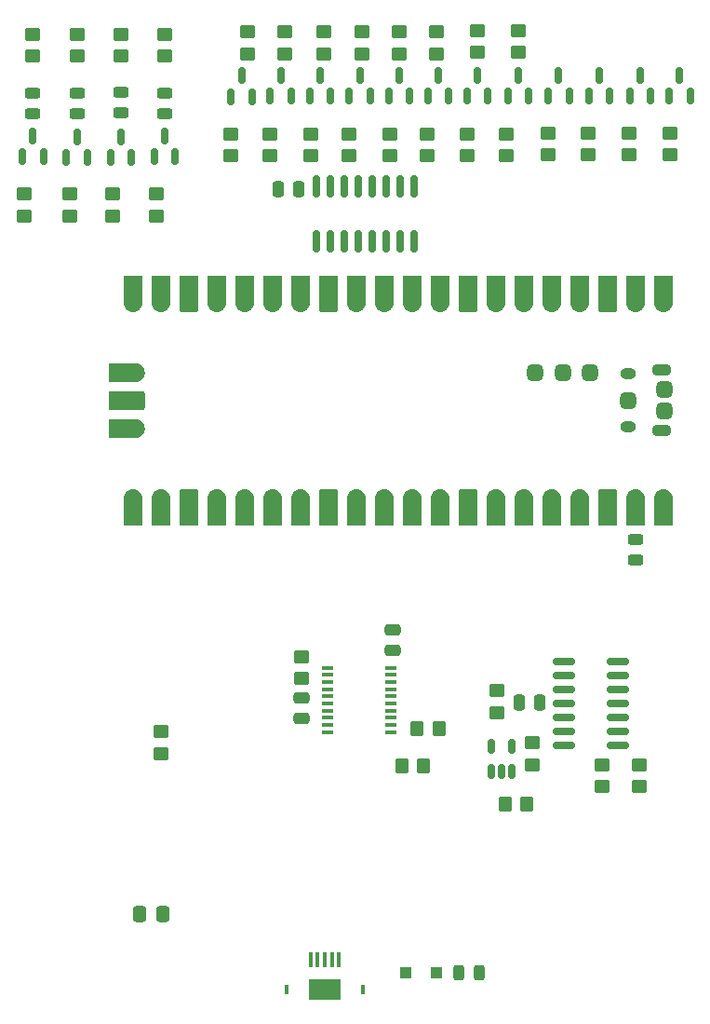
<source format=gbr>
%TF.GenerationSoftware,KiCad,Pcbnew,7.0.9-7.0.9~ubuntu22.04.1*%
%TF.CreationDate,2024-01-21T01:01:47-07:00*%
%TF.ProjectId,Multimeter,4d756c74-696d-4657-9465-722e6b696361,rev?*%
%TF.SameCoordinates,Original*%
%TF.FileFunction,Paste,Top*%
%TF.FilePolarity,Positive*%
%FSLAX46Y46*%
G04 Gerber Fmt 4.6, Leading zero omitted, Abs format (unit mm)*
G04 Created by KiCad (PCBNEW 7.0.9-7.0.9~ubuntu22.04.1) date 2024-01-21 01:01:47*
%MOMM*%
%LPD*%
G01*
G04 APERTURE LIST*
G04 Aperture macros list*
%AMRoundRect*
0 Rectangle with rounded corners*
0 $1 Rounding radius*
0 $2 $3 $4 $5 $6 $7 $8 $9 X,Y pos of 4 corners*
0 Add a 4 corners polygon primitive as box body*
4,1,4,$2,$3,$4,$5,$6,$7,$8,$9,$2,$3,0*
0 Add four circle primitives for the rounded corners*
1,1,$1+$1,$2,$3*
1,1,$1+$1,$4,$5*
1,1,$1+$1,$6,$7*
1,1,$1+$1,$8,$9*
0 Add four rect primitives between the rounded corners*
20,1,$1+$1,$2,$3,$4,$5,0*
20,1,$1+$1,$4,$5,$6,$7,0*
20,1,$1+$1,$6,$7,$8,$9,0*
20,1,$1+$1,$8,$9,$2,$3,0*%
G04 Aperture macros list end*
%ADD10C,0.010000*%
%ADD11R,1.000000X0.400000*%
%ADD12RoundRect,0.150000X0.150000X-0.587500X0.150000X0.587500X-0.150000X0.587500X-0.150000X-0.587500X0*%
%ADD13RoundRect,0.250000X0.450000X-0.350000X0.450000X0.350000X-0.450000X0.350000X-0.450000X-0.350000X0*%
%ADD14RoundRect,0.150000X-0.825000X-0.150000X0.825000X-0.150000X0.825000X0.150000X-0.825000X0.150000X0*%
%ADD15RoundRect,0.243750X0.243750X0.456250X-0.243750X0.456250X-0.243750X-0.456250X0.243750X-0.456250X0*%
%ADD16RoundRect,0.243750X-0.456250X0.243750X-0.456250X-0.243750X0.456250X-0.243750X0.456250X0.243750X0*%
%ADD17RoundRect,0.243750X0.456250X-0.243750X0.456250X0.243750X-0.456250X0.243750X-0.456250X-0.243750X0*%
%ADD18RoundRect,0.250000X-0.350000X-0.450000X0.350000X-0.450000X0.350000X0.450000X-0.350000X0.450000X0*%
%ADD19O,1.800000X1.100000*%
%ADD20O,1.450000X1.050000*%
%ADD21RoundRect,0.450000X-0.300000X0.300000X-0.300000X-0.300000X0.300000X-0.300000X0.300000X0.300000X0*%
%ADD22RoundRect,0.250000X-0.450000X0.350000X-0.450000X-0.350000X0.450000X-0.350000X0.450000X0.350000X0*%
%ADD23RoundRect,0.250000X0.350000X0.450000X-0.350000X0.450000X-0.350000X-0.450000X0.350000X-0.450000X0*%
%ADD24RoundRect,0.250000X-0.475000X0.250000X-0.475000X-0.250000X0.475000X-0.250000X0.475000X0.250000X0*%
%ADD25R,0.300000X0.850000*%
%ADD26R,0.400000X1.350000*%
%ADD27R,2.900000X1.900000*%
%ADD28RoundRect,0.150000X0.150000X-0.825000X0.150000X0.825000X-0.150000X0.825000X-0.150000X-0.825000X0*%
%ADD29RoundRect,0.250000X0.300000X0.300000X-0.300000X0.300000X-0.300000X-0.300000X0.300000X-0.300000X0*%
%ADD30RoundRect,0.250000X0.250000X0.475000X-0.250000X0.475000X-0.250000X-0.475000X0.250000X-0.475000X0*%
%ADD31RoundRect,0.250000X0.475000X-0.250000X0.475000X0.250000X-0.475000X0.250000X-0.475000X-0.250000X0*%
%ADD32RoundRect,0.150000X0.150000X-0.512500X0.150000X0.512500X-0.150000X0.512500X-0.150000X-0.512500X0*%
%ADD33RoundRect,0.250000X0.337500X0.475000X-0.337500X0.475000X-0.337500X-0.475000X0.337500X-0.475000X0*%
G04 APERTURE END LIST*
%TO.C,U1*%
D10*
X173380000Y-80997500D02*
X173379000Y-81039500D01*
X173376000Y-81081500D01*
X173370000Y-81122500D01*
X173363000Y-81163500D01*
X173353000Y-81204500D01*
X173341000Y-81244500D01*
X173327000Y-81284500D01*
X173311000Y-81322500D01*
X173293000Y-81360500D01*
X173273000Y-81397500D01*
X173251000Y-81433500D01*
X173227000Y-81467500D01*
X173202000Y-81500500D01*
X173175000Y-81532500D01*
X173146000Y-81563500D01*
X173115000Y-81592500D01*
X173083000Y-81619500D01*
X173050000Y-81644500D01*
X173016000Y-81668500D01*
X172980000Y-81690500D01*
X172943000Y-81710500D01*
X172905000Y-81728500D01*
X172867000Y-81744500D01*
X172827000Y-81758500D01*
X172787000Y-81770500D01*
X172746000Y-81780500D01*
X172705000Y-81787500D01*
X172664000Y-81793500D01*
X172622000Y-81796500D01*
X172580000Y-81797500D01*
X172538000Y-81796500D01*
X172496000Y-81793500D01*
X172455000Y-81787500D01*
X172414000Y-81780500D01*
X172373000Y-81770500D01*
X172333000Y-81758500D01*
X172293000Y-81744500D01*
X172255000Y-81728500D01*
X172217000Y-81710500D01*
X172180000Y-81690500D01*
X172144000Y-81668500D01*
X172110000Y-81644500D01*
X172077000Y-81619500D01*
X172045000Y-81592500D01*
X172014000Y-81563500D01*
X171985000Y-81532500D01*
X171958000Y-81500500D01*
X171933000Y-81467500D01*
X171909000Y-81433500D01*
X171887000Y-81397500D01*
X171867000Y-81360500D01*
X171849000Y-81322500D01*
X171833000Y-81284500D01*
X171819000Y-81244500D01*
X171807000Y-81204500D01*
X171797000Y-81163500D01*
X171790000Y-81122500D01*
X171784000Y-81081500D01*
X171781000Y-81039500D01*
X171780000Y-80997500D01*
X171780000Y-78597500D01*
X173380000Y-78597500D01*
X173380000Y-80997500D01*
G36*
X173380000Y-80997500D02*
G01*
X173379000Y-81039500D01*
X173376000Y-81081500D01*
X173370000Y-81122500D01*
X173363000Y-81163500D01*
X173353000Y-81204500D01*
X173341000Y-81244500D01*
X173327000Y-81284500D01*
X173311000Y-81322500D01*
X173293000Y-81360500D01*
X173273000Y-81397500D01*
X173251000Y-81433500D01*
X173227000Y-81467500D01*
X173202000Y-81500500D01*
X173175000Y-81532500D01*
X173146000Y-81563500D01*
X173115000Y-81592500D01*
X173083000Y-81619500D01*
X173050000Y-81644500D01*
X173016000Y-81668500D01*
X172980000Y-81690500D01*
X172943000Y-81710500D01*
X172905000Y-81728500D01*
X172867000Y-81744500D01*
X172827000Y-81758500D01*
X172787000Y-81770500D01*
X172746000Y-81780500D01*
X172705000Y-81787500D01*
X172664000Y-81793500D01*
X172622000Y-81796500D01*
X172580000Y-81797500D01*
X172538000Y-81796500D01*
X172496000Y-81793500D01*
X172455000Y-81787500D01*
X172414000Y-81780500D01*
X172373000Y-81770500D01*
X172333000Y-81758500D01*
X172293000Y-81744500D01*
X172255000Y-81728500D01*
X172217000Y-81710500D01*
X172180000Y-81690500D01*
X172144000Y-81668500D01*
X172110000Y-81644500D01*
X172077000Y-81619500D01*
X172045000Y-81592500D01*
X172014000Y-81563500D01*
X171985000Y-81532500D01*
X171958000Y-81500500D01*
X171933000Y-81467500D01*
X171909000Y-81433500D01*
X171887000Y-81397500D01*
X171867000Y-81360500D01*
X171849000Y-81322500D01*
X171833000Y-81284500D01*
X171819000Y-81244500D01*
X171807000Y-81204500D01*
X171797000Y-81163500D01*
X171790000Y-81122500D01*
X171784000Y-81081500D01*
X171781000Y-81039500D01*
X171780000Y-80997500D01*
X171780000Y-78597500D01*
X173380000Y-78597500D01*
X173380000Y-80997500D01*
G37*
X170840000Y-80997500D02*
X170839000Y-81039500D01*
X170836000Y-81081500D01*
X170830000Y-81122500D01*
X170823000Y-81163500D01*
X170813000Y-81204500D01*
X170801000Y-81244500D01*
X170787000Y-81284500D01*
X170771000Y-81322500D01*
X170753000Y-81360500D01*
X170733000Y-81397500D01*
X170711000Y-81433500D01*
X170687000Y-81467500D01*
X170662000Y-81500500D01*
X170635000Y-81532500D01*
X170606000Y-81563500D01*
X170575000Y-81592500D01*
X170543000Y-81619500D01*
X170510000Y-81644500D01*
X170476000Y-81668500D01*
X170440000Y-81690500D01*
X170403000Y-81710500D01*
X170365000Y-81728500D01*
X170327000Y-81744500D01*
X170287000Y-81758500D01*
X170247000Y-81770500D01*
X170206000Y-81780500D01*
X170165000Y-81787500D01*
X170124000Y-81793500D01*
X170082000Y-81796500D01*
X170040000Y-81797500D01*
X169998000Y-81796500D01*
X169956000Y-81793500D01*
X169915000Y-81787500D01*
X169874000Y-81780500D01*
X169833000Y-81770500D01*
X169793000Y-81758500D01*
X169753000Y-81744500D01*
X169715000Y-81728500D01*
X169677000Y-81710500D01*
X169640000Y-81690500D01*
X169604000Y-81668500D01*
X169570000Y-81644500D01*
X169537000Y-81619500D01*
X169505000Y-81592500D01*
X169474000Y-81563500D01*
X169445000Y-81532500D01*
X169418000Y-81500500D01*
X169393000Y-81467500D01*
X169369000Y-81433500D01*
X169347000Y-81397500D01*
X169327000Y-81360500D01*
X169309000Y-81322500D01*
X169293000Y-81284500D01*
X169279000Y-81244500D01*
X169267000Y-81204500D01*
X169257000Y-81163500D01*
X169250000Y-81122500D01*
X169244000Y-81081500D01*
X169241000Y-81039500D01*
X169240000Y-80997500D01*
X169240000Y-78597500D01*
X170840000Y-78597500D01*
X170840000Y-80997500D01*
G36*
X170840000Y-80997500D02*
G01*
X170839000Y-81039500D01*
X170836000Y-81081500D01*
X170830000Y-81122500D01*
X170823000Y-81163500D01*
X170813000Y-81204500D01*
X170801000Y-81244500D01*
X170787000Y-81284500D01*
X170771000Y-81322500D01*
X170753000Y-81360500D01*
X170733000Y-81397500D01*
X170711000Y-81433500D01*
X170687000Y-81467500D01*
X170662000Y-81500500D01*
X170635000Y-81532500D01*
X170606000Y-81563500D01*
X170575000Y-81592500D01*
X170543000Y-81619500D01*
X170510000Y-81644500D01*
X170476000Y-81668500D01*
X170440000Y-81690500D01*
X170403000Y-81710500D01*
X170365000Y-81728500D01*
X170327000Y-81744500D01*
X170287000Y-81758500D01*
X170247000Y-81770500D01*
X170206000Y-81780500D01*
X170165000Y-81787500D01*
X170124000Y-81793500D01*
X170082000Y-81796500D01*
X170040000Y-81797500D01*
X169998000Y-81796500D01*
X169956000Y-81793500D01*
X169915000Y-81787500D01*
X169874000Y-81780500D01*
X169833000Y-81770500D01*
X169793000Y-81758500D01*
X169753000Y-81744500D01*
X169715000Y-81728500D01*
X169677000Y-81710500D01*
X169640000Y-81690500D01*
X169604000Y-81668500D01*
X169570000Y-81644500D01*
X169537000Y-81619500D01*
X169505000Y-81592500D01*
X169474000Y-81563500D01*
X169445000Y-81532500D01*
X169418000Y-81500500D01*
X169393000Y-81467500D01*
X169369000Y-81433500D01*
X169347000Y-81397500D01*
X169327000Y-81360500D01*
X169309000Y-81322500D01*
X169293000Y-81284500D01*
X169279000Y-81244500D01*
X169267000Y-81204500D01*
X169257000Y-81163500D01*
X169250000Y-81122500D01*
X169244000Y-81081500D01*
X169241000Y-81039500D01*
X169240000Y-80997500D01*
X169240000Y-78597500D01*
X170840000Y-78597500D01*
X170840000Y-80997500D01*
G37*
X165760000Y-80997500D02*
X165759000Y-81039500D01*
X165756000Y-81081500D01*
X165750000Y-81122500D01*
X165743000Y-81163500D01*
X165733000Y-81204500D01*
X165721000Y-81244500D01*
X165707000Y-81284500D01*
X165691000Y-81322500D01*
X165673000Y-81360500D01*
X165653000Y-81397500D01*
X165631000Y-81433500D01*
X165607000Y-81467500D01*
X165582000Y-81500500D01*
X165555000Y-81532500D01*
X165526000Y-81563500D01*
X165495000Y-81592500D01*
X165463000Y-81619500D01*
X165430000Y-81644500D01*
X165396000Y-81668500D01*
X165360000Y-81690500D01*
X165323000Y-81710500D01*
X165285000Y-81728500D01*
X165247000Y-81744500D01*
X165207000Y-81758500D01*
X165167000Y-81770500D01*
X165126000Y-81780500D01*
X165085000Y-81787500D01*
X165044000Y-81793500D01*
X165002000Y-81796500D01*
X164960000Y-81797500D01*
X164918000Y-81796500D01*
X164876000Y-81793500D01*
X164835000Y-81787500D01*
X164794000Y-81780500D01*
X164753000Y-81770500D01*
X164713000Y-81758500D01*
X164673000Y-81744500D01*
X164635000Y-81728500D01*
X164597000Y-81710500D01*
X164560000Y-81690500D01*
X164524000Y-81668500D01*
X164490000Y-81644500D01*
X164457000Y-81619500D01*
X164425000Y-81592500D01*
X164394000Y-81563500D01*
X164365000Y-81532500D01*
X164338000Y-81500500D01*
X164313000Y-81467500D01*
X164289000Y-81433500D01*
X164267000Y-81397500D01*
X164247000Y-81360500D01*
X164229000Y-81322500D01*
X164213000Y-81284500D01*
X164199000Y-81244500D01*
X164187000Y-81204500D01*
X164177000Y-81163500D01*
X164170000Y-81122500D01*
X164164000Y-81081500D01*
X164161000Y-81039500D01*
X164160000Y-80997500D01*
X164160000Y-78597500D01*
X165760000Y-78597500D01*
X165760000Y-80997500D01*
G36*
X165760000Y-80997500D02*
G01*
X165759000Y-81039500D01*
X165756000Y-81081500D01*
X165750000Y-81122500D01*
X165743000Y-81163500D01*
X165733000Y-81204500D01*
X165721000Y-81244500D01*
X165707000Y-81284500D01*
X165691000Y-81322500D01*
X165673000Y-81360500D01*
X165653000Y-81397500D01*
X165631000Y-81433500D01*
X165607000Y-81467500D01*
X165582000Y-81500500D01*
X165555000Y-81532500D01*
X165526000Y-81563500D01*
X165495000Y-81592500D01*
X165463000Y-81619500D01*
X165430000Y-81644500D01*
X165396000Y-81668500D01*
X165360000Y-81690500D01*
X165323000Y-81710500D01*
X165285000Y-81728500D01*
X165247000Y-81744500D01*
X165207000Y-81758500D01*
X165167000Y-81770500D01*
X165126000Y-81780500D01*
X165085000Y-81787500D01*
X165044000Y-81793500D01*
X165002000Y-81796500D01*
X164960000Y-81797500D01*
X164918000Y-81796500D01*
X164876000Y-81793500D01*
X164835000Y-81787500D01*
X164794000Y-81780500D01*
X164753000Y-81770500D01*
X164713000Y-81758500D01*
X164673000Y-81744500D01*
X164635000Y-81728500D01*
X164597000Y-81710500D01*
X164560000Y-81690500D01*
X164524000Y-81668500D01*
X164490000Y-81644500D01*
X164457000Y-81619500D01*
X164425000Y-81592500D01*
X164394000Y-81563500D01*
X164365000Y-81532500D01*
X164338000Y-81500500D01*
X164313000Y-81467500D01*
X164289000Y-81433500D01*
X164267000Y-81397500D01*
X164247000Y-81360500D01*
X164229000Y-81322500D01*
X164213000Y-81284500D01*
X164199000Y-81244500D01*
X164187000Y-81204500D01*
X164177000Y-81163500D01*
X164170000Y-81122500D01*
X164164000Y-81081500D01*
X164161000Y-81039500D01*
X164160000Y-80997500D01*
X164160000Y-78597500D01*
X165760000Y-78597500D01*
X165760000Y-80997500D01*
G37*
X163220000Y-80997500D02*
X163219000Y-81039500D01*
X163216000Y-81081500D01*
X163210000Y-81122500D01*
X163203000Y-81163500D01*
X163193000Y-81204500D01*
X163181000Y-81244500D01*
X163167000Y-81284500D01*
X163151000Y-81322500D01*
X163133000Y-81360500D01*
X163113000Y-81397500D01*
X163091000Y-81433500D01*
X163067000Y-81467500D01*
X163042000Y-81500500D01*
X163015000Y-81532500D01*
X162986000Y-81563500D01*
X162955000Y-81592500D01*
X162923000Y-81619500D01*
X162890000Y-81644500D01*
X162856000Y-81668500D01*
X162820000Y-81690500D01*
X162783000Y-81710500D01*
X162745000Y-81728500D01*
X162707000Y-81744500D01*
X162667000Y-81758500D01*
X162627000Y-81770500D01*
X162586000Y-81780500D01*
X162545000Y-81787500D01*
X162504000Y-81793500D01*
X162462000Y-81796500D01*
X162420000Y-81797500D01*
X162378000Y-81796500D01*
X162336000Y-81793500D01*
X162295000Y-81787500D01*
X162254000Y-81780500D01*
X162213000Y-81770500D01*
X162173000Y-81758500D01*
X162133000Y-81744500D01*
X162095000Y-81728500D01*
X162057000Y-81710500D01*
X162020000Y-81690500D01*
X161984000Y-81668500D01*
X161950000Y-81644500D01*
X161917000Y-81619500D01*
X161885000Y-81592500D01*
X161854000Y-81563500D01*
X161825000Y-81532500D01*
X161798000Y-81500500D01*
X161773000Y-81467500D01*
X161749000Y-81433500D01*
X161727000Y-81397500D01*
X161707000Y-81360500D01*
X161689000Y-81322500D01*
X161673000Y-81284500D01*
X161659000Y-81244500D01*
X161647000Y-81204500D01*
X161637000Y-81163500D01*
X161630000Y-81122500D01*
X161624000Y-81081500D01*
X161621000Y-81039500D01*
X161620000Y-80997500D01*
X161620000Y-78597500D01*
X163220000Y-78597500D01*
X163220000Y-80997500D01*
G36*
X163220000Y-80997500D02*
G01*
X163219000Y-81039500D01*
X163216000Y-81081500D01*
X163210000Y-81122500D01*
X163203000Y-81163500D01*
X163193000Y-81204500D01*
X163181000Y-81244500D01*
X163167000Y-81284500D01*
X163151000Y-81322500D01*
X163133000Y-81360500D01*
X163113000Y-81397500D01*
X163091000Y-81433500D01*
X163067000Y-81467500D01*
X163042000Y-81500500D01*
X163015000Y-81532500D01*
X162986000Y-81563500D01*
X162955000Y-81592500D01*
X162923000Y-81619500D01*
X162890000Y-81644500D01*
X162856000Y-81668500D01*
X162820000Y-81690500D01*
X162783000Y-81710500D01*
X162745000Y-81728500D01*
X162707000Y-81744500D01*
X162667000Y-81758500D01*
X162627000Y-81770500D01*
X162586000Y-81780500D01*
X162545000Y-81787500D01*
X162504000Y-81793500D01*
X162462000Y-81796500D01*
X162420000Y-81797500D01*
X162378000Y-81796500D01*
X162336000Y-81793500D01*
X162295000Y-81787500D01*
X162254000Y-81780500D01*
X162213000Y-81770500D01*
X162173000Y-81758500D01*
X162133000Y-81744500D01*
X162095000Y-81728500D01*
X162057000Y-81710500D01*
X162020000Y-81690500D01*
X161984000Y-81668500D01*
X161950000Y-81644500D01*
X161917000Y-81619500D01*
X161885000Y-81592500D01*
X161854000Y-81563500D01*
X161825000Y-81532500D01*
X161798000Y-81500500D01*
X161773000Y-81467500D01*
X161749000Y-81433500D01*
X161727000Y-81397500D01*
X161707000Y-81360500D01*
X161689000Y-81322500D01*
X161673000Y-81284500D01*
X161659000Y-81244500D01*
X161647000Y-81204500D01*
X161637000Y-81163500D01*
X161630000Y-81122500D01*
X161624000Y-81081500D01*
X161621000Y-81039500D01*
X161620000Y-80997500D01*
X161620000Y-78597500D01*
X163220000Y-78597500D01*
X163220000Y-80997500D01*
G37*
X160680000Y-80997500D02*
X160679000Y-81039500D01*
X160676000Y-81081500D01*
X160670000Y-81122500D01*
X160663000Y-81163500D01*
X160653000Y-81204500D01*
X160641000Y-81244500D01*
X160627000Y-81284500D01*
X160611000Y-81322500D01*
X160593000Y-81360500D01*
X160573000Y-81397500D01*
X160551000Y-81433500D01*
X160527000Y-81467500D01*
X160502000Y-81500500D01*
X160475000Y-81532500D01*
X160446000Y-81563500D01*
X160415000Y-81592500D01*
X160383000Y-81619500D01*
X160350000Y-81644500D01*
X160316000Y-81668500D01*
X160280000Y-81690500D01*
X160243000Y-81710500D01*
X160205000Y-81728500D01*
X160167000Y-81744500D01*
X160127000Y-81758500D01*
X160087000Y-81770500D01*
X160046000Y-81780500D01*
X160005000Y-81787500D01*
X159964000Y-81793500D01*
X159922000Y-81796500D01*
X159880000Y-81797500D01*
X159838000Y-81796500D01*
X159796000Y-81793500D01*
X159755000Y-81787500D01*
X159714000Y-81780500D01*
X159673000Y-81770500D01*
X159633000Y-81758500D01*
X159593000Y-81744500D01*
X159555000Y-81728500D01*
X159517000Y-81710500D01*
X159480000Y-81690500D01*
X159444000Y-81668500D01*
X159410000Y-81644500D01*
X159377000Y-81619500D01*
X159345000Y-81592500D01*
X159314000Y-81563500D01*
X159285000Y-81532500D01*
X159258000Y-81500500D01*
X159233000Y-81467500D01*
X159209000Y-81433500D01*
X159187000Y-81397500D01*
X159167000Y-81360500D01*
X159149000Y-81322500D01*
X159133000Y-81284500D01*
X159119000Y-81244500D01*
X159107000Y-81204500D01*
X159097000Y-81163500D01*
X159090000Y-81122500D01*
X159084000Y-81081500D01*
X159081000Y-81039500D01*
X159080000Y-80997500D01*
X159080000Y-78597500D01*
X160680000Y-78597500D01*
X160680000Y-80997500D01*
G36*
X160680000Y-80997500D02*
G01*
X160679000Y-81039500D01*
X160676000Y-81081500D01*
X160670000Y-81122500D01*
X160663000Y-81163500D01*
X160653000Y-81204500D01*
X160641000Y-81244500D01*
X160627000Y-81284500D01*
X160611000Y-81322500D01*
X160593000Y-81360500D01*
X160573000Y-81397500D01*
X160551000Y-81433500D01*
X160527000Y-81467500D01*
X160502000Y-81500500D01*
X160475000Y-81532500D01*
X160446000Y-81563500D01*
X160415000Y-81592500D01*
X160383000Y-81619500D01*
X160350000Y-81644500D01*
X160316000Y-81668500D01*
X160280000Y-81690500D01*
X160243000Y-81710500D01*
X160205000Y-81728500D01*
X160167000Y-81744500D01*
X160127000Y-81758500D01*
X160087000Y-81770500D01*
X160046000Y-81780500D01*
X160005000Y-81787500D01*
X159964000Y-81793500D01*
X159922000Y-81796500D01*
X159880000Y-81797500D01*
X159838000Y-81796500D01*
X159796000Y-81793500D01*
X159755000Y-81787500D01*
X159714000Y-81780500D01*
X159673000Y-81770500D01*
X159633000Y-81758500D01*
X159593000Y-81744500D01*
X159555000Y-81728500D01*
X159517000Y-81710500D01*
X159480000Y-81690500D01*
X159444000Y-81668500D01*
X159410000Y-81644500D01*
X159377000Y-81619500D01*
X159345000Y-81592500D01*
X159314000Y-81563500D01*
X159285000Y-81532500D01*
X159258000Y-81500500D01*
X159233000Y-81467500D01*
X159209000Y-81433500D01*
X159187000Y-81397500D01*
X159167000Y-81360500D01*
X159149000Y-81322500D01*
X159133000Y-81284500D01*
X159119000Y-81244500D01*
X159107000Y-81204500D01*
X159097000Y-81163500D01*
X159090000Y-81122500D01*
X159084000Y-81081500D01*
X159081000Y-81039500D01*
X159080000Y-80997500D01*
X159080000Y-78597500D01*
X160680000Y-78597500D01*
X160680000Y-80997500D01*
G37*
X158140000Y-80997500D02*
X158139000Y-81039500D01*
X158136000Y-81081500D01*
X158130000Y-81122500D01*
X158123000Y-81163500D01*
X158113000Y-81204500D01*
X158101000Y-81244500D01*
X158087000Y-81284500D01*
X158071000Y-81322500D01*
X158053000Y-81360500D01*
X158033000Y-81397500D01*
X158011000Y-81433500D01*
X157987000Y-81467500D01*
X157962000Y-81500500D01*
X157935000Y-81532500D01*
X157906000Y-81563500D01*
X157875000Y-81592500D01*
X157843000Y-81619500D01*
X157810000Y-81644500D01*
X157776000Y-81668500D01*
X157740000Y-81690500D01*
X157703000Y-81710500D01*
X157665000Y-81728500D01*
X157627000Y-81744500D01*
X157587000Y-81758500D01*
X157547000Y-81770500D01*
X157506000Y-81780500D01*
X157465000Y-81787500D01*
X157424000Y-81793500D01*
X157382000Y-81796500D01*
X157340000Y-81797500D01*
X157298000Y-81796500D01*
X157256000Y-81793500D01*
X157215000Y-81787500D01*
X157174000Y-81780500D01*
X157133000Y-81770500D01*
X157093000Y-81758500D01*
X157053000Y-81744500D01*
X157015000Y-81728500D01*
X156977000Y-81710500D01*
X156940000Y-81690500D01*
X156904000Y-81668500D01*
X156870000Y-81644500D01*
X156837000Y-81619500D01*
X156805000Y-81592500D01*
X156774000Y-81563500D01*
X156745000Y-81532500D01*
X156718000Y-81500500D01*
X156693000Y-81467500D01*
X156669000Y-81433500D01*
X156647000Y-81397500D01*
X156627000Y-81360500D01*
X156609000Y-81322500D01*
X156593000Y-81284500D01*
X156579000Y-81244500D01*
X156567000Y-81204500D01*
X156557000Y-81163500D01*
X156550000Y-81122500D01*
X156544000Y-81081500D01*
X156541000Y-81039500D01*
X156540000Y-80997500D01*
X156540000Y-78597500D01*
X158140000Y-78597500D01*
X158140000Y-80997500D01*
G36*
X158140000Y-80997500D02*
G01*
X158139000Y-81039500D01*
X158136000Y-81081500D01*
X158130000Y-81122500D01*
X158123000Y-81163500D01*
X158113000Y-81204500D01*
X158101000Y-81244500D01*
X158087000Y-81284500D01*
X158071000Y-81322500D01*
X158053000Y-81360500D01*
X158033000Y-81397500D01*
X158011000Y-81433500D01*
X157987000Y-81467500D01*
X157962000Y-81500500D01*
X157935000Y-81532500D01*
X157906000Y-81563500D01*
X157875000Y-81592500D01*
X157843000Y-81619500D01*
X157810000Y-81644500D01*
X157776000Y-81668500D01*
X157740000Y-81690500D01*
X157703000Y-81710500D01*
X157665000Y-81728500D01*
X157627000Y-81744500D01*
X157587000Y-81758500D01*
X157547000Y-81770500D01*
X157506000Y-81780500D01*
X157465000Y-81787500D01*
X157424000Y-81793500D01*
X157382000Y-81796500D01*
X157340000Y-81797500D01*
X157298000Y-81796500D01*
X157256000Y-81793500D01*
X157215000Y-81787500D01*
X157174000Y-81780500D01*
X157133000Y-81770500D01*
X157093000Y-81758500D01*
X157053000Y-81744500D01*
X157015000Y-81728500D01*
X156977000Y-81710500D01*
X156940000Y-81690500D01*
X156904000Y-81668500D01*
X156870000Y-81644500D01*
X156837000Y-81619500D01*
X156805000Y-81592500D01*
X156774000Y-81563500D01*
X156745000Y-81532500D01*
X156718000Y-81500500D01*
X156693000Y-81467500D01*
X156669000Y-81433500D01*
X156647000Y-81397500D01*
X156627000Y-81360500D01*
X156609000Y-81322500D01*
X156593000Y-81284500D01*
X156579000Y-81244500D01*
X156567000Y-81204500D01*
X156557000Y-81163500D01*
X156550000Y-81122500D01*
X156544000Y-81081500D01*
X156541000Y-81039500D01*
X156540000Y-80997500D01*
X156540000Y-78597500D01*
X158140000Y-78597500D01*
X158140000Y-80997500D01*
G37*
X153060000Y-80997500D02*
X153059000Y-81039500D01*
X153056000Y-81081500D01*
X153050000Y-81122500D01*
X153043000Y-81163500D01*
X153033000Y-81204500D01*
X153021000Y-81244500D01*
X153007000Y-81284500D01*
X152991000Y-81322500D01*
X152973000Y-81360500D01*
X152953000Y-81397500D01*
X152931000Y-81433500D01*
X152907000Y-81467500D01*
X152882000Y-81500500D01*
X152855000Y-81532500D01*
X152826000Y-81563500D01*
X152795000Y-81592500D01*
X152763000Y-81619500D01*
X152730000Y-81644500D01*
X152696000Y-81668500D01*
X152660000Y-81690500D01*
X152623000Y-81710500D01*
X152585000Y-81728500D01*
X152547000Y-81744500D01*
X152507000Y-81758500D01*
X152467000Y-81770500D01*
X152426000Y-81780500D01*
X152385000Y-81787500D01*
X152344000Y-81793500D01*
X152302000Y-81796500D01*
X152260000Y-81797500D01*
X152218000Y-81796500D01*
X152176000Y-81793500D01*
X152135000Y-81787500D01*
X152094000Y-81780500D01*
X152053000Y-81770500D01*
X152013000Y-81758500D01*
X151973000Y-81744500D01*
X151935000Y-81728500D01*
X151897000Y-81710500D01*
X151860000Y-81690500D01*
X151824000Y-81668500D01*
X151790000Y-81644500D01*
X151757000Y-81619500D01*
X151725000Y-81592500D01*
X151694000Y-81563500D01*
X151665000Y-81532500D01*
X151638000Y-81500500D01*
X151613000Y-81467500D01*
X151589000Y-81433500D01*
X151567000Y-81397500D01*
X151547000Y-81360500D01*
X151529000Y-81322500D01*
X151513000Y-81284500D01*
X151499000Y-81244500D01*
X151487000Y-81204500D01*
X151477000Y-81163500D01*
X151470000Y-81122500D01*
X151464000Y-81081500D01*
X151461000Y-81039500D01*
X151460000Y-80997500D01*
X151460000Y-78597500D01*
X153060000Y-78597500D01*
X153060000Y-80997500D01*
G36*
X153060000Y-80997500D02*
G01*
X153059000Y-81039500D01*
X153056000Y-81081500D01*
X153050000Y-81122500D01*
X153043000Y-81163500D01*
X153033000Y-81204500D01*
X153021000Y-81244500D01*
X153007000Y-81284500D01*
X152991000Y-81322500D01*
X152973000Y-81360500D01*
X152953000Y-81397500D01*
X152931000Y-81433500D01*
X152907000Y-81467500D01*
X152882000Y-81500500D01*
X152855000Y-81532500D01*
X152826000Y-81563500D01*
X152795000Y-81592500D01*
X152763000Y-81619500D01*
X152730000Y-81644500D01*
X152696000Y-81668500D01*
X152660000Y-81690500D01*
X152623000Y-81710500D01*
X152585000Y-81728500D01*
X152547000Y-81744500D01*
X152507000Y-81758500D01*
X152467000Y-81770500D01*
X152426000Y-81780500D01*
X152385000Y-81787500D01*
X152344000Y-81793500D01*
X152302000Y-81796500D01*
X152260000Y-81797500D01*
X152218000Y-81796500D01*
X152176000Y-81793500D01*
X152135000Y-81787500D01*
X152094000Y-81780500D01*
X152053000Y-81770500D01*
X152013000Y-81758500D01*
X151973000Y-81744500D01*
X151935000Y-81728500D01*
X151897000Y-81710500D01*
X151860000Y-81690500D01*
X151824000Y-81668500D01*
X151790000Y-81644500D01*
X151757000Y-81619500D01*
X151725000Y-81592500D01*
X151694000Y-81563500D01*
X151665000Y-81532500D01*
X151638000Y-81500500D01*
X151613000Y-81467500D01*
X151589000Y-81433500D01*
X151567000Y-81397500D01*
X151547000Y-81360500D01*
X151529000Y-81322500D01*
X151513000Y-81284500D01*
X151499000Y-81244500D01*
X151487000Y-81204500D01*
X151477000Y-81163500D01*
X151470000Y-81122500D01*
X151464000Y-81081500D01*
X151461000Y-81039500D01*
X151460000Y-80997500D01*
X151460000Y-78597500D01*
X153060000Y-78597500D01*
X153060000Y-80997500D01*
G37*
X150520000Y-80997500D02*
X150519000Y-81039500D01*
X150516000Y-81081500D01*
X150510000Y-81122500D01*
X150503000Y-81163500D01*
X150493000Y-81204500D01*
X150481000Y-81244500D01*
X150467000Y-81284500D01*
X150451000Y-81322500D01*
X150433000Y-81360500D01*
X150413000Y-81397500D01*
X150391000Y-81433500D01*
X150367000Y-81467500D01*
X150342000Y-81500500D01*
X150315000Y-81532500D01*
X150286000Y-81563500D01*
X150255000Y-81592500D01*
X150223000Y-81619500D01*
X150190000Y-81644500D01*
X150156000Y-81668500D01*
X150120000Y-81690500D01*
X150083000Y-81710500D01*
X150045000Y-81728500D01*
X150007000Y-81744500D01*
X149967000Y-81758500D01*
X149927000Y-81770500D01*
X149886000Y-81780500D01*
X149845000Y-81787500D01*
X149804000Y-81793500D01*
X149762000Y-81796500D01*
X149720000Y-81797500D01*
X149678000Y-81796500D01*
X149636000Y-81793500D01*
X149595000Y-81787500D01*
X149554000Y-81780500D01*
X149513000Y-81770500D01*
X149473000Y-81758500D01*
X149433000Y-81744500D01*
X149395000Y-81728500D01*
X149357000Y-81710500D01*
X149320000Y-81690500D01*
X149284000Y-81668500D01*
X149250000Y-81644500D01*
X149217000Y-81619500D01*
X149185000Y-81592500D01*
X149154000Y-81563500D01*
X149125000Y-81532500D01*
X149098000Y-81500500D01*
X149073000Y-81467500D01*
X149049000Y-81433500D01*
X149027000Y-81397500D01*
X149007000Y-81360500D01*
X148989000Y-81322500D01*
X148973000Y-81284500D01*
X148959000Y-81244500D01*
X148947000Y-81204500D01*
X148937000Y-81163500D01*
X148930000Y-81122500D01*
X148924000Y-81081500D01*
X148921000Y-81039500D01*
X148920000Y-80997500D01*
X148920000Y-78597500D01*
X150520000Y-78597500D01*
X150520000Y-80997500D01*
G36*
X150520000Y-80997500D02*
G01*
X150519000Y-81039500D01*
X150516000Y-81081500D01*
X150510000Y-81122500D01*
X150503000Y-81163500D01*
X150493000Y-81204500D01*
X150481000Y-81244500D01*
X150467000Y-81284500D01*
X150451000Y-81322500D01*
X150433000Y-81360500D01*
X150413000Y-81397500D01*
X150391000Y-81433500D01*
X150367000Y-81467500D01*
X150342000Y-81500500D01*
X150315000Y-81532500D01*
X150286000Y-81563500D01*
X150255000Y-81592500D01*
X150223000Y-81619500D01*
X150190000Y-81644500D01*
X150156000Y-81668500D01*
X150120000Y-81690500D01*
X150083000Y-81710500D01*
X150045000Y-81728500D01*
X150007000Y-81744500D01*
X149967000Y-81758500D01*
X149927000Y-81770500D01*
X149886000Y-81780500D01*
X149845000Y-81787500D01*
X149804000Y-81793500D01*
X149762000Y-81796500D01*
X149720000Y-81797500D01*
X149678000Y-81796500D01*
X149636000Y-81793500D01*
X149595000Y-81787500D01*
X149554000Y-81780500D01*
X149513000Y-81770500D01*
X149473000Y-81758500D01*
X149433000Y-81744500D01*
X149395000Y-81728500D01*
X149357000Y-81710500D01*
X149320000Y-81690500D01*
X149284000Y-81668500D01*
X149250000Y-81644500D01*
X149217000Y-81619500D01*
X149185000Y-81592500D01*
X149154000Y-81563500D01*
X149125000Y-81532500D01*
X149098000Y-81500500D01*
X149073000Y-81467500D01*
X149049000Y-81433500D01*
X149027000Y-81397500D01*
X149007000Y-81360500D01*
X148989000Y-81322500D01*
X148973000Y-81284500D01*
X148959000Y-81244500D01*
X148947000Y-81204500D01*
X148937000Y-81163500D01*
X148930000Y-81122500D01*
X148924000Y-81081500D01*
X148921000Y-81039500D01*
X148920000Y-80997500D01*
X148920000Y-78597500D01*
X150520000Y-78597500D01*
X150520000Y-80997500D01*
G37*
X147980000Y-80997500D02*
X147979000Y-81039500D01*
X147976000Y-81081500D01*
X147970000Y-81122500D01*
X147963000Y-81163500D01*
X147953000Y-81204500D01*
X147941000Y-81244500D01*
X147927000Y-81284500D01*
X147911000Y-81322500D01*
X147893000Y-81360500D01*
X147873000Y-81397500D01*
X147851000Y-81433500D01*
X147827000Y-81467500D01*
X147802000Y-81500500D01*
X147775000Y-81532500D01*
X147746000Y-81563500D01*
X147715000Y-81592500D01*
X147683000Y-81619500D01*
X147650000Y-81644500D01*
X147616000Y-81668500D01*
X147580000Y-81690500D01*
X147543000Y-81710500D01*
X147505000Y-81728500D01*
X147467000Y-81744500D01*
X147427000Y-81758500D01*
X147387000Y-81770500D01*
X147346000Y-81780500D01*
X147305000Y-81787500D01*
X147264000Y-81793500D01*
X147222000Y-81796500D01*
X147180000Y-81797500D01*
X147138000Y-81796500D01*
X147096000Y-81793500D01*
X147055000Y-81787500D01*
X147014000Y-81780500D01*
X146973000Y-81770500D01*
X146933000Y-81758500D01*
X146893000Y-81744500D01*
X146855000Y-81728500D01*
X146817000Y-81710500D01*
X146780000Y-81690500D01*
X146744000Y-81668500D01*
X146710000Y-81644500D01*
X146677000Y-81619500D01*
X146645000Y-81592500D01*
X146614000Y-81563500D01*
X146585000Y-81532500D01*
X146558000Y-81500500D01*
X146533000Y-81467500D01*
X146509000Y-81433500D01*
X146487000Y-81397500D01*
X146467000Y-81360500D01*
X146449000Y-81322500D01*
X146433000Y-81284500D01*
X146419000Y-81244500D01*
X146407000Y-81204500D01*
X146397000Y-81163500D01*
X146390000Y-81122500D01*
X146384000Y-81081500D01*
X146381000Y-81039500D01*
X146380000Y-80997500D01*
X146380000Y-78597500D01*
X147980000Y-78597500D01*
X147980000Y-80997500D01*
G36*
X147980000Y-80997500D02*
G01*
X147979000Y-81039500D01*
X147976000Y-81081500D01*
X147970000Y-81122500D01*
X147963000Y-81163500D01*
X147953000Y-81204500D01*
X147941000Y-81244500D01*
X147927000Y-81284500D01*
X147911000Y-81322500D01*
X147893000Y-81360500D01*
X147873000Y-81397500D01*
X147851000Y-81433500D01*
X147827000Y-81467500D01*
X147802000Y-81500500D01*
X147775000Y-81532500D01*
X147746000Y-81563500D01*
X147715000Y-81592500D01*
X147683000Y-81619500D01*
X147650000Y-81644500D01*
X147616000Y-81668500D01*
X147580000Y-81690500D01*
X147543000Y-81710500D01*
X147505000Y-81728500D01*
X147467000Y-81744500D01*
X147427000Y-81758500D01*
X147387000Y-81770500D01*
X147346000Y-81780500D01*
X147305000Y-81787500D01*
X147264000Y-81793500D01*
X147222000Y-81796500D01*
X147180000Y-81797500D01*
X147138000Y-81796500D01*
X147096000Y-81793500D01*
X147055000Y-81787500D01*
X147014000Y-81780500D01*
X146973000Y-81770500D01*
X146933000Y-81758500D01*
X146893000Y-81744500D01*
X146855000Y-81728500D01*
X146817000Y-81710500D01*
X146780000Y-81690500D01*
X146744000Y-81668500D01*
X146710000Y-81644500D01*
X146677000Y-81619500D01*
X146645000Y-81592500D01*
X146614000Y-81563500D01*
X146585000Y-81532500D01*
X146558000Y-81500500D01*
X146533000Y-81467500D01*
X146509000Y-81433500D01*
X146487000Y-81397500D01*
X146467000Y-81360500D01*
X146449000Y-81322500D01*
X146433000Y-81284500D01*
X146419000Y-81244500D01*
X146407000Y-81204500D01*
X146397000Y-81163500D01*
X146390000Y-81122500D01*
X146384000Y-81081500D01*
X146381000Y-81039500D01*
X146380000Y-80997500D01*
X146380000Y-78597500D01*
X147980000Y-78597500D01*
X147980000Y-80997500D01*
G37*
X145440000Y-80997500D02*
X145439000Y-81039500D01*
X145436000Y-81081500D01*
X145430000Y-81122500D01*
X145423000Y-81163500D01*
X145413000Y-81204500D01*
X145401000Y-81244500D01*
X145387000Y-81284500D01*
X145371000Y-81322500D01*
X145353000Y-81360500D01*
X145333000Y-81397500D01*
X145311000Y-81433500D01*
X145287000Y-81467500D01*
X145262000Y-81500500D01*
X145235000Y-81532500D01*
X145206000Y-81563500D01*
X145175000Y-81592500D01*
X145143000Y-81619500D01*
X145110000Y-81644500D01*
X145076000Y-81668500D01*
X145040000Y-81690500D01*
X145003000Y-81710500D01*
X144965000Y-81728500D01*
X144927000Y-81744500D01*
X144887000Y-81758500D01*
X144847000Y-81770500D01*
X144806000Y-81780500D01*
X144765000Y-81787500D01*
X144724000Y-81793500D01*
X144682000Y-81796500D01*
X144640000Y-81797500D01*
X144598000Y-81796500D01*
X144556000Y-81793500D01*
X144515000Y-81787500D01*
X144474000Y-81780500D01*
X144433000Y-81770500D01*
X144393000Y-81758500D01*
X144353000Y-81744500D01*
X144315000Y-81728500D01*
X144277000Y-81710500D01*
X144240000Y-81690500D01*
X144204000Y-81668500D01*
X144170000Y-81644500D01*
X144137000Y-81619500D01*
X144105000Y-81592500D01*
X144074000Y-81563500D01*
X144045000Y-81532500D01*
X144018000Y-81500500D01*
X143993000Y-81467500D01*
X143969000Y-81433500D01*
X143947000Y-81397500D01*
X143927000Y-81360500D01*
X143909000Y-81322500D01*
X143893000Y-81284500D01*
X143879000Y-81244500D01*
X143867000Y-81204500D01*
X143857000Y-81163500D01*
X143850000Y-81122500D01*
X143844000Y-81081500D01*
X143841000Y-81039500D01*
X143840000Y-80997500D01*
X143840000Y-78597500D01*
X145440000Y-78597500D01*
X145440000Y-80997500D01*
G36*
X145440000Y-80997500D02*
G01*
X145439000Y-81039500D01*
X145436000Y-81081500D01*
X145430000Y-81122500D01*
X145423000Y-81163500D01*
X145413000Y-81204500D01*
X145401000Y-81244500D01*
X145387000Y-81284500D01*
X145371000Y-81322500D01*
X145353000Y-81360500D01*
X145333000Y-81397500D01*
X145311000Y-81433500D01*
X145287000Y-81467500D01*
X145262000Y-81500500D01*
X145235000Y-81532500D01*
X145206000Y-81563500D01*
X145175000Y-81592500D01*
X145143000Y-81619500D01*
X145110000Y-81644500D01*
X145076000Y-81668500D01*
X145040000Y-81690500D01*
X145003000Y-81710500D01*
X144965000Y-81728500D01*
X144927000Y-81744500D01*
X144887000Y-81758500D01*
X144847000Y-81770500D01*
X144806000Y-81780500D01*
X144765000Y-81787500D01*
X144724000Y-81793500D01*
X144682000Y-81796500D01*
X144640000Y-81797500D01*
X144598000Y-81796500D01*
X144556000Y-81793500D01*
X144515000Y-81787500D01*
X144474000Y-81780500D01*
X144433000Y-81770500D01*
X144393000Y-81758500D01*
X144353000Y-81744500D01*
X144315000Y-81728500D01*
X144277000Y-81710500D01*
X144240000Y-81690500D01*
X144204000Y-81668500D01*
X144170000Y-81644500D01*
X144137000Y-81619500D01*
X144105000Y-81592500D01*
X144074000Y-81563500D01*
X144045000Y-81532500D01*
X144018000Y-81500500D01*
X143993000Y-81467500D01*
X143969000Y-81433500D01*
X143947000Y-81397500D01*
X143927000Y-81360500D01*
X143909000Y-81322500D01*
X143893000Y-81284500D01*
X143879000Y-81244500D01*
X143867000Y-81204500D01*
X143857000Y-81163500D01*
X143850000Y-81122500D01*
X143844000Y-81081500D01*
X143841000Y-81039500D01*
X143840000Y-80997500D01*
X143840000Y-78597500D01*
X145440000Y-78597500D01*
X145440000Y-80997500D01*
G37*
X140360000Y-80997500D02*
X140359000Y-81039500D01*
X140356000Y-81081500D01*
X140350000Y-81122500D01*
X140343000Y-81163500D01*
X140333000Y-81204500D01*
X140321000Y-81244500D01*
X140307000Y-81284500D01*
X140291000Y-81322500D01*
X140273000Y-81360500D01*
X140253000Y-81397500D01*
X140231000Y-81433500D01*
X140207000Y-81467500D01*
X140182000Y-81500500D01*
X140155000Y-81532500D01*
X140126000Y-81563500D01*
X140095000Y-81592500D01*
X140063000Y-81619500D01*
X140030000Y-81644500D01*
X139996000Y-81668500D01*
X139960000Y-81690500D01*
X139923000Y-81710500D01*
X139885000Y-81728500D01*
X139847000Y-81744500D01*
X139807000Y-81758500D01*
X139767000Y-81770500D01*
X139726000Y-81780500D01*
X139685000Y-81787500D01*
X139644000Y-81793500D01*
X139602000Y-81796500D01*
X139560000Y-81797500D01*
X139518000Y-81796500D01*
X139476000Y-81793500D01*
X139435000Y-81787500D01*
X139394000Y-81780500D01*
X139353000Y-81770500D01*
X139313000Y-81758500D01*
X139273000Y-81744500D01*
X139235000Y-81728500D01*
X139197000Y-81710500D01*
X139160000Y-81690500D01*
X139124000Y-81668500D01*
X139090000Y-81644500D01*
X139057000Y-81619500D01*
X139025000Y-81592500D01*
X138994000Y-81563500D01*
X138965000Y-81532500D01*
X138938000Y-81500500D01*
X138913000Y-81467500D01*
X138889000Y-81433500D01*
X138867000Y-81397500D01*
X138847000Y-81360500D01*
X138829000Y-81322500D01*
X138813000Y-81284500D01*
X138799000Y-81244500D01*
X138787000Y-81204500D01*
X138777000Y-81163500D01*
X138770000Y-81122500D01*
X138764000Y-81081500D01*
X138761000Y-81039500D01*
X138760000Y-80997500D01*
X138760000Y-78597500D01*
X140360000Y-78597500D01*
X140360000Y-80997500D01*
G36*
X140360000Y-80997500D02*
G01*
X140359000Y-81039500D01*
X140356000Y-81081500D01*
X140350000Y-81122500D01*
X140343000Y-81163500D01*
X140333000Y-81204500D01*
X140321000Y-81244500D01*
X140307000Y-81284500D01*
X140291000Y-81322500D01*
X140273000Y-81360500D01*
X140253000Y-81397500D01*
X140231000Y-81433500D01*
X140207000Y-81467500D01*
X140182000Y-81500500D01*
X140155000Y-81532500D01*
X140126000Y-81563500D01*
X140095000Y-81592500D01*
X140063000Y-81619500D01*
X140030000Y-81644500D01*
X139996000Y-81668500D01*
X139960000Y-81690500D01*
X139923000Y-81710500D01*
X139885000Y-81728500D01*
X139847000Y-81744500D01*
X139807000Y-81758500D01*
X139767000Y-81770500D01*
X139726000Y-81780500D01*
X139685000Y-81787500D01*
X139644000Y-81793500D01*
X139602000Y-81796500D01*
X139560000Y-81797500D01*
X139518000Y-81796500D01*
X139476000Y-81793500D01*
X139435000Y-81787500D01*
X139394000Y-81780500D01*
X139353000Y-81770500D01*
X139313000Y-81758500D01*
X139273000Y-81744500D01*
X139235000Y-81728500D01*
X139197000Y-81710500D01*
X139160000Y-81690500D01*
X139124000Y-81668500D01*
X139090000Y-81644500D01*
X139057000Y-81619500D01*
X139025000Y-81592500D01*
X138994000Y-81563500D01*
X138965000Y-81532500D01*
X138938000Y-81500500D01*
X138913000Y-81467500D01*
X138889000Y-81433500D01*
X138867000Y-81397500D01*
X138847000Y-81360500D01*
X138829000Y-81322500D01*
X138813000Y-81284500D01*
X138799000Y-81244500D01*
X138787000Y-81204500D01*
X138777000Y-81163500D01*
X138770000Y-81122500D01*
X138764000Y-81081500D01*
X138761000Y-81039500D01*
X138760000Y-80997500D01*
X138760000Y-78597500D01*
X140360000Y-78597500D01*
X140360000Y-80997500D01*
G37*
X137820000Y-80997500D02*
X137819000Y-81039500D01*
X137816000Y-81081500D01*
X137810000Y-81122500D01*
X137803000Y-81163500D01*
X137793000Y-81204500D01*
X137781000Y-81244500D01*
X137767000Y-81284500D01*
X137751000Y-81322500D01*
X137733000Y-81360500D01*
X137713000Y-81397500D01*
X137691000Y-81433500D01*
X137667000Y-81467500D01*
X137642000Y-81500500D01*
X137615000Y-81532500D01*
X137586000Y-81563500D01*
X137555000Y-81592500D01*
X137523000Y-81619500D01*
X137490000Y-81644500D01*
X137456000Y-81668500D01*
X137420000Y-81690500D01*
X137383000Y-81710500D01*
X137345000Y-81728500D01*
X137307000Y-81744500D01*
X137267000Y-81758500D01*
X137227000Y-81770500D01*
X137186000Y-81780500D01*
X137145000Y-81787500D01*
X137104000Y-81793500D01*
X137062000Y-81796500D01*
X137020000Y-81797500D01*
X136978000Y-81796500D01*
X136936000Y-81793500D01*
X136895000Y-81787500D01*
X136854000Y-81780500D01*
X136813000Y-81770500D01*
X136773000Y-81758500D01*
X136733000Y-81744500D01*
X136695000Y-81728500D01*
X136657000Y-81710500D01*
X136620000Y-81690500D01*
X136584000Y-81668500D01*
X136550000Y-81644500D01*
X136517000Y-81619500D01*
X136485000Y-81592500D01*
X136454000Y-81563500D01*
X136425000Y-81532500D01*
X136398000Y-81500500D01*
X136373000Y-81467500D01*
X136349000Y-81433500D01*
X136327000Y-81397500D01*
X136307000Y-81360500D01*
X136289000Y-81322500D01*
X136273000Y-81284500D01*
X136259000Y-81244500D01*
X136247000Y-81204500D01*
X136237000Y-81163500D01*
X136230000Y-81122500D01*
X136224000Y-81081500D01*
X136221000Y-81039500D01*
X136220000Y-80997500D01*
X136220000Y-78597500D01*
X137820000Y-78597500D01*
X137820000Y-80997500D01*
G36*
X137820000Y-80997500D02*
G01*
X137819000Y-81039500D01*
X137816000Y-81081500D01*
X137810000Y-81122500D01*
X137803000Y-81163500D01*
X137793000Y-81204500D01*
X137781000Y-81244500D01*
X137767000Y-81284500D01*
X137751000Y-81322500D01*
X137733000Y-81360500D01*
X137713000Y-81397500D01*
X137691000Y-81433500D01*
X137667000Y-81467500D01*
X137642000Y-81500500D01*
X137615000Y-81532500D01*
X137586000Y-81563500D01*
X137555000Y-81592500D01*
X137523000Y-81619500D01*
X137490000Y-81644500D01*
X137456000Y-81668500D01*
X137420000Y-81690500D01*
X137383000Y-81710500D01*
X137345000Y-81728500D01*
X137307000Y-81744500D01*
X137267000Y-81758500D01*
X137227000Y-81770500D01*
X137186000Y-81780500D01*
X137145000Y-81787500D01*
X137104000Y-81793500D01*
X137062000Y-81796500D01*
X137020000Y-81797500D01*
X136978000Y-81796500D01*
X136936000Y-81793500D01*
X136895000Y-81787500D01*
X136854000Y-81780500D01*
X136813000Y-81770500D01*
X136773000Y-81758500D01*
X136733000Y-81744500D01*
X136695000Y-81728500D01*
X136657000Y-81710500D01*
X136620000Y-81690500D01*
X136584000Y-81668500D01*
X136550000Y-81644500D01*
X136517000Y-81619500D01*
X136485000Y-81592500D01*
X136454000Y-81563500D01*
X136425000Y-81532500D01*
X136398000Y-81500500D01*
X136373000Y-81467500D01*
X136349000Y-81433500D01*
X136327000Y-81397500D01*
X136307000Y-81360500D01*
X136289000Y-81322500D01*
X136273000Y-81284500D01*
X136259000Y-81244500D01*
X136247000Y-81204500D01*
X136237000Y-81163500D01*
X136230000Y-81122500D01*
X136224000Y-81081500D01*
X136221000Y-81039500D01*
X136220000Y-80997500D01*
X136220000Y-78597500D01*
X137820000Y-78597500D01*
X137820000Y-80997500D01*
G37*
X135280000Y-80997500D02*
X135279000Y-81039500D01*
X135276000Y-81081500D01*
X135270000Y-81122500D01*
X135263000Y-81163500D01*
X135253000Y-81204500D01*
X135241000Y-81244500D01*
X135227000Y-81284500D01*
X135211000Y-81322500D01*
X135193000Y-81360500D01*
X135173000Y-81397500D01*
X135151000Y-81433500D01*
X135127000Y-81467500D01*
X135102000Y-81500500D01*
X135075000Y-81532500D01*
X135046000Y-81563500D01*
X135015000Y-81592500D01*
X134983000Y-81619500D01*
X134950000Y-81644500D01*
X134916000Y-81668500D01*
X134880000Y-81690500D01*
X134843000Y-81710500D01*
X134805000Y-81728500D01*
X134767000Y-81744500D01*
X134727000Y-81758500D01*
X134687000Y-81770500D01*
X134646000Y-81780500D01*
X134605000Y-81787500D01*
X134564000Y-81793500D01*
X134522000Y-81796500D01*
X134480000Y-81797500D01*
X134438000Y-81796500D01*
X134396000Y-81793500D01*
X134355000Y-81787500D01*
X134314000Y-81780500D01*
X134273000Y-81770500D01*
X134233000Y-81758500D01*
X134193000Y-81744500D01*
X134155000Y-81728500D01*
X134117000Y-81710500D01*
X134080000Y-81690500D01*
X134044000Y-81668500D01*
X134010000Y-81644500D01*
X133977000Y-81619500D01*
X133945000Y-81592500D01*
X133914000Y-81563500D01*
X133885000Y-81532500D01*
X133858000Y-81500500D01*
X133833000Y-81467500D01*
X133809000Y-81433500D01*
X133787000Y-81397500D01*
X133767000Y-81360500D01*
X133749000Y-81322500D01*
X133733000Y-81284500D01*
X133719000Y-81244500D01*
X133707000Y-81204500D01*
X133697000Y-81163500D01*
X133690000Y-81122500D01*
X133684000Y-81081500D01*
X133681000Y-81039500D01*
X133680000Y-80997500D01*
X133680000Y-78597500D01*
X135280000Y-78597500D01*
X135280000Y-80997500D01*
G36*
X135280000Y-80997500D02*
G01*
X135279000Y-81039500D01*
X135276000Y-81081500D01*
X135270000Y-81122500D01*
X135263000Y-81163500D01*
X135253000Y-81204500D01*
X135241000Y-81244500D01*
X135227000Y-81284500D01*
X135211000Y-81322500D01*
X135193000Y-81360500D01*
X135173000Y-81397500D01*
X135151000Y-81433500D01*
X135127000Y-81467500D01*
X135102000Y-81500500D01*
X135075000Y-81532500D01*
X135046000Y-81563500D01*
X135015000Y-81592500D01*
X134983000Y-81619500D01*
X134950000Y-81644500D01*
X134916000Y-81668500D01*
X134880000Y-81690500D01*
X134843000Y-81710500D01*
X134805000Y-81728500D01*
X134767000Y-81744500D01*
X134727000Y-81758500D01*
X134687000Y-81770500D01*
X134646000Y-81780500D01*
X134605000Y-81787500D01*
X134564000Y-81793500D01*
X134522000Y-81796500D01*
X134480000Y-81797500D01*
X134438000Y-81796500D01*
X134396000Y-81793500D01*
X134355000Y-81787500D01*
X134314000Y-81780500D01*
X134273000Y-81770500D01*
X134233000Y-81758500D01*
X134193000Y-81744500D01*
X134155000Y-81728500D01*
X134117000Y-81710500D01*
X134080000Y-81690500D01*
X134044000Y-81668500D01*
X134010000Y-81644500D01*
X133977000Y-81619500D01*
X133945000Y-81592500D01*
X133914000Y-81563500D01*
X133885000Y-81532500D01*
X133858000Y-81500500D01*
X133833000Y-81467500D01*
X133809000Y-81433500D01*
X133787000Y-81397500D01*
X133767000Y-81360500D01*
X133749000Y-81322500D01*
X133733000Y-81284500D01*
X133719000Y-81244500D01*
X133707000Y-81204500D01*
X133697000Y-81163500D01*
X133690000Y-81122500D01*
X133684000Y-81081500D01*
X133681000Y-81039500D01*
X133680000Y-80997500D01*
X133680000Y-78597500D01*
X135280000Y-78597500D01*
X135280000Y-80997500D01*
G37*
X132740000Y-80997500D02*
X132739000Y-81039500D01*
X132736000Y-81081500D01*
X132730000Y-81122500D01*
X132723000Y-81163500D01*
X132713000Y-81204500D01*
X132701000Y-81244500D01*
X132687000Y-81284500D01*
X132671000Y-81322500D01*
X132653000Y-81360500D01*
X132633000Y-81397500D01*
X132611000Y-81433500D01*
X132587000Y-81467500D01*
X132562000Y-81500500D01*
X132535000Y-81532500D01*
X132506000Y-81563500D01*
X132475000Y-81592500D01*
X132443000Y-81619500D01*
X132410000Y-81644500D01*
X132376000Y-81668500D01*
X132340000Y-81690500D01*
X132303000Y-81710500D01*
X132265000Y-81728500D01*
X132227000Y-81744500D01*
X132187000Y-81758500D01*
X132147000Y-81770500D01*
X132106000Y-81780500D01*
X132065000Y-81787500D01*
X132024000Y-81793500D01*
X131982000Y-81796500D01*
X131940000Y-81797500D01*
X131898000Y-81796500D01*
X131856000Y-81793500D01*
X131815000Y-81787500D01*
X131774000Y-81780500D01*
X131733000Y-81770500D01*
X131693000Y-81758500D01*
X131653000Y-81744500D01*
X131615000Y-81728500D01*
X131577000Y-81710500D01*
X131540000Y-81690500D01*
X131504000Y-81668500D01*
X131470000Y-81644500D01*
X131437000Y-81619500D01*
X131405000Y-81592500D01*
X131374000Y-81563500D01*
X131345000Y-81532500D01*
X131318000Y-81500500D01*
X131293000Y-81467500D01*
X131269000Y-81433500D01*
X131247000Y-81397500D01*
X131227000Y-81360500D01*
X131209000Y-81322500D01*
X131193000Y-81284500D01*
X131179000Y-81244500D01*
X131167000Y-81204500D01*
X131157000Y-81163500D01*
X131150000Y-81122500D01*
X131144000Y-81081500D01*
X131141000Y-81039500D01*
X131140000Y-80997500D01*
X131140000Y-78597500D01*
X132740000Y-78597500D01*
X132740000Y-80997500D01*
G36*
X132740000Y-80997500D02*
G01*
X132739000Y-81039500D01*
X132736000Y-81081500D01*
X132730000Y-81122500D01*
X132723000Y-81163500D01*
X132713000Y-81204500D01*
X132701000Y-81244500D01*
X132687000Y-81284500D01*
X132671000Y-81322500D01*
X132653000Y-81360500D01*
X132633000Y-81397500D01*
X132611000Y-81433500D01*
X132587000Y-81467500D01*
X132562000Y-81500500D01*
X132535000Y-81532500D01*
X132506000Y-81563500D01*
X132475000Y-81592500D01*
X132443000Y-81619500D01*
X132410000Y-81644500D01*
X132376000Y-81668500D01*
X132340000Y-81690500D01*
X132303000Y-81710500D01*
X132265000Y-81728500D01*
X132227000Y-81744500D01*
X132187000Y-81758500D01*
X132147000Y-81770500D01*
X132106000Y-81780500D01*
X132065000Y-81787500D01*
X132024000Y-81793500D01*
X131982000Y-81796500D01*
X131940000Y-81797500D01*
X131898000Y-81796500D01*
X131856000Y-81793500D01*
X131815000Y-81787500D01*
X131774000Y-81780500D01*
X131733000Y-81770500D01*
X131693000Y-81758500D01*
X131653000Y-81744500D01*
X131615000Y-81728500D01*
X131577000Y-81710500D01*
X131540000Y-81690500D01*
X131504000Y-81668500D01*
X131470000Y-81644500D01*
X131437000Y-81619500D01*
X131405000Y-81592500D01*
X131374000Y-81563500D01*
X131345000Y-81532500D01*
X131318000Y-81500500D01*
X131293000Y-81467500D01*
X131269000Y-81433500D01*
X131247000Y-81397500D01*
X131227000Y-81360500D01*
X131209000Y-81322500D01*
X131193000Y-81284500D01*
X131179000Y-81244500D01*
X131167000Y-81204500D01*
X131157000Y-81163500D01*
X131150000Y-81122500D01*
X131144000Y-81081500D01*
X131141000Y-81039500D01*
X131140000Y-80997500D01*
X131140000Y-78597500D01*
X132740000Y-78597500D01*
X132740000Y-80997500D01*
G37*
X127660000Y-80997500D02*
X127659000Y-81039500D01*
X127656000Y-81081500D01*
X127650000Y-81122500D01*
X127643000Y-81163500D01*
X127633000Y-81204500D01*
X127621000Y-81244500D01*
X127607000Y-81284500D01*
X127591000Y-81322500D01*
X127573000Y-81360500D01*
X127553000Y-81397500D01*
X127531000Y-81433500D01*
X127507000Y-81467500D01*
X127482000Y-81500500D01*
X127455000Y-81532500D01*
X127426000Y-81563500D01*
X127395000Y-81592500D01*
X127363000Y-81619500D01*
X127330000Y-81644500D01*
X127296000Y-81668500D01*
X127260000Y-81690500D01*
X127223000Y-81710500D01*
X127185000Y-81728500D01*
X127147000Y-81744500D01*
X127107000Y-81758500D01*
X127067000Y-81770500D01*
X127026000Y-81780500D01*
X126985000Y-81787500D01*
X126944000Y-81793500D01*
X126902000Y-81796500D01*
X126860000Y-81797500D01*
X126818000Y-81796500D01*
X126776000Y-81793500D01*
X126735000Y-81787500D01*
X126694000Y-81780500D01*
X126653000Y-81770500D01*
X126613000Y-81758500D01*
X126573000Y-81744500D01*
X126535000Y-81728500D01*
X126497000Y-81710500D01*
X126460000Y-81690500D01*
X126424000Y-81668500D01*
X126390000Y-81644500D01*
X126357000Y-81619500D01*
X126325000Y-81592500D01*
X126294000Y-81563500D01*
X126265000Y-81532500D01*
X126238000Y-81500500D01*
X126213000Y-81467500D01*
X126189000Y-81433500D01*
X126167000Y-81397500D01*
X126147000Y-81360500D01*
X126129000Y-81322500D01*
X126113000Y-81284500D01*
X126099000Y-81244500D01*
X126087000Y-81204500D01*
X126077000Y-81163500D01*
X126070000Y-81122500D01*
X126064000Y-81081500D01*
X126061000Y-81039500D01*
X126060000Y-80997500D01*
X126060000Y-78597500D01*
X127660000Y-78597500D01*
X127660000Y-80997500D01*
G36*
X127660000Y-80997500D02*
G01*
X127659000Y-81039500D01*
X127656000Y-81081500D01*
X127650000Y-81122500D01*
X127643000Y-81163500D01*
X127633000Y-81204500D01*
X127621000Y-81244500D01*
X127607000Y-81284500D01*
X127591000Y-81322500D01*
X127573000Y-81360500D01*
X127553000Y-81397500D01*
X127531000Y-81433500D01*
X127507000Y-81467500D01*
X127482000Y-81500500D01*
X127455000Y-81532500D01*
X127426000Y-81563500D01*
X127395000Y-81592500D01*
X127363000Y-81619500D01*
X127330000Y-81644500D01*
X127296000Y-81668500D01*
X127260000Y-81690500D01*
X127223000Y-81710500D01*
X127185000Y-81728500D01*
X127147000Y-81744500D01*
X127107000Y-81758500D01*
X127067000Y-81770500D01*
X127026000Y-81780500D01*
X126985000Y-81787500D01*
X126944000Y-81793500D01*
X126902000Y-81796500D01*
X126860000Y-81797500D01*
X126818000Y-81796500D01*
X126776000Y-81793500D01*
X126735000Y-81787500D01*
X126694000Y-81780500D01*
X126653000Y-81770500D01*
X126613000Y-81758500D01*
X126573000Y-81744500D01*
X126535000Y-81728500D01*
X126497000Y-81710500D01*
X126460000Y-81690500D01*
X126424000Y-81668500D01*
X126390000Y-81644500D01*
X126357000Y-81619500D01*
X126325000Y-81592500D01*
X126294000Y-81563500D01*
X126265000Y-81532500D01*
X126238000Y-81500500D01*
X126213000Y-81467500D01*
X126189000Y-81433500D01*
X126167000Y-81397500D01*
X126147000Y-81360500D01*
X126129000Y-81322500D01*
X126113000Y-81284500D01*
X126099000Y-81244500D01*
X126087000Y-81204500D01*
X126077000Y-81163500D01*
X126070000Y-81122500D01*
X126064000Y-81081500D01*
X126061000Y-81039500D01*
X126060000Y-80997500D01*
X126060000Y-78597500D01*
X127660000Y-78597500D01*
X127660000Y-80997500D01*
G37*
X125120000Y-80997500D02*
X125119000Y-81039500D01*
X125116000Y-81081500D01*
X125110000Y-81122500D01*
X125103000Y-81163500D01*
X125093000Y-81204500D01*
X125081000Y-81244500D01*
X125067000Y-81284500D01*
X125051000Y-81322500D01*
X125033000Y-81360500D01*
X125013000Y-81397500D01*
X124991000Y-81433500D01*
X124967000Y-81467500D01*
X124942000Y-81500500D01*
X124915000Y-81532500D01*
X124886000Y-81563500D01*
X124855000Y-81592500D01*
X124823000Y-81619500D01*
X124790000Y-81644500D01*
X124756000Y-81668500D01*
X124720000Y-81690500D01*
X124683000Y-81710500D01*
X124645000Y-81728500D01*
X124607000Y-81744500D01*
X124567000Y-81758500D01*
X124527000Y-81770500D01*
X124486000Y-81780500D01*
X124445000Y-81787500D01*
X124404000Y-81793500D01*
X124362000Y-81796500D01*
X124320000Y-81797500D01*
X124278000Y-81796500D01*
X124236000Y-81793500D01*
X124195000Y-81787500D01*
X124154000Y-81780500D01*
X124113000Y-81770500D01*
X124073000Y-81758500D01*
X124033000Y-81744500D01*
X123995000Y-81728500D01*
X123957000Y-81710500D01*
X123920000Y-81690500D01*
X123884000Y-81668500D01*
X123850000Y-81644500D01*
X123817000Y-81619500D01*
X123785000Y-81592500D01*
X123754000Y-81563500D01*
X123725000Y-81532500D01*
X123698000Y-81500500D01*
X123673000Y-81467500D01*
X123649000Y-81433500D01*
X123627000Y-81397500D01*
X123607000Y-81360500D01*
X123589000Y-81322500D01*
X123573000Y-81284500D01*
X123559000Y-81244500D01*
X123547000Y-81204500D01*
X123537000Y-81163500D01*
X123530000Y-81122500D01*
X123524000Y-81081500D01*
X123521000Y-81039500D01*
X123520000Y-80997500D01*
X123520000Y-78597500D01*
X125120000Y-78597500D01*
X125120000Y-80997500D01*
G36*
X125120000Y-80997500D02*
G01*
X125119000Y-81039500D01*
X125116000Y-81081500D01*
X125110000Y-81122500D01*
X125103000Y-81163500D01*
X125093000Y-81204500D01*
X125081000Y-81244500D01*
X125067000Y-81284500D01*
X125051000Y-81322500D01*
X125033000Y-81360500D01*
X125013000Y-81397500D01*
X124991000Y-81433500D01*
X124967000Y-81467500D01*
X124942000Y-81500500D01*
X124915000Y-81532500D01*
X124886000Y-81563500D01*
X124855000Y-81592500D01*
X124823000Y-81619500D01*
X124790000Y-81644500D01*
X124756000Y-81668500D01*
X124720000Y-81690500D01*
X124683000Y-81710500D01*
X124645000Y-81728500D01*
X124607000Y-81744500D01*
X124567000Y-81758500D01*
X124527000Y-81770500D01*
X124486000Y-81780500D01*
X124445000Y-81787500D01*
X124404000Y-81793500D01*
X124362000Y-81796500D01*
X124320000Y-81797500D01*
X124278000Y-81796500D01*
X124236000Y-81793500D01*
X124195000Y-81787500D01*
X124154000Y-81780500D01*
X124113000Y-81770500D01*
X124073000Y-81758500D01*
X124033000Y-81744500D01*
X123995000Y-81728500D01*
X123957000Y-81710500D01*
X123920000Y-81690500D01*
X123884000Y-81668500D01*
X123850000Y-81644500D01*
X123817000Y-81619500D01*
X123785000Y-81592500D01*
X123754000Y-81563500D01*
X123725000Y-81532500D01*
X123698000Y-81500500D01*
X123673000Y-81467500D01*
X123649000Y-81433500D01*
X123627000Y-81397500D01*
X123607000Y-81360500D01*
X123589000Y-81322500D01*
X123573000Y-81284500D01*
X123559000Y-81244500D01*
X123547000Y-81204500D01*
X123537000Y-81163500D01*
X123530000Y-81122500D01*
X123524000Y-81081500D01*
X123521000Y-81039500D01*
X123520000Y-80997500D01*
X123520000Y-78597500D01*
X125120000Y-78597500D01*
X125120000Y-80997500D01*
G37*
X124592000Y-86548500D02*
X124634000Y-86551500D01*
X124675000Y-86557500D01*
X124716000Y-86564500D01*
X124757000Y-86574500D01*
X124797000Y-86586500D01*
X124837000Y-86600500D01*
X124875000Y-86616500D01*
X124913000Y-86634500D01*
X124950000Y-86654500D01*
X124986000Y-86676500D01*
X125020000Y-86700500D01*
X125053000Y-86725500D01*
X125085000Y-86752500D01*
X125116000Y-86781500D01*
X125145000Y-86812500D01*
X125172000Y-86844500D01*
X125197000Y-86877500D01*
X125221000Y-86911500D01*
X125243000Y-86947500D01*
X125263000Y-86984500D01*
X125281000Y-87022500D01*
X125297000Y-87060500D01*
X125311000Y-87100500D01*
X125323000Y-87140500D01*
X125333000Y-87181500D01*
X125340000Y-87222500D01*
X125346000Y-87263500D01*
X125349000Y-87305500D01*
X125350000Y-87347500D01*
X125349000Y-87389500D01*
X125346000Y-87431500D01*
X125340000Y-87472500D01*
X125333000Y-87513500D01*
X125323000Y-87554500D01*
X125311000Y-87594500D01*
X125297000Y-87634500D01*
X125281000Y-87672500D01*
X125263000Y-87710500D01*
X125243000Y-87747500D01*
X125221000Y-87783500D01*
X125197000Y-87817500D01*
X125172000Y-87850500D01*
X125145000Y-87882500D01*
X125116000Y-87913500D01*
X125085000Y-87942500D01*
X125053000Y-87969500D01*
X125020000Y-87994500D01*
X124986000Y-88018500D01*
X124950000Y-88040500D01*
X124913000Y-88060500D01*
X124875000Y-88078500D01*
X124837000Y-88094500D01*
X124797000Y-88108500D01*
X124757000Y-88120500D01*
X124716000Y-88130500D01*
X124675000Y-88137500D01*
X124634000Y-88143500D01*
X124592000Y-88146500D01*
X124550000Y-88147500D01*
X122150000Y-88147500D01*
X122150000Y-86547500D01*
X124550000Y-86547500D01*
X124592000Y-86548500D01*
G36*
X124592000Y-86548500D02*
G01*
X124634000Y-86551500D01*
X124675000Y-86557500D01*
X124716000Y-86564500D01*
X124757000Y-86574500D01*
X124797000Y-86586500D01*
X124837000Y-86600500D01*
X124875000Y-86616500D01*
X124913000Y-86634500D01*
X124950000Y-86654500D01*
X124986000Y-86676500D01*
X125020000Y-86700500D01*
X125053000Y-86725500D01*
X125085000Y-86752500D01*
X125116000Y-86781500D01*
X125145000Y-86812500D01*
X125172000Y-86844500D01*
X125197000Y-86877500D01*
X125221000Y-86911500D01*
X125243000Y-86947500D01*
X125263000Y-86984500D01*
X125281000Y-87022500D01*
X125297000Y-87060500D01*
X125311000Y-87100500D01*
X125323000Y-87140500D01*
X125333000Y-87181500D01*
X125340000Y-87222500D01*
X125346000Y-87263500D01*
X125349000Y-87305500D01*
X125350000Y-87347500D01*
X125349000Y-87389500D01*
X125346000Y-87431500D01*
X125340000Y-87472500D01*
X125333000Y-87513500D01*
X125323000Y-87554500D01*
X125311000Y-87594500D01*
X125297000Y-87634500D01*
X125281000Y-87672500D01*
X125263000Y-87710500D01*
X125243000Y-87747500D01*
X125221000Y-87783500D01*
X125197000Y-87817500D01*
X125172000Y-87850500D01*
X125145000Y-87882500D01*
X125116000Y-87913500D01*
X125085000Y-87942500D01*
X125053000Y-87969500D01*
X125020000Y-87994500D01*
X124986000Y-88018500D01*
X124950000Y-88040500D01*
X124913000Y-88060500D01*
X124875000Y-88078500D01*
X124837000Y-88094500D01*
X124797000Y-88108500D01*
X124757000Y-88120500D01*
X124716000Y-88130500D01*
X124675000Y-88137500D01*
X124634000Y-88143500D01*
X124592000Y-88146500D01*
X124550000Y-88147500D01*
X122150000Y-88147500D01*
X122150000Y-86547500D01*
X124550000Y-86547500D01*
X124592000Y-86548500D01*
G37*
X124592000Y-91628500D02*
X124634000Y-91631500D01*
X124675000Y-91637500D01*
X124716000Y-91644500D01*
X124757000Y-91654500D01*
X124797000Y-91666500D01*
X124837000Y-91680500D01*
X124875000Y-91696500D01*
X124913000Y-91714500D01*
X124950000Y-91734500D01*
X124986000Y-91756500D01*
X125020000Y-91780500D01*
X125053000Y-91805500D01*
X125085000Y-91832500D01*
X125116000Y-91861500D01*
X125145000Y-91892500D01*
X125172000Y-91924500D01*
X125197000Y-91957500D01*
X125221000Y-91991500D01*
X125243000Y-92027500D01*
X125263000Y-92064500D01*
X125281000Y-92102500D01*
X125297000Y-92140500D01*
X125311000Y-92180500D01*
X125323000Y-92220500D01*
X125333000Y-92261500D01*
X125340000Y-92302500D01*
X125346000Y-92343500D01*
X125349000Y-92385500D01*
X125350000Y-92427500D01*
X125349000Y-92469500D01*
X125346000Y-92511500D01*
X125340000Y-92552500D01*
X125333000Y-92593500D01*
X125323000Y-92634500D01*
X125311000Y-92674500D01*
X125297000Y-92714500D01*
X125281000Y-92752500D01*
X125263000Y-92790500D01*
X125243000Y-92827500D01*
X125221000Y-92863500D01*
X125197000Y-92897500D01*
X125172000Y-92930500D01*
X125145000Y-92962500D01*
X125116000Y-92993500D01*
X125085000Y-93022500D01*
X125053000Y-93049500D01*
X125020000Y-93074500D01*
X124986000Y-93098500D01*
X124950000Y-93120500D01*
X124913000Y-93140500D01*
X124875000Y-93158500D01*
X124837000Y-93174500D01*
X124797000Y-93188500D01*
X124757000Y-93200500D01*
X124716000Y-93210500D01*
X124675000Y-93217500D01*
X124634000Y-93223500D01*
X124592000Y-93226500D01*
X124550000Y-93227500D01*
X122150000Y-93227500D01*
X122150000Y-91627500D01*
X124550000Y-91627500D01*
X124592000Y-91628500D01*
G36*
X124592000Y-91628500D02*
G01*
X124634000Y-91631500D01*
X124675000Y-91637500D01*
X124716000Y-91644500D01*
X124757000Y-91654500D01*
X124797000Y-91666500D01*
X124837000Y-91680500D01*
X124875000Y-91696500D01*
X124913000Y-91714500D01*
X124950000Y-91734500D01*
X124986000Y-91756500D01*
X125020000Y-91780500D01*
X125053000Y-91805500D01*
X125085000Y-91832500D01*
X125116000Y-91861500D01*
X125145000Y-91892500D01*
X125172000Y-91924500D01*
X125197000Y-91957500D01*
X125221000Y-91991500D01*
X125243000Y-92027500D01*
X125263000Y-92064500D01*
X125281000Y-92102500D01*
X125297000Y-92140500D01*
X125311000Y-92180500D01*
X125323000Y-92220500D01*
X125333000Y-92261500D01*
X125340000Y-92302500D01*
X125346000Y-92343500D01*
X125349000Y-92385500D01*
X125350000Y-92427500D01*
X125349000Y-92469500D01*
X125346000Y-92511500D01*
X125340000Y-92552500D01*
X125333000Y-92593500D01*
X125323000Y-92634500D01*
X125311000Y-92674500D01*
X125297000Y-92714500D01*
X125281000Y-92752500D01*
X125263000Y-92790500D01*
X125243000Y-92827500D01*
X125221000Y-92863500D01*
X125197000Y-92897500D01*
X125172000Y-92930500D01*
X125145000Y-92962500D01*
X125116000Y-92993500D01*
X125085000Y-93022500D01*
X125053000Y-93049500D01*
X125020000Y-93074500D01*
X124986000Y-93098500D01*
X124950000Y-93120500D01*
X124913000Y-93140500D01*
X124875000Y-93158500D01*
X124837000Y-93174500D01*
X124797000Y-93188500D01*
X124757000Y-93200500D01*
X124716000Y-93210500D01*
X124675000Y-93217500D01*
X124634000Y-93223500D01*
X124592000Y-93226500D01*
X124550000Y-93227500D01*
X122150000Y-93227500D01*
X122150000Y-91627500D01*
X124550000Y-91627500D01*
X124592000Y-91628500D01*
G37*
X172622000Y-97978500D02*
X172664000Y-97981500D01*
X172705000Y-97987500D01*
X172746000Y-97994500D01*
X172787000Y-98004500D01*
X172827000Y-98016500D01*
X172867000Y-98030500D01*
X172905000Y-98046500D01*
X172943000Y-98064500D01*
X172980000Y-98084500D01*
X173016000Y-98106500D01*
X173050000Y-98130500D01*
X173083000Y-98155500D01*
X173115000Y-98182500D01*
X173146000Y-98211500D01*
X173175000Y-98242500D01*
X173202000Y-98274500D01*
X173227000Y-98307500D01*
X173251000Y-98341500D01*
X173273000Y-98377500D01*
X173293000Y-98414500D01*
X173311000Y-98452500D01*
X173327000Y-98490500D01*
X173341000Y-98530500D01*
X173353000Y-98570500D01*
X173363000Y-98611500D01*
X173370000Y-98652500D01*
X173376000Y-98693500D01*
X173379000Y-98735500D01*
X173380000Y-98777500D01*
X173380000Y-101177500D01*
X171780000Y-101177500D01*
X171780000Y-98777500D01*
X171781000Y-98735500D01*
X171784000Y-98693500D01*
X171790000Y-98652500D01*
X171797000Y-98611500D01*
X171807000Y-98570500D01*
X171819000Y-98530500D01*
X171833000Y-98490500D01*
X171849000Y-98452500D01*
X171867000Y-98414500D01*
X171887000Y-98377500D01*
X171909000Y-98341500D01*
X171933000Y-98307500D01*
X171958000Y-98274500D01*
X171985000Y-98242500D01*
X172014000Y-98211500D01*
X172045000Y-98182500D01*
X172077000Y-98155500D01*
X172110000Y-98130500D01*
X172144000Y-98106500D01*
X172180000Y-98084500D01*
X172217000Y-98064500D01*
X172255000Y-98046500D01*
X172293000Y-98030500D01*
X172333000Y-98016500D01*
X172373000Y-98004500D01*
X172414000Y-97994500D01*
X172455000Y-97987500D01*
X172496000Y-97981500D01*
X172538000Y-97978500D01*
X172580000Y-97977500D01*
X172622000Y-97978500D01*
G36*
X172622000Y-97978500D02*
G01*
X172664000Y-97981500D01*
X172705000Y-97987500D01*
X172746000Y-97994500D01*
X172787000Y-98004500D01*
X172827000Y-98016500D01*
X172867000Y-98030500D01*
X172905000Y-98046500D01*
X172943000Y-98064500D01*
X172980000Y-98084500D01*
X173016000Y-98106500D01*
X173050000Y-98130500D01*
X173083000Y-98155500D01*
X173115000Y-98182500D01*
X173146000Y-98211500D01*
X173175000Y-98242500D01*
X173202000Y-98274500D01*
X173227000Y-98307500D01*
X173251000Y-98341500D01*
X173273000Y-98377500D01*
X173293000Y-98414500D01*
X173311000Y-98452500D01*
X173327000Y-98490500D01*
X173341000Y-98530500D01*
X173353000Y-98570500D01*
X173363000Y-98611500D01*
X173370000Y-98652500D01*
X173376000Y-98693500D01*
X173379000Y-98735500D01*
X173380000Y-98777500D01*
X173380000Y-101177500D01*
X171780000Y-101177500D01*
X171780000Y-98777500D01*
X171781000Y-98735500D01*
X171784000Y-98693500D01*
X171790000Y-98652500D01*
X171797000Y-98611500D01*
X171807000Y-98570500D01*
X171819000Y-98530500D01*
X171833000Y-98490500D01*
X171849000Y-98452500D01*
X171867000Y-98414500D01*
X171887000Y-98377500D01*
X171909000Y-98341500D01*
X171933000Y-98307500D01*
X171958000Y-98274500D01*
X171985000Y-98242500D01*
X172014000Y-98211500D01*
X172045000Y-98182500D01*
X172077000Y-98155500D01*
X172110000Y-98130500D01*
X172144000Y-98106500D01*
X172180000Y-98084500D01*
X172217000Y-98064500D01*
X172255000Y-98046500D01*
X172293000Y-98030500D01*
X172333000Y-98016500D01*
X172373000Y-98004500D01*
X172414000Y-97994500D01*
X172455000Y-97987500D01*
X172496000Y-97981500D01*
X172538000Y-97978500D01*
X172580000Y-97977500D01*
X172622000Y-97978500D01*
G37*
X170082000Y-97978500D02*
X170124000Y-97981500D01*
X170165000Y-97987500D01*
X170206000Y-97994500D01*
X170247000Y-98004500D01*
X170287000Y-98016500D01*
X170327000Y-98030500D01*
X170365000Y-98046500D01*
X170403000Y-98064500D01*
X170440000Y-98084500D01*
X170476000Y-98106500D01*
X170510000Y-98130500D01*
X170543000Y-98155500D01*
X170575000Y-98182500D01*
X170606000Y-98211500D01*
X170635000Y-98242500D01*
X170662000Y-98274500D01*
X170687000Y-98307500D01*
X170711000Y-98341500D01*
X170733000Y-98377500D01*
X170753000Y-98414500D01*
X170771000Y-98452500D01*
X170787000Y-98490500D01*
X170801000Y-98530500D01*
X170813000Y-98570500D01*
X170823000Y-98611500D01*
X170830000Y-98652500D01*
X170836000Y-98693500D01*
X170839000Y-98735500D01*
X170840000Y-98777500D01*
X170840000Y-101177500D01*
X169240000Y-101177500D01*
X169240000Y-98777500D01*
X169241000Y-98735500D01*
X169244000Y-98693500D01*
X169250000Y-98652500D01*
X169257000Y-98611500D01*
X169267000Y-98570500D01*
X169279000Y-98530500D01*
X169293000Y-98490500D01*
X169309000Y-98452500D01*
X169327000Y-98414500D01*
X169347000Y-98377500D01*
X169369000Y-98341500D01*
X169393000Y-98307500D01*
X169418000Y-98274500D01*
X169445000Y-98242500D01*
X169474000Y-98211500D01*
X169505000Y-98182500D01*
X169537000Y-98155500D01*
X169570000Y-98130500D01*
X169604000Y-98106500D01*
X169640000Y-98084500D01*
X169677000Y-98064500D01*
X169715000Y-98046500D01*
X169753000Y-98030500D01*
X169793000Y-98016500D01*
X169833000Y-98004500D01*
X169874000Y-97994500D01*
X169915000Y-97987500D01*
X169956000Y-97981500D01*
X169998000Y-97978500D01*
X170040000Y-97977500D01*
X170082000Y-97978500D01*
G36*
X170082000Y-97978500D02*
G01*
X170124000Y-97981500D01*
X170165000Y-97987500D01*
X170206000Y-97994500D01*
X170247000Y-98004500D01*
X170287000Y-98016500D01*
X170327000Y-98030500D01*
X170365000Y-98046500D01*
X170403000Y-98064500D01*
X170440000Y-98084500D01*
X170476000Y-98106500D01*
X170510000Y-98130500D01*
X170543000Y-98155500D01*
X170575000Y-98182500D01*
X170606000Y-98211500D01*
X170635000Y-98242500D01*
X170662000Y-98274500D01*
X170687000Y-98307500D01*
X170711000Y-98341500D01*
X170733000Y-98377500D01*
X170753000Y-98414500D01*
X170771000Y-98452500D01*
X170787000Y-98490500D01*
X170801000Y-98530500D01*
X170813000Y-98570500D01*
X170823000Y-98611500D01*
X170830000Y-98652500D01*
X170836000Y-98693500D01*
X170839000Y-98735500D01*
X170840000Y-98777500D01*
X170840000Y-101177500D01*
X169240000Y-101177500D01*
X169240000Y-98777500D01*
X169241000Y-98735500D01*
X169244000Y-98693500D01*
X169250000Y-98652500D01*
X169257000Y-98611500D01*
X169267000Y-98570500D01*
X169279000Y-98530500D01*
X169293000Y-98490500D01*
X169309000Y-98452500D01*
X169327000Y-98414500D01*
X169347000Y-98377500D01*
X169369000Y-98341500D01*
X169393000Y-98307500D01*
X169418000Y-98274500D01*
X169445000Y-98242500D01*
X169474000Y-98211500D01*
X169505000Y-98182500D01*
X169537000Y-98155500D01*
X169570000Y-98130500D01*
X169604000Y-98106500D01*
X169640000Y-98084500D01*
X169677000Y-98064500D01*
X169715000Y-98046500D01*
X169753000Y-98030500D01*
X169793000Y-98016500D01*
X169833000Y-98004500D01*
X169874000Y-97994500D01*
X169915000Y-97987500D01*
X169956000Y-97981500D01*
X169998000Y-97978500D01*
X170040000Y-97977500D01*
X170082000Y-97978500D01*
G37*
X165002000Y-97978500D02*
X165044000Y-97981500D01*
X165085000Y-97987500D01*
X165126000Y-97994500D01*
X165167000Y-98004500D01*
X165207000Y-98016500D01*
X165247000Y-98030500D01*
X165285000Y-98046500D01*
X165323000Y-98064500D01*
X165360000Y-98084500D01*
X165396000Y-98106500D01*
X165430000Y-98130500D01*
X165463000Y-98155500D01*
X165495000Y-98182500D01*
X165526000Y-98211500D01*
X165555000Y-98242500D01*
X165582000Y-98274500D01*
X165607000Y-98307500D01*
X165631000Y-98341500D01*
X165653000Y-98377500D01*
X165673000Y-98414500D01*
X165691000Y-98452500D01*
X165707000Y-98490500D01*
X165721000Y-98530500D01*
X165733000Y-98570500D01*
X165743000Y-98611500D01*
X165750000Y-98652500D01*
X165756000Y-98693500D01*
X165759000Y-98735500D01*
X165760000Y-98777500D01*
X165760000Y-101177500D01*
X164160000Y-101177500D01*
X164160000Y-98777500D01*
X164161000Y-98735500D01*
X164164000Y-98693500D01*
X164170000Y-98652500D01*
X164177000Y-98611500D01*
X164187000Y-98570500D01*
X164199000Y-98530500D01*
X164213000Y-98490500D01*
X164229000Y-98452500D01*
X164247000Y-98414500D01*
X164267000Y-98377500D01*
X164289000Y-98341500D01*
X164313000Y-98307500D01*
X164338000Y-98274500D01*
X164365000Y-98242500D01*
X164394000Y-98211500D01*
X164425000Y-98182500D01*
X164457000Y-98155500D01*
X164490000Y-98130500D01*
X164524000Y-98106500D01*
X164560000Y-98084500D01*
X164597000Y-98064500D01*
X164635000Y-98046500D01*
X164673000Y-98030500D01*
X164713000Y-98016500D01*
X164753000Y-98004500D01*
X164794000Y-97994500D01*
X164835000Y-97987500D01*
X164876000Y-97981500D01*
X164918000Y-97978500D01*
X164960000Y-97977500D01*
X165002000Y-97978500D01*
G36*
X165002000Y-97978500D02*
G01*
X165044000Y-97981500D01*
X165085000Y-97987500D01*
X165126000Y-97994500D01*
X165167000Y-98004500D01*
X165207000Y-98016500D01*
X165247000Y-98030500D01*
X165285000Y-98046500D01*
X165323000Y-98064500D01*
X165360000Y-98084500D01*
X165396000Y-98106500D01*
X165430000Y-98130500D01*
X165463000Y-98155500D01*
X165495000Y-98182500D01*
X165526000Y-98211500D01*
X165555000Y-98242500D01*
X165582000Y-98274500D01*
X165607000Y-98307500D01*
X165631000Y-98341500D01*
X165653000Y-98377500D01*
X165673000Y-98414500D01*
X165691000Y-98452500D01*
X165707000Y-98490500D01*
X165721000Y-98530500D01*
X165733000Y-98570500D01*
X165743000Y-98611500D01*
X165750000Y-98652500D01*
X165756000Y-98693500D01*
X165759000Y-98735500D01*
X165760000Y-98777500D01*
X165760000Y-101177500D01*
X164160000Y-101177500D01*
X164160000Y-98777500D01*
X164161000Y-98735500D01*
X164164000Y-98693500D01*
X164170000Y-98652500D01*
X164177000Y-98611500D01*
X164187000Y-98570500D01*
X164199000Y-98530500D01*
X164213000Y-98490500D01*
X164229000Y-98452500D01*
X164247000Y-98414500D01*
X164267000Y-98377500D01*
X164289000Y-98341500D01*
X164313000Y-98307500D01*
X164338000Y-98274500D01*
X164365000Y-98242500D01*
X164394000Y-98211500D01*
X164425000Y-98182500D01*
X164457000Y-98155500D01*
X164490000Y-98130500D01*
X164524000Y-98106500D01*
X164560000Y-98084500D01*
X164597000Y-98064500D01*
X164635000Y-98046500D01*
X164673000Y-98030500D01*
X164713000Y-98016500D01*
X164753000Y-98004500D01*
X164794000Y-97994500D01*
X164835000Y-97987500D01*
X164876000Y-97981500D01*
X164918000Y-97978500D01*
X164960000Y-97977500D01*
X165002000Y-97978500D01*
G37*
X162462000Y-97978500D02*
X162504000Y-97981500D01*
X162545000Y-97987500D01*
X162586000Y-97994500D01*
X162627000Y-98004500D01*
X162667000Y-98016500D01*
X162707000Y-98030500D01*
X162745000Y-98046500D01*
X162783000Y-98064500D01*
X162820000Y-98084500D01*
X162856000Y-98106500D01*
X162890000Y-98130500D01*
X162923000Y-98155500D01*
X162955000Y-98182500D01*
X162986000Y-98211500D01*
X163015000Y-98242500D01*
X163042000Y-98274500D01*
X163067000Y-98307500D01*
X163091000Y-98341500D01*
X163113000Y-98377500D01*
X163133000Y-98414500D01*
X163151000Y-98452500D01*
X163167000Y-98490500D01*
X163181000Y-98530500D01*
X163193000Y-98570500D01*
X163203000Y-98611500D01*
X163210000Y-98652500D01*
X163216000Y-98693500D01*
X163219000Y-98735500D01*
X163220000Y-98777500D01*
X163220000Y-101177500D01*
X161620000Y-101177500D01*
X161620000Y-98777500D01*
X161621000Y-98735500D01*
X161624000Y-98693500D01*
X161630000Y-98652500D01*
X161637000Y-98611500D01*
X161647000Y-98570500D01*
X161659000Y-98530500D01*
X161673000Y-98490500D01*
X161689000Y-98452500D01*
X161707000Y-98414500D01*
X161727000Y-98377500D01*
X161749000Y-98341500D01*
X161773000Y-98307500D01*
X161798000Y-98274500D01*
X161825000Y-98242500D01*
X161854000Y-98211500D01*
X161885000Y-98182500D01*
X161917000Y-98155500D01*
X161950000Y-98130500D01*
X161984000Y-98106500D01*
X162020000Y-98084500D01*
X162057000Y-98064500D01*
X162095000Y-98046500D01*
X162133000Y-98030500D01*
X162173000Y-98016500D01*
X162213000Y-98004500D01*
X162254000Y-97994500D01*
X162295000Y-97987500D01*
X162336000Y-97981500D01*
X162378000Y-97978500D01*
X162420000Y-97977500D01*
X162462000Y-97978500D01*
G36*
X162462000Y-97978500D02*
G01*
X162504000Y-97981500D01*
X162545000Y-97987500D01*
X162586000Y-97994500D01*
X162627000Y-98004500D01*
X162667000Y-98016500D01*
X162707000Y-98030500D01*
X162745000Y-98046500D01*
X162783000Y-98064500D01*
X162820000Y-98084500D01*
X162856000Y-98106500D01*
X162890000Y-98130500D01*
X162923000Y-98155500D01*
X162955000Y-98182500D01*
X162986000Y-98211500D01*
X163015000Y-98242500D01*
X163042000Y-98274500D01*
X163067000Y-98307500D01*
X163091000Y-98341500D01*
X163113000Y-98377500D01*
X163133000Y-98414500D01*
X163151000Y-98452500D01*
X163167000Y-98490500D01*
X163181000Y-98530500D01*
X163193000Y-98570500D01*
X163203000Y-98611500D01*
X163210000Y-98652500D01*
X163216000Y-98693500D01*
X163219000Y-98735500D01*
X163220000Y-98777500D01*
X163220000Y-101177500D01*
X161620000Y-101177500D01*
X161620000Y-98777500D01*
X161621000Y-98735500D01*
X161624000Y-98693500D01*
X161630000Y-98652500D01*
X161637000Y-98611500D01*
X161647000Y-98570500D01*
X161659000Y-98530500D01*
X161673000Y-98490500D01*
X161689000Y-98452500D01*
X161707000Y-98414500D01*
X161727000Y-98377500D01*
X161749000Y-98341500D01*
X161773000Y-98307500D01*
X161798000Y-98274500D01*
X161825000Y-98242500D01*
X161854000Y-98211500D01*
X161885000Y-98182500D01*
X161917000Y-98155500D01*
X161950000Y-98130500D01*
X161984000Y-98106500D01*
X162020000Y-98084500D01*
X162057000Y-98064500D01*
X162095000Y-98046500D01*
X162133000Y-98030500D01*
X162173000Y-98016500D01*
X162213000Y-98004500D01*
X162254000Y-97994500D01*
X162295000Y-97987500D01*
X162336000Y-97981500D01*
X162378000Y-97978500D01*
X162420000Y-97977500D01*
X162462000Y-97978500D01*
G37*
X159922000Y-97978500D02*
X159964000Y-97981500D01*
X160005000Y-97987500D01*
X160046000Y-97994500D01*
X160087000Y-98004500D01*
X160127000Y-98016500D01*
X160167000Y-98030500D01*
X160205000Y-98046500D01*
X160243000Y-98064500D01*
X160280000Y-98084500D01*
X160316000Y-98106500D01*
X160350000Y-98130500D01*
X160383000Y-98155500D01*
X160415000Y-98182500D01*
X160446000Y-98211500D01*
X160475000Y-98242500D01*
X160502000Y-98274500D01*
X160527000Y-98307500D01*
X160551000Y-98341500D01*
X160573000Y-98377500D01*
X160593000Y-98414500D01*
X160611000Y-98452500D01*
X160627000Y-98490500D01*
X160641000Y-98530500D01*
X160653000Y-98570500D01*
X160663000Y-98611500D01*
X160670000Y-98652500D01*
X160676000Y-98693500D01*
X160679000Y-98735500D01*
X160680000Y-98777500D01*
X160680000Y-101177500D01*
X159080000Y-101177500D01*
X159080000Y-98777500D01*
X159081000Y-98735500D01*
X159084000Y-98693500D01*
X159090000Y-98652500D01*
X159097000Y-98611500D01*
X159107000Y-98570500D01*
X159119000Y-98530500D01*
X159133000Y-98490500D01*
X159149000Y-98452500D01*
X159167000Y-98414500D01*
X159187000Y-98377500D01*
X159209000Y-98341500D01*
X159233000Y-98307500D01*
X159258000Y-98274500D01*
X159285000Y-98242500D01*
X159314000Y-98211500D01*
X159345000Y-98182500D01*
X159377000Y-98155500D01*
X159410000Y-98130500D01*
X159444000Y-98106500D01*
X159480000Y-98084500D01*
X159517000Y-98064500D01*
X159555000Y-98046500D01*
X159593000Y-98030500D01*
X159633000Y-98016500D01*
X159673000Y-98004500D01*
X159714000Y-97994500D01*
X159755000Y-97987500D01*
X159796000Y-97981500D01*
X159838000Y-97978500D01*
X159880000Y-97977500D01*
X159922000Y-97978500D01*
G36*
X159922000Y-97978500D02*
G01*
X159964000Y-97981500D01*
X160005000Y-97987500D01*
X160046000Y-97994500D01*
X160087000Y-98004500D01*
X160127000Y-98016500D01*
X160167000Y-98030500D01*
X160205000Y-98046500D01*
X160243000Y-98064500D01*
X160280000Y-98084500D01*
X160316000Y-98106500D01*
X160350000Y-98130500D01*
X160383000Y-98155500D01*
X160415000Y-98182500D01*
X160446000Y-98211500D01*
X160475000Y-98242500D01*
X160502000Y-98274500D01*
X160527000Y-98307500D01*
X160551000Y-98341500D01*
X160573000Y-98377500D01*
X160593000Y-98414500D01*
X160611000Y-98452500D01*
X160627000Y-98490500D01*
X160641000Y-98530500D01*
X160653000Y-98570500D01*
X160663000Y-98611500D01*
X160670000Y-98652500D01*
X160676000Y-98693500D01*
X160679000Y-98735500D01*
X160680000Y-98777500D01*
X160680000Y-101177500D01*
X159080000Y-101177500D01*
X159080000Y-98777500D01*
X159081000Y-98735500D01*
X159084000Y-98693500D01*
X159090000Y-98652500D01*
X159097000Y-98611500D01*
X159107000Y-98570500D01*
X159119000Y-98530500D01*
X159133000Y-98490500D01*
X159149000Y-98452500D01*
X159167000Y-98414500D01*
X159187000Y-98377500D01*
X159209000Y-98341500D01*
X159233000Y-98307500D01*
X159258000Y-98274500D01*
X159285000Y-98242500D01*
X159314000Y-98211500D01*
X159345000Y-98182500D01*
X159377000Y-98155500D01*
X159410000Y-98130500D01*
X159444000Y-98106500D01*
X159480000Y-98084500D01*
X159517000Y-98064500D01*
X159555000Y-98046500D01*
X159593000Y-98030500D01*
X159633000Y-98016500D01*
X159673000Y-98004500D01*
X159714000Y-97994500D01*
X159755000Y-97987500D01*
X159796000Y-97981500D01*
X159838000Y-97978500D01*
X159880000Y-97977500D01*
X159922000Y-97978500D01*
G37*
X157382000Y-97978500D02*
X157424000Y-97981500D01*
X157465000Y-97987500D01*
X157506000Y-97994500D01*
X157547000Y-98004500D01*
X157587000Y-98016500D01*
X157627000Y-98030500D01*
X157665000Y-98046500D01*
X157703000Y-98064500D01*
X157740000Y-98084500D01*
X157776000Y-98106500D01*
X157810000Y-98130500D01*
X157843000Y-98155500D01*
X157875000Y-98182500D01*
X157906000Y-98211500D01*
X157935000Y-98242500D01*
X157962000Y-98274500D01*
X157987000Y-98307500D01*
X158011000Y-98341500D01*
X158033000Y-98377500D01*
X158053000Y-98414500D01*
X158071000Y-98452500D01*
X158087000Y-98490500D01*
X158101000Y-98530500D01*
X158113000Y-98570500D01*
X158123000Y-98611500D01*
X158130000Y-98652500D01*
X158136000Y-98693500D01*
X158139000Y-98735500D01*
X158140000Y-98777500D01*
X158140000Y-101177500D01*
X156540000Y-101177500D01*
X156540000Y-98777500D01*
X156541000Y-98735500D01*
X156544000Y-98693500D01*
X156550000Y-98652500D01*
X156557000Y-98611500D01*
X156567000Y-98570500D01*
X156579000Y-98530500D01*
X156593000Y-98490500D01*
X156609000Y-98452500D01*
X156627000Y-98414500D01*
X156647000Y-98377500D01*
X156669000Y-98341500D01*
X156693000Y-98307500D01*
X156718000Y-98274500D01*
X156745000Y-98242500D01*
X156774000Y-98211500D01*
X156805000Y-98182500D01*
X156837000Y-98155500D01*
X156870000Y-98130500D01*
X156904000Y-98106500D01*
X156940000Y-98084500D01*
X156977000Y-98064500D01*
X157015000Y-98046500D01*
X157053000Y-98030500D01*
X157093000Y-98016500D01*
X157133000Y-98004500D01*
X157174000Y-97994500D01*
X157215000Y-97987500D01*
X157256000Y-97981500D01*
X157298000Y-97978500D01*
X157340000Y-97977500D01*
X157382000Y-97978500D01*
G36*
X157382000Y-97978500D02*
G01*
X157424000Y-97981500D01*
X157465000Y-97987500D01*
X157506000Y-97994500D01*
X157547000Y-98004500D01*
X157587000Y-98016500D01*
X157627000Y-98030500D01*
X157665000Y-98046500D01*
X157703000Y-98064500D01*
X157740000Y-98084500D01*
X157776000Y-98106500D01*
X157810000Y-98130500D01*
X157843000Y-98155500D01*
X157875000Y-98182500D01*
X157906000Y-98211500D01*
X157935000Y-98242500D01*
X157962000Y-98274500D01*
X157987000Y-98307500D01*
X158011000Y-98341500D01*
X158033000Y-98377500D01*
X158053000Y-98414500D01*
X158071000Y-98452500D01*
X158087000Y-98490500D01*
X158101000Y-98530500D01*
X158113000Y-98570500D01*
X158123000Y-98611500D01*
X158130000Y-98652500D01*
X158136000Y-98693500D01*
X158139000Y-98735500D01*
X158140000Y-98777500D01*
X158140000Y-101177500D01*
X156540000Y-101177500D01*
X156540000Y-98777500D01*
X156541000Y-98735500D01*
X156544000Y-98693500D01*
X156550000Y-98652500D01*
X156557000Y-98611500D01*
X156567000Y-98570500D01*
X156579000Y-98530500D01*
X156593000Y-98490500D01*
X156609000Y-98452500D01*
X156627000Y-98414500D01*
X156647000Y-98377500D01*
X156669000Y-98341500D01*
X156693000Y-98307500D01*
X156718000Y-98274500D01*
X156745000Y-98242500D01*
X156774000Y-98211500D01*
X156805000Y-98182500D01*
X156837000Y-98155500D01*
X156870000Y-98130500D01*
X156904000Y-98106500D01*
X156940000Y-98084500D01*
X156977000Y-98064500D01*
X157015000Y-98046500D01*
X157053000Y-98030500D01*
X157093000Y-98016500D01*
X157133000Y-98004500D01*
X157174000Y-97994500D01*
X157215000Y-97987500D01*
X157256000Y-97981500D01*
X157298000Y-97978500D01*
X157340000Y-97977500D01*
X157382000Y-97978500D01*
G37*
X152302000Y-97978500D02*
X152344000Y-97981500D01*
X152385000Y-97987500D01*
X152426000Y-97994500D01*
X152467000Y-98004500D01*
X152507000Y-98016500D01*
X152547000Y-98030500D01*
X152585000Y-98046500D01*
X152623000Y-98064500D01*
X152660000Y-98084500D01*
X152696000Y-98106500D01*
X152730000Y-98130500D01*
X152763000Y-98155500D01*
X152795000Y-98182500D01*
X152826000Y-98211500D01*
X152855000Y-98242500D01*
X152882000Y-98274500D01*
X152907000Y-98307500D01*
X152931000Y-98341500D01*
X152953000Y-98377500D01*
X152973000Y-98414500D01*
X152991000Y-98452500D01*
X153007000Y-98490500D01*
X153021000Y-98530500D01*
X153033000Y-98570500D01*
X153043000Y-98611500D01*
X153050000Y-98652500D01*
X153056000Y-98693500D01*
X153059000Y-98735500D01*
X153060000Y-98777500D01*
X153060000Y-101177500D01*
X151460000Y-101177500D01*
X151460000Y-98777500D01*
X151461000Y-98735500D01*
X151464000Y-98693500D01*
X151470000Y-98652500D01*
X151477000Y-98611500D01*
X151487000Y-98570500D01*
X151499000Y-98530500D01*
X151513000Y-98490500D01*
X151529000Y-98452500D01*
X151547000Y-98414500D01*
X151567000Y-98377500D01*
X151589000Y-98341500D01*
X151613000Y-98307500D01*
X151638000Y-98274500D01*
X151665000Y-98242500D01*
X151694000Y-98211500D01*
X151725000Y-98182500D01*
X151757000Y-98155500D01*
X151790000Y-98130500D01*
X151824000Y-98106500D01*
X151860000Y-98084500D01*
X151897000Y-98064500D01*
X151935000Y-98046500D01*
X151973000Y-98030500D01*
X152013000Y-98016500D01*
X152053000Y-98004500D01*
X152094000Y-97994500D01*
X152135000Y-97987500D01*
X152176000Y-97981500D01*
X152218000Y-97978500D01*
X152260000Y-97977500D01*
X152302000Y-97978500D01*
G36*
X152302000Y-97978500D02*
G01*
X152344000Y-97981500D01*
X152385000Y-97987500D01*
X152426000Y-97994500D01*
X152467000Y-98004500D01*
X152507000Y-98016500D01*
X152547000Y-98030500D01*
X152585000Y-98046500D01*
X152623000Y-98064500D01*
X152660000Y-98084500D01*
X152696000Y-98106500D01*
X152730000Y-98130500D01*
X152763000Y-98155500D01*
X152795000Y-98182500D01*
X152826000Y-98211500D01*
X152855000Y-98242500D01*
X152882000Y-98274500D01*
X152907000Y-98307500D01*
X152931000Y-98341500D01*
X152953000Y-98377500D01*
X152973000Y-98414500D01*
X152991000Y-98452500D01*
X153007000Y-98490500D01*
X153021000Y-98530500D01*
X153033000Y-98570500D01*
X153043000Y-98611500D01*
X153050000Y-98652500D01*
X153056000Y-98693500D01*
X153059000Y-98735500D01*
X153060000Y-98777500D01*
X153060000Y-101177500D01*
X151460000Y-101177500D01*
X151460000Y-98777500D01*
X151461000Y-98735500D01*
X151464000Y-98693500D01*
X151470000Y-98652500D01*
X151477000Y-98611500D01*
X151487000Y-98570500D01*
X151499000Y-98530500D01*
X151513000Y-98490500D01*
X151529000Y-98452500D01*
X151547000Y-98414500D01*
X151567000Y-98377500D01*
X151589000Y-98341500D01*
X151613000Y-98307500D01*
X151638000Y-98274500D01*
X151665000Y-98242500D01*
X151694000Y-98211500D01*
X151725000Y-98182500D01*
X151757000Y-98155500D01*
X151790000Y-98130500D01*
X151824000Y-98106500D01*
X151860000Y-98084500D01*
X151897000Y-98064500D01*
X151935000Y-98046500D01*
X151973000Y-98030500D01*
X152013000Y-98016500D01*
X152053000Y-98004500D01*
X152094000Y-97994500D01*
X152135000Y-97987500D01*
X152176000Y-97981500D01*
X152218000Y-97978500D01*
X152260000Y-97977500D01*
X152302000Y-97978500D01*
G37*
X149762000Y-97978500D02*
X149804000Y-97981500D01*
X149845000Y-97987500D01*
X149886000Y-97994500D01*
X149927000Y-98004500D01*
X149967000Y-98016500D01*
X150007000Y-98030500D01*
X150045000Y-98046500D01*
X150083000Y-98064500D01*
X150120000Y-98084500D01*
X150156000Y-98106500D01*
X150190000Y-98130500D01*
X150223000Y-98155500D01*
X150255000Y-98182500D01*
X150286000Y-98211500D01*
X150315000Y-98242500D01*
X150342000Y-98274500D01*
X150367000Y-98307500D01*
X150391000Y-98341500D01*
X150413000Y-98377500D01*
X150433000Y-98414500D01*
X150451000Y-98452500D01*
X150467000Y-98490500D01*
X150481000Y-98530500D01*
X150493000Y-98570500D01*
X150503000Y-98611500D01*
X150510000Y-98652500D01*
X150516000Y-98693500D01*
X150519000Y-98735500D01*
X150520000Y-98777500D01*
X150520000Y-101177500D01*
X148920000Y-101177500D01*
X148920000Y-98777500D01*
X148921000Y-98735500D01*
X148924000Y-98693500D01*
X148930000Y-98652500D01*
X148937000Y-98611500D01*
X148947000Y-98570500D01*
X148959000Y-98530500D01*
X148973000Y-98490500D01*
X148989000Y-98452500D01*
X149007000Y-98414500D01*
X149027000Y-98377500D01*
X149049000Y-98341500D01*
X149073000Y-98307500D01*
X149098000Y-98274500D01*
X149125000Y-98242500D01*
X149154000Y-98211500D01*
X149185000Y-98182500D01*
X149217000Y-98155500D01*
X149250000Y-98130500D01*
X149284000Y-98106500D01*
X149320000Y-98084500D01*
X149357000Y-98064500D01*
X149395000Y-98046500D01*
X149433000Y-98030500D01*
X149473000Y-98016500D01*
X149513000Y-98004500D01*
X149554000Y-97994500D01*
X149595000Y-97987500D01*
X149636000Y-97981500D01*
X149678000Y-97978500D01*
X149720000Y-97977500D01*
X149762000Y-97978500D01*
G36*
X149762000Y-97978500D02*
G01*
X149804000Y-97981500D01*
X149845000Y-97987500D01*
X149886000Y-97994500D01*
X149927000Y-98004500D01*
X149967000Y-98016500D01*
X150007000Y-98030500D01*
X150045000Y-98046500D01*
X150083000Y-98064500D01*
X150120000Y-98084500D01*
X150156000Y-98106500D01*
X150190000Y-98130500D01*
X150223000Y-98155500D01*
X150255000Y-98182500D01*
X150286000Y-98211500D01*
X150315000Y-98242500D01*
X150342000Y-98274500D01*
X150367000Y-98307500D01*
X150391000Y-98341500D01*
X150413000Y-98377500D01*
X150433000Y-98414500D01*
X150451000Y-98452500D01*
X150467000Y-98490500D01*
X150481000Y-98530500D01*
X150493000Y-98570500D01*
X150503000Y-98611500D01*
X150510000Y-98652500D01*
X150516000Y-98693500D01*
X150519000Y-98735500D01*
X150520000Y-98777500D01*
X150520000Y-101177500D01*
X148920000Y-101177500D01*
X148920000Y-98777500D01*
X148921000Y-98735500D01*
X148924000Y-98693500D01*
X148930000Y-98652500D01*
X148937000Y-98611500D01*
X148947000Y-98570500D01*
X148959000Y-98530500D01*
X148973000Y-98490500D01*
X148989000Y-98452500D01*
X149007000Y-98414500D01*
X149027000Y-98377500D01*
X149049000Y-98341500D01*
X149073000Y-98307500D01*
X149098000Y-98274500D01*
X149125000Y-98242500D01*
X149154000Y-98211500D01*
X149185000Y-98182500D01*
X149217000Y-98155500D01*
X149250000Y-98130500D01*
X149284000Y-98106500D01*
X149320000Y-98084500D01*
X149357000Y-98064500D01*
X149395000Y-98046500D01*
X149433000Y-98030500D01*
X149473000Y-98016500D01*
X149513000Y-98004500D01*
X149554000Y-97994500D01*
X149595000Y-97987500D01*
X149636000Y-97981500D01*
X149678000Y-97978500D01*
X149720000Y-97977500D01*
X149762000Y-97978500D01*
G37*
X147222000Y-97978500D02*
X147264000Y-97981500D01*
X147305000Y-97987500D01*
X147346000Y-97994500D01*
X147387000Y-98004500D01*
X147427000Y-98016500D01*
X147467000Y-98030500D01*
X147505000Y-98046500D01*
X147543000Y-98064500D01*
X147580000Y-98084500D01*
X147616000Y-98106500D01*
X147650000Y-98130500D01*
X147683000Y-98155500D01*
X147715000Y-98182500D01*
X147746000Y-98211500D01*
X147775000Y-98242500D01*
X147802000Y-98274500D01*
X147827000Y-98307500D01*
X147851000Y-98341500D01*
X147873000Y-98377500D01*
X147893000Y-98414500D01*
X147911000Y-98452500D01*
X147927000Y-98490500D01*
X147941000Y-98530500D01*
X147953000Y-98570500D01*
X147963000Y-98611500D01*
X147970000Y-98652500D01*
X147976000Y-98693500D01*
X147979000Y-98735500D01*
X147980000Y-98777500D01*
X147980000Y-101177500D01*
X146380000Y-101177500D01*
X146380000Y-98777500D01*
X146381000Y-98735500D01*
X146384000Y-98693500D01*
X146390000Y-98652500D01*
X146397000Y-98611500D01*
X146407000Y-98570500D01*
X146419000Y-98530500D01*
X146433000Y-98490500D01*
X146449000Y-98452500D01*
X146467000Y-98414500D01*
X146487000Y-98377500D01*
X146509000Y-98341500D01*
X146533000Y-98307500D01*
X146558000Y-98274500D01*
X146585000Y-98242500D01*
X146614000Y-98211500D01*
X146645000Y-98182500D01*
X146677000Y-98155500D01*
X146710000Y-98130500D01*
X146744000Y-98106500D01*
X146780000Y-98084500D01*
X146817000Y-98064500D01*
X146855000Y-98046500D01*
X146893000Y-98030500D01*
X146933000Y-98016500D01*
X146973000Y-98004500D01*
X147014000Y-97994500D01*
X147055000Y-97987500D01*
X147096000Y-97981500D01*
X147138000Y-97978500D01*
X147180000Y-97977500D01*
X147222000Y-97978500D01*
G36*
X147222000Y-97978500D02*
G01*
X147264000Y-97981500D01*
X147305000Y-97987500D01*
X147346000Y-97994500D01*
X147387000Y-98004500D01*
X147427000Y-98016500D01*
X147467000Y-98030500D01*
X147505000Y-98046500D01*
X147543000Y-98064500D01*
X147580000Y-98084500D01*
X147616000Y-98106500D01*
X147650000Y-98130500D01*
X147683000Y-98155500D01*
X147715000Y-98182500D01*
X147746000Y-98211500D01*
X147775000Y-98242500D01*
X147802000Y-98274500D01*
X147827000Y-98307500D01*
X147851000Y-98341500D01*
X147873000Y-98377500D01*
X147893000Y-98414500D01*
X147911000Y-98452500D01*
X147927000Y-98490500D01*
X147941000Y-98530500D01*
X147953000Y-98570500D01*
X147963000Y-98611500D01*
X147970000Y-98652500D01*
X147976000Y-98693500D01*
X147979000Y-98735500D01*
X147980000Y-98777500D01*
X147980000Y-101177500D01*
X146380000Y-101177500D01*
X146380000Y-98777500D01*
X146381000Y-98735500D01*
X146384000Y-98693500D01*
X146390000Y-98652500D01*
X146397000Y-98611500D01*
X146407000Y-98570500D01*
X146419000Y-98530500D01*
X146433000Y-98490500D01*
X146449000Y-98452500D01*
X146467000Y-98414500D01*
X146487000Y-98377500D01*
X146509000Y-98341500D01*
X146533000Y-98307500D01*
X146558000Y-98274500D01*
X146585000Y-98242500D01*
X146614000Y-98211500D01*
X146645000Y-98182500D01*
X146677000Y-98155500D01*
X146710000Y-98130500D01*
X146744000Y-98106500D01*
X146780000Y-98084500D01*
X146817000Y-98064500D01*
X146855000Y-98046500D01*
X146893000Y-98030500D01*
X146933000Y-98016500D01*
X146973000Y-98004500D01*
X147014000Y-97994500D01*
X147055000Y-97987500D01*
X147096000Y-97981500D01*
X147138000Y-97978500D01*
X147180000Y-97977500D01*
X147222000Y-97978500D01*
G37*
X144682000Y-97978500D02*
X144724000Y-97981500D01*
X144765000Y-97987500D01*
X144806000Y-97994500D01*
X144847000Y-98004500D01*
X144887000Y-98016500D01*
X144927000Y-98030500D01*
X144965000Y-98046500D01*
X145003000Y-98064500D01*
X145040000Y-98084500D01*
X145076000Y-98106500D01*
X145110000Y-98130500D01*
X145143000Y-98155500D01*
X145175000Y-98182500D01*
X145206000Y-98211500D01*
X145235000Y-98242500D01*
X145262000Y-98274500D01*
X145287000Y-98307500D01*
X145311000Y-98341500D01*
X145333000Y-98377500D01*
X145353000Y-98414500D01*
X145371000Y-98452500D01*
X145387000Y-98490500D01*
X145401000Y-98530500D01*
X145413000Y-98570500D01*
X145423000Y-98611500D01*
X145430000Y-98652500D01*
X145436000Y-98693500D01*
X145439000Y-98735500D01*
X145440000Y-98777500D01*
X145440000Y-101177500D01*
X143840000Y-101177500D01*
X143840000Y-98777500D01*
X143841000Y-98735500D01*
X143844000Y-98693500D01*
X143850000Y-98652500D01*
X143857000Y-98611500D01*
X143867000Y-98570500D01*
X143879000Y-98530500D01*
X143893000Y-98490500D01*
X143909000Y-98452500D01*
X143927000Y-98414500D01*
X143947000Y-98377500D01*
X143969000Y-98341500D01*
X143993000Y-98307500D01*
X144018000Y-98274500D01*
X144045000Y-98242500D01*
X144074000Y-98211500D01*
X144105000Y-98182500D01*
X144137000Y-98155500D01*
X144170000Y-98130500D01*
X144204000Y-98106500D01*
X144240000Y-98084500D01*
X144277000Y-98064500D01*
X144315000Y-98046500D01*
X144353000Y-98030500D01*
X144393000Y-98016500D01*
X144433000Y-98004500D01*
X144474000Y-97994500D01*
X144515000Y-97987500D01*
X144556000Y-97981500D01*
X144598000Y-97978500D01*
X144640000Y-97977500D01*
X144682000Y-97978500D01*
G36*
X144682000Y-97978500D02*
G01*
X144724000Y-97981500D01*
X144765000Y-97987500D01*
X144806000Y-97994500D01*
X144847000Y-98004500D01*
X144887000Y-98016500D01*
X144927000Y-98030500D01*
X144965000Y-98046500D01*
X145003000Y-98064500D01*
X145040000Y-98084500D01*
X145076000Y-98106500D01*
X145110000Y-98130500D01*
X145143000Y-98155500D01*
X145175000Y-98182500D01*
X145206000Y-98211500D01*
X145235000Y-98242500D01*
X145262000Y-98274500D01*
X145287000Y-98307500D01*
X145311000Y-98341500D01*
X145333000Y-98377500D01*
X145353000Y-98414500D01*
X145371000Y-98452500D01*
X145387000Y-98490500D01*
X145401000Y-98530500D01*
X145413000Y-98570500D01*
X145423000Y-98611500D01*
X145430000Y-98652500D01*
X145436000Y-98693500D01*
X145439000Y-98735500D01*
X145440000Y-98777500D01*
X145440000Y-101177500D01*
X143840000Y-101177500D01*
X143840000Y-98777500D01*
X143841000Y-98735500D01*
X143844000Y-98693500D01*
X143850000Y-98652500D01*
X143857000Y-98611500D01*
X143867000Y-98570500D01*
X143879000Y-98530500D01*
X143893000Y-98490500D01*
X143909000Y-98452500D01*
X143927000Y-98414500D01*
X143947000Y-98377500D01*
X143969000Y-98341500D01*
X143993000Y-98307500D01*
X144018000Y-98274500D01*
X144045000Y-98242500D01*
X144074000Y-98211500D01*
X144105000Y-98182500D01*
X144137000Y-98155500D01*
X144170000Y-98130500D01*
X144204000Y-98106500D01*
X144240000Y-98084500D01*
X144277000Y-98064500D01*
X144315000Y-98046500D01*
X144353000Y-98030500D01*
X144393000Y-98016500D01*
X144433000Y-98004500D01*
X144474000Y-97994500D01*
X144515000Y-97987500D01*
X144556000Y-97981500D01*
X144598000Y-97978500D01*
X144640000Y-97977500D01*
X144682000Y-97978500D01*
G37*
X139602000Y-97978500D02*
X139644000Y-97981500D01*
X139685000Y-97987500D01*
X139726000Y-97994500D01*
X139767000Y-98004500D01*
X139807000Y-98016500D01*
X139847000Y-98030500D01*
X139885000Y-98046500D01*
X139923000Y-98064500D01*
X139960000Y-98084500D01*
X139996000Y-98106500D01*
X140030000Y-98130500D01*
X140063000Y-98155500D01*
X140095000Y-98182500D01*
X140126000Y-98211500D01*
X140155000Y-98242500D01*
X140182000Y-98274500D01*
X140207000Y-98307500D01*
X140231000Y-98341500D01*
X140253000Y-98377500D01*
X140273000Y-98414500D01*
X140291000Y-98452500D01*
X140307000Y-98490500D01*
X140321000Y-98530500D01*
X140333000Y-98570500D01*
X140343000Y-98611500D01*
X140350000Y-98652500D01*
X140356000Y-98693500D01*
X140359000Y-98735500D01*
X140360000Y-98777500D01*
X140360000Y-101177500D01*
X138760000Y-101177500D01*
X138760000Y-98777500D01*
X138761000Y-98735500D01*
X138764000Y-98693500D01*
X138770000Y-98652500D01*
X138777000Y-98611500D01*
X138787000Y-98570500D01*
X138799000Y-98530500D01*
X138813000Y-98490500D01*
X138829000Y-98452500D01*
X138847000Y-98414500D01*
X138867000Y-98377500D01*
X138889000Y-98341500D01*
X138913000Y-98307500D01*
X138938000Y-98274500D01*
X138965000Y-98242500D01*
X138994000Y-98211500D01*
X139025000Y-98182500D01*
X139057000Y-98155500D01*
X139090000Y-98130500D01*
X139124000Y-98106500D01*
X139160000Y-98084500D01*
X139197000Y-98064500D01*
X139235000Y-98046500D01*
X139273000Y-98030500D01*
X139313000Y-98016500D01*
X139353000Y-98004500D01*
X139394000Y-97994500D01*
X139435000Y-97987500D01*
X139476000Y-97981500D01*
X139518000Y-97978500D01*
X139560000Y-97977500D01*
X139602000Y-97978500D01*
G36*
X139602000Y-97978500D02*
G01*
X139644000Y-97981500D01*
X139685000Y-97987500D01*
X139726000Y-97994500D01*
X139767000Y-98004500D01*
X139807000Y-98016500D01*
X139847000Y-98030500D01*
X139885000Y-98046500D01*
X139923000Y-98064500D01*
X139960000Y-98084500D01*
X139996000Y-98106500D01*
X140030000Y-98130500D01*
X140063000Y-98155500D01*
X140095000Y-98182500D01*
X140126000Y-98211500D01*
X140155000Y-98242500D01*
X140182000Y-98274500D01*
X140207000Y-98307500D01*
X140231000Y-98341500D01*
X140253000Y-98377500D01*
X140273000Y-98414500D01*
X140291000Y-98452500D01*
X140307000Y-98490500D01*
X140321000Y-98530500D01*
X140333000Y-98570500D01*
X140343000Y-98611500D01*
X140350000Y-98652500D01*
X140356000Y-98693500D01*
X140359000Y-98735500D01*
X140360000Y-98777500D01*
X140360000Y-101177500D01*
X138760000Y-101177500D01*
X138760000Y-98777500D01*
X138761000Y-98735500D01*
X138764000Y-98693500D01*
X138770000Y-98652500D01*
X138777000Y-98611500D01*
X138787000Y-98570500D01*
X138799000Y-98530500D01*
X138813000Y-98490500D01*
X138829000Y-98452500D01*
X138847000Y-98414500D01*
X138867000Y-98377500D01*
X138889000Y-98341500D01*
X138913000Y-98307500D01*
X138938000Y-98274500D01*
X138965000Y-98242500D01*
X138994000Y-98211500D01*
X139025000Y-98182500D01*
X139057000Y-98155500D01*
X139090000Y-98130500D01*
X139124000Y-98106500D01*
X139160000Y-98084500D01*
X139197000Y-98064500D01*
X139235000Y-98046500D01*
X139273000Y-98030500D01*
X139313000Y-98016500D01*
X139353000Y-98004500D01*
X139394000Y-97994500D01*
X139435000Y-97987500D01*
X139476000Y-97981500D01*
X139518000Y-97978500D01*
X139560000Y-97977500D01*
X139602000Y-97978500D01*
G37*
X137062000Y-97978500D02*
X137104000Y-97981500D01*
X137145000Y-97987500D01*
X137186000Y-97994500D01*
X137227000Y-98004500D01*
X137267000Y-98016500D01*
X137307000Y-98030500D01*
X137345000Y-98046500D01*
X137383000Y-98064500D01*
X137420000Y-98084500D01*
X137456000Y-98106500D01*
X137490000Y-98130500D01*
X137523000Y-98155500D01*
X137555000Y-98182500D01*
X137586000Y-98211500D01*
X137615000Y-98242500D01*
X137642000Y-98274500D01*
X137667000Y-98307500D01*
X137691000Y-98341500D01*
X137713000Y-98377500D01*
X137733000Y-98414500D01*
X137751000Y-98452500D01*
X137767000Y-98490500D01*
X137781000Y-98530500D01*
X137793000Y-98570500D01*
X137803000Y-98611500D01*
X137810000Y-98652500D01*
X137816000Y-98693500D01*
X137819000Y-98735500D01*
X137820000Y-98777500D01*
X137820000Y-101177500D01*
X136220000Y-101177500D01*
X136220000Y-98777500D01*
X136221000Y-98735500D01*
X136224000Y-98693500D01*
X136230000Y-98652500D01*
X136237000Y-98611500D01*
X136247000Y-98570500D01*
X136259000Y-98530500D01*
X136273000Y-98490500D01*
X136289000Y-98452500D01*
X136307000Y-98414500D01*
X136327000Y-98377500D01*
X136349000Y-98341500D01*
X136373000Y-98307500D01*
X136398000Y-98274500D01*
X136425000Y-98242500D01*
X136454000Y-98211500D01*
X136485000Y-98182500D01*
X136517000Y-98155500D01*
X136550000Y-98130500D01*
X136584000Y-98106500D01*
X136620000Y-98084500D01*
X136657000Y-98064500D01*
X136695000Y-98046500D01*
X136733000Y-98030500D01*
X136773000Y-98016500D01*
X136813000Y-98004500D01*
X136854000Y-97994500D01*
X136895000Y-97987500D01*
X136936000Y-97981500D01*
X136978000Y-97978500D01*
X137020000Y-97977500D01*
X137062000Y-97978500D01*
G36*
X137062000Y-97978500D02*
G01*
X137104000Y-97981500D01*
X137145000Y-97987500D01*
X137186000Y-97994500D01*
X137227000Y-98004500D01*
X137267000Y-98016500D01*
X137307000Y-98030500D01*
X137345000Y-98046500D01*
X137383000Y-98064500D01*
X137420000Y-98084500D01*
X137456000Y-98106500D01*
X137490000Y-98130500D01*
X137523000Y-98155500D01*
X137555000Y-98182500D01*
X137586000Y-98211500D01*
X137615000Y-98242500D01*
X137642000Y-98274500D01*
X137667000Y-98307500D01*
X137691000Y-98341500D01*
X137713000Y-98377500D01*
X137733000Y-98414500D01*
X137751000Y-98452500D01*
X137767000Y-98490500D01*
X137781000Y-98530500D01*
X137793000Y-98570500D01*
X137803000Y-98611500D01*
X137810000Y-98652500D01*
X137816000Y-98693500D01*
X137819000Y-98735500D01*
X137820000Y-98777500D01*
X137820000Y-101177500D01*
X136220000Y-101177500D01*
X136220000Y-98777500D01*
X136221000Y-98735500D01*
X136224000Y-98693500D01*
X136230000Y-98652500D01*
X136237000Y-98611500D01*
X136247000Y-98570500D01*
X136259000Y-98530500D01*
X136273000Y-98490500D01*
X136289000Y-98452500D01*
X136307000Y-98414500D01*
X136327000Y-98377500D01*
X136349000Y-98341500D01*
X136373000Y-98307500D01*
X136398000Y-98274500D01*
X136425000Y-98242500D01*
X136454000Y-98211500D01*
X136485000Y-98182500D01*
X136517000Y-98155500D01*
X136550000Y-98130500D01*
X136584000Y-98106500D01*
X136620000Y-98084500D01*
X136657000Y-98064500D01*
X136695000Y-98046500D01*
X136733000Y-98030500D01*
X136773000Y-98016500D01*
X136813000Y-98004500D01*
X136854000Y-97994500D01*
X136895000Y-97987500D01*
X136936000Y-97981500D01*
X136978000Y-97978500D01*
X137020000Y-97977500D01*
X137062000Y-97978500D01*
G37*
X134522000Y-97978500D02*
X134564000Y-97981500D01*
X134605000Y-97987500D01*
X134646000Y-97994500D01*
X134687000Y-98004500D01*
X134727000Y-98016500D01*
X134767000Y-98030500D01*
X134805000Y-98046500D01*
X134843000Y-98064500D01*
X134880000Y-98084500D01*
X134916000Y-98106500D01*
X134950000Y-98130500D01*
X134983000Y-98155500D01*
X135015000Y-98182500D01*
X135046000Y-98211500D01*
X135075000Y-98242500D01*
X135102000Y-98274500D01*
X135127000Y-98307500D01*
X135151000Y-98341500D01*
X135173000Y-98377500D01*
X135193000Y-98414500D01*
X135211000Y-98452500D01*
X135227000Y-98490500D01*
X135241000Y-98530500D01*
X135253000Y-98570500D01*
X135263000Y-98611500D01*
X135270000Y-98652500D01*
X135276000Y-98693500D01*
X135279000Y-98735500D01*
X135280000Y-98777500D01*
X135280000Y-101177500D01*
X133680000Y-101177500D01*
X133680000Y-98777500D01*
X133681000Y-98735500D01*
X133684000Y-98693500D01*
X133690000Y-98652500D01*
X133697000Y-98611500D01*
X133707000Y-98570500D01*
X133719000Y-98530500D01*
X133733000Y-98490500D01*
X133749000Y-98452500D01*
X133767000Y-98414500D01*
X133787000Y-98377500D01*
X133809000Y-98341500D01*
X133833000Y-98307500D01*
X133858000Y-98274500D01*
X133885000Y-98242500D01*
X133914000Y-98211500D01*
X133945000Y-98182500D01*
X133977000Y-98155500D01*
X134010000Y-98130500D01*
X134044000Y-98106500D01*
X134080000Y-98084500D01*
X134117000Y-98064500D01*
X134155000Y-98046500D01*
X134193000Y-98030500D01*
X134233000Y-98016500D01*
X134273000Y-98004500D01*
X134314000Y-97994500D01*
X134355000Y-97987500D01*
X134396000Y-97981500D01*
X134438000Y-97978500D01*
X134480000Y-97977500D01*
X134522000Y-97978500D01*
G36*
X134522000Y-97978500D02*
G01*
X134564000Y-97981500D01*
X134605000Y-97987500D01*
X134646000Y-97994500D01*
X134687000Y-98004500D01*
X134727000Y-98016500D01*
X134767000Y-98030500D01*
X134805000Y-98046500D01*
X134843000Y-98064500D01*
X134880000Y-98084500D01*
X134916000Y-98106500D01*
X134950000Y-98130500D01*
X134983000Y-98155500D01*
X135015000Y-98182500D01*
X135046000Y-98211500D01*
X135075000Y-98242500D01*
X135102000Y-98274500D01*
X135127000Y-98307500D01*
X135151000Y-98341500D01*
X135173000Y-98377500D01*
X135193000Y-98414500D01*
X135211000Y-98452500D01*
X135227000Y-98490500D01*
X135241000Y-98530500D01*
X135253000Y-98570500D01*
X135263000Y-98611500D01*
X135270000Y-98652500D01*
X135276000Y-98693500D01*
X135279000Y-98735500D01*
X135280000Y-98777500D01*
X135280000Y-101177500D01*
X133680000Y-101177500D01*
X133680000Y-98777500D01*
X133681000Y-98735500D01*
X133684000Y-98693500D01*
X133690000Y-98652500D01*
X133697000Y-98611500D01*
X133707000Y-98570500D01*
X133719000Y-98530500D01*
X133733000Y-98490500D01*
X133749000Y-98452500D01*
X133767000Y-98414500D01*
X133787000Y-98377500D01*
X133809000Y-98341500D01*
X133833000Y-98307500D01*
X133858000Y-98274500D01*
X133885000Y-98242500D01*
X133914000Y-98211500D01*
X133945000Y-98182500D01*
X133977000Y-98155500D01*
X134010000Y-98130500D01*
X134044000Y-98106500D01*
X134080000Y-98084500D01*
X134117000Y-98064500D01*
X134155000Y-98046500D01*
X134193000Y-98030500D01*
X134233000Y-98016500D01*
X134273000Y-98004500D01*
X134314000Y-97994500D01*
X134355000Y-97987500D01*
X134396000Y-97981500D01*
X134438000Y-97978500D01*
X134480000Y-97977500D01*
X134522000Y-97978500D01*
G37*
X131982000Y-97978500D02*
X132024000Y-97981500D01*
X132065000Y-97987500D01*
X132106000Y-97994500D01*
X132147000Y-98004500D01*
X132187000Y-98016500D01*
X132227000Y-98030500D01*
X132265000Y-98046500D01*
X132303000Y-98064500D01*
X132340000Y-98084500D01*
X132376000Y-98106500D01*
X132410000Y-98130500D01*
X132443000Y-98155500D01*
X132475000Y-98182500D01*
X132506000Y-98211500D01*
X132535000Y-98242500D01*
X132562000Y-98274500D01*
X132587000Y-98307500D01*
X132611000Y-98341500D01*
X132633000Y-98377500D01*
X132653000Y-98414500D01*
X132671000Y-98452500D01*
X132687000Y-98490500D01*
X132701000Y-98530500D01*
X132713000Y-98570500D01*
X132723000Y-98611500D01*
X132730000Y-98652500D01*
X132736000Y-98693500D01*
X132739000Y-98735500D01*
X132740000Y-98777500D01*
X132740000Y-101177500D01*
X131140000Y-101177500D01*
X131140000Y-98777500D01*
X131141000Y-98735500D01*
X131144000Y-98693500D01*
X131150000Y-98652500D01*
X131157000Y-98611500D01*
X131167000Y-98570500D01*
X131179000Y-98530500D01*
X131193000Y-98490500D01*
X131209000Y-98452500D01*
X131227000Y-98414500D01*
X131247000Y-98377500D01*
X131269000Y-98341500D01*
X131293000Y-98307500D01*
X131318000Y-98274500D01*
X131345000Y-98242500D01*
X131374000Y-98211500D01*
X131405000Y-98182500D01*
X131437000Y-98155500D01*
X131470000Y-98130500D01*
X131504000Y-98106500D01*
X131540000Y-98084500D01*
X131577000Y-98064500D01*
X131615000Y-98046500D01*
X131653000Y-98030500D01*
X131693000Y-98016500D01*
X131733000Y-98004500D01*
X131774000Y-97994500D01*
X131815000Y-97987500D01*
X131856000Y-97981500D01*
X131898000Y-97978500D01*
X131940000Y-97977500D01*
X131982000Y-97978500D01*
G36*
X131982000Y-97978500D02*
G01*
X132024000Y-97981500D01*
X132065000Y-97987500D01*
X132106000Y-97994500D01*
X132147000Y-98004500D01*
X132187000Y-98016500D01*
X132227000Y-98030500D01*
X132265000Y-98046500D01*
X132303000Y-98064500D01*
X132340000Y-98084500D01*
X132376000Y-98106500D01*
X132410000Y-98130500D01*
X132443000Y-98155500D01*
X132475000Y-98182500D01*
X132506000Y-98211500D01*
X132535000Y-98242500D01*
X132562000Y-98274500D01*
X132587000Y-98307500D01*
X132611000Y-98341500D01*
X132633000Y-98377500D01*
X132653000Y-98414500D01*
X132671000Y-98452500D01*
X132687000Y-98490500D01*
X132701000Y-98530500D01*
X132713000Y-98570500D01*
X132723000Y-98611500D01*
X132730000Y-98652500D01*
X132736000Y-98693500D01*
X132739000Y-98735500D01*
X132740000Y-98777500D01*
X132740000Y-101177500D01*
X131140000Y-101177500D01*
X131140000Y-98777500D01*
X131141000Y-98735500D01*
X131144000Y-98693500D01*
X131150000Y-98652500D01*
X131157000Y-98611500D01*
X131167000Y-98570500D01*
X131179000Y-98530500D01*
X131193000Y-98490500D01*
X131209000Y-98452500D01*
X131227000Y-98414500D01*
X131247000Y-98377500D01*
X131269000Y-98341500D01*
X131293000Y-98307500D01*
X131318000Y-98274500D01*
X131345000Y-98242500D01*
X131374000Y-98211500D01*
X131405000Y-98182500D01*
X131437000Y-98155500D01*
X131470000Y-98130500D01*
X131504000Y-98106500D01*
X131540000Y-98084500D01*
X131577000Y-98064500D01*
X131615000Y-98046500D01*
X131653000Y-98030500D01*
X131693000Y-98016500D01*
X131733000Y-98004500D01*
X131774000Y-97994500D01*
X131815000Y-97987500D01*
X131856000Y-97981500D01*
X131898000Y-97978500D01*
X131940000Y-97977500D01*
X131982000Y-97978500D01*
G37*
X126902000Y-97978500D02*
X126944000Y-97981500D01*
X126985000Y-97987500D01*
X127026000Y-97994500D01*
X127067000Y-98004500D01*
X127107000Y-98016500D01*
X127147000Y-98030500D01*
X127185000Y-98046500D01*
X127223000Y-98064500D01*
X127260000Y-98084500D01*
X127296000Y-98106500D01*
X127330000Y-98130500D01*
X127363000Y-98155500D01*
X127395000Y-98182500D01*
X127426000Y-98211500D01*
X127455000Y-98242500D01*
X127482000Y-98274500D01*
X127507000Y-98307500D01*
X127531000Y-98341500D01*
X127553000Y-98377500D01*
X127573000Y-98414500D01*
X127591000Y-98452500D01*
X127607000Y-98490500D01*
X127621000Y-98530500D01*
X127633000Y-98570500D01*
X127643000Y-98611500D01*
X127650000Y-98652500D01*
X127656000Y-98693500D01*
X127659000Y-98735500D01*
X127660000Y-98777500D01*
X127660000Y-101177500D01*
X126060000Y-101177500D01*
X126060000Y-98777500D01*
X126061000Y-98735500D01*
X126064000Y-98693500D01*
X126070000Y-98652500D01*
X126077000Y-98611500D01*
X126087000Y-98570500D01*
X126099000Y-98530500D01*
X126113000Y-98490500D01*
X126129000Y-98452500D01*
X126147000Y-98414500D01*
X126167000Y-98377500D01*
X126189000Y-98341500D01*
X126213000Y-98307500D01*
X126238000Y-98274500D01*
X126265000Y-98242500D01*
X126294000Y-98211500D01*
X126325000Y-98182500D01*
X126357000Y-98155500D01*
X126390000Y-98130500D01*
X126424000Y-98106500D01*
X126460000Y-98084500D01*
X126497000Y-98064500D01*
X126535000Y-98046500D01*
X126573000Y-98030500D01*
X126613000Y-98016500D01*
X126653000Y-98004500D01*
X126694000Y-97994500D01*
X126735000Y-97987500D01*
X126776000Y-97981500D01*
X126818000Y-97978500D01*
X126860000Y-97977500D01*
X126902000Y-97978500D01*
G36*
X126902000Y-97978500D02*
G01*
X126944000Y-97981500D01*
X126985000Y-97987500D01*
X127026000Y-97994500D01*
X127067000Y-98004500D01*
X127107000Y-98016500D01*
X127147000Y-98030500D01*
X127185000Y-98046500D01*
X127223000Y-98064500D01*
X127260000Y-98084500D01*
X127296000Y-98106500D01*
X127330000Y-98130500D01*
X127363000Y-98155500D01*
X127395000Y-98182500D01*
X127426000Y-98211500D01*
X127455000Y-98242500D01*
X127482000Y-98274500D01*
X127507000Y-98307500D01*
X127531000Y-98341500D01*
X127553000Y-98377500D01*
X127573000Y-98414500D01*
X127591000Y-98452500D01*
X127607000Y-98490500D01*
X127621000Y-98530500D01*
X127633000Y-98570500D01*
X127643000Y-98611500D01*
X127650000Y-98652500D01*
X127656000Y-98693500D01*
X127659000Y-98735500D01*
X127660000Y-98777500D01*
X127660000Y-101177500D01*
X126060000Y-101177500D01*
X126060000Y-98777500D01*
X126061000Y-98735500D01*
X126064000Y-98693500D01*
X126070000Y-98652500D01*
X126077000Y-98611500D01*
X126087000Y-98570500D01*
X126099000Y-98530500D01*
X126113000Y-98490500D01*
X126129000Y-98452500D01*
X126147000Y-98414500D01*
X126167000Y-98377500D01*
X126189000Y-98341500D01*
X126213000Y-98307500D01*
X126238000Y-98274500D01*
X126265000Y-98242500D01*
X126294000Y-98211500D01*
X126325000Y-98182500D01*
X126357000Y-98155500D01*
X126390000Y-98130500D01*
X126424000Y-98106500D01*
X126460000Y-98084500D01*
X126497000Y-98064500D01*
X126535000Y-98046500D01*
X126573000Y-98030500D01*
X126613000Y-98016500D01*
X126653000Y-98004500D01*
X126694000Y-97994500D01*
X126735000Y-97987500D01*
X126776000Y-97981500D01*
X126818000Y-97978500D01*
X126860000Y-97977500D01*
X126902000Y-97978500D01*
G37*
X124362000Y-97978500D02*
X124404000Y-97981500D01*
X124445000Y-97987500D01*
X124486000Y-97994500D01*
X124527000Y-98004500D01*
X124567000Y-98016500D01*
X124607000Y-98030500D01*
X124645000Y-98046500D01*
X124683000Y-98064500D01*
X124720000Y-98084500D01*
X124756000Y-98106500D01*
X124790000Y-98130500D01*
X124823000Y-98155500D01*
X124855000Y-98182500D01*
X124886000Y-98211500D01*
X124915000Y-98242500D01*
X124942000Y-98274500D01*
X124967000Y-98307500D01*
X124991000Y-98341500D01*
X125013000Y-98377500D01*
X125033000Y-98414500D01*
X125051000Y-98452500D01*
X125067000Y-98490500D01*
X125081000Y-98530500D01*
X125093000Y-98570500D01*
X125103000Y-98611500D01*
X125110000Y-98652500D01*
X125116000Y-98693500D01*
X125119000Y-98735500D01*
X125120000Y-98777500D01*
X125120000Y-101177500D01*
X123520000Y-101177500D01*
X123520000Y-98777500D01*
X123521000Y-98735500D01*
X123524000Y-98693500D01*
X123530000Y-98652500D01*
X123537000Y-98611500D01*
X123547000Y-98570500D01*
X123559000Y-98530500D01*
X123573000Y-98490500D01*
X123589000Y-98452500D01*
X123607000Y-98414500D01*
X123627000Y-98377500D01*
X123649000Y-98341500D01*
X123673000Y-98307500D01*
X123698000Y-98274500D01*
X123725000Y-98242500D01*
X123754000Y-98211500D01*
X123785000Y-98182500D01*
X123817000Y-98155500D01*
X123850000Y-98130500D01*
X123884000Y-98106500D01*
X123920000Y-98084500D01*
X123957000Y-98064500D01*
X123995000Y-98046500D01*
X124033000Y-98030500D01*
X124073000Y-98016500D01*
X124113000Y-98004500D01*
X124154000Y-97994500D01*
X124195000Y-97987500D01*
X124236000Y-97981500D01*
X124278000Y-97978500D01*
X124320000Y-97977500D01*
X124362000Y-97978500D01*
G36*
X124362000Y-97978500D02*
G01*
X124404000Y-97981500D01*
X124445000Y-97987500D01*
X124486000Y-97994500D01*
X124527000Y-98004500D01*
X124567000Y-98016500D01*
X124607000Y-98030500D01*
X124645000Y-98046500D01*
X124683000Y-98064500D01*
X124720000Y-98084500D01*
X124756000Y-98106500D01*
X124790000Y-98130500D01*
X124823000Y-98155500D01*
X124855000Y-98182500D01*
X124886000Y-98211500D01*
X124915000Y-98242500D01*
X124942000Y-98274500D01*
X124967000Y-98307500D01*
X124991000Y-98341500D01*
X125013000Y-98377500D01*
X125033000Y-98414500D01*
X125051000Y-98452500D01*
X125067000Y-98490500D01*
X125081000Y-98530500D01*
X125093000Y-98570500D01*
X125103000Y-98611500D01*
X125110000Y-98652500D01*
X125116000Y-98693500D01*
X125119000Y-98735500D01*
X125120000Y-98777500D01*
X125120000Y-101177500D01*
X123520000Y-101177500D01*
X123520000Y-98777500D01*
X123521000Y-98735500D01*
X123524000Y-98693500D01*
X123530000Y-98652500D01*
X123537000Y-98611500D01*
X123547000Y-98570500D01*
X123559000Y-98530500D01*
X123573000Y-98490500D01*
X123589000Y-98452500D01*
X123607000Y-98414500D01*
X123627000Y-98377500D01*
X123649000Y-98341500D01*
X123673000Y-98307500D01*
X123698000Y-98274500D01*
X123725000Y-98242500D01*
X123754000Y-98211500D01*
X123785000Y-98182500D01*
X123817000Y-98155500D01*
X123850000Y-98130500D01*
X123884000Y-98106500D01*
X123920000Y-98084500D01*
X123957000Y-98064500D01*
X123995000Y-98046500D01*
X124033000Y-98030500D01*
X124073000Y-98016500D01*
X124113000Y-98004500D01*
X124154000Y-97994500D01*
X124195000Y-97987500D01*
X124236000Y-97981500D01*
X124278000Y-97978500D01*
X124320000Y-97977500D01*
X124362000Y-97978500D01*
G37*
X168300000Y-81597500D02*
X168300000Y-81607500D01*
X168299000Y-81618500D01*
X168298000Y-81628500D01*
X168296000Y-81639500D01*
X168293000Y-81649500D01*
X168290000Y-81659500D01*
X168287000Y-81669500D01*
X168283000Y-81678500D01*
X168278000Y-81688500D01*
X168273000Y-81697500D01*
X168268000Y-81706500D01*
X168262000Y-81715500D01*
X168255000Y-81723500D01*
X168249000Y-81731500D01*
X168241000Y-81738500D01*
X168234000Y-81746500D01*
X168226000Y-81752500D01*
X168218000Y-81759500D01*
X168209000Y-81765500D01*
X168200000Y-81770500D01*
X168191000Y-81775500D01*
X168181000Y-81780500D01*
X168172000Y-81784500D01*
X168162000Y-81787500D01*
X168152000Y-81790500D01*
X168142000Y-81793500D01*
X168131000Y-81795500D01*
X168121000Y-81796500D01*
X168110000Y-81797500D01*
X168100000Y-81797500D01*
X166900000Y-81797500D01*
X166890000Y-81797500D01*
X166879000Y-81796500D01*
X166869000Y-81795500D01*
X166858000Y-81793500D01*
X166848000Y-81790500D01*
X166838000Y-81787500D01*
X166828000Y-81784500D01*
X166819000Y-81780500D01*
X166809000Y-81775500D01*
X166800000Y-81770500D01*
X166791000Y-81765500D01*
X166782000Y-81759500D01*
X166774000Y-81752500D01*
X166766000Y-81746500D01*
X166759000Y-81738500D01*
X166751000Y-81731500D01*
X166745000Y-81723500D01*
X166738000Y-81715500D01*
X166732000Y-81706500D01*
X166727000Y-81697500D01*
X166722000Y-81688500D01*
X166717000Y-81678500D01*
X166713000Y-81669500D01*
X166710000Y-81659500D01*
X166707000Y-81649500D01*
X166704000Y-81639500D01*
X166702000Y-81628500D01*
X166701000Y-81618500D01*
X166700000Y-81607500D01*
X166700000Y-81597500D01*
X166700000Y-78597500D01*
X168300000Y-78597500D01*
X168300000Y-81597500D01*
G36*
X168300000Y-81597500D02*
G01*
X168300000Y-81607500D01*
X168299000Y-81618500D01*
X168298000Y-81628500D01*
X168296000Y-81639500D01*
X168293000Y-81649500D01*
X168290000Y-81659500D01*
X168287000Y-81669500D01*
X168283000Y-81678500D01*
X168278000Y-81688500D01*
X168273000Y-81697500D01*
X168268000Y-81706500D01*
X168262000Y-81715500D01*
X168255000Y-81723500D01*
X168249000Y-81731500D01*
X168241000Y-81738500D01*
X168234000Y-81746500D01*
X168226000Y-81752500D01*
X168218000Y-81759500D01*
X168209000Y-81765500D01*
X168200000Y-81770500D01*
X168191000Y-81775500D01*
X168181000Y-81780500D01*
X168172000Y-81784500D01*
X168162000Y-81787500D01*
X168152000Y-81790500D01*
X168142000Y-81793500D01*
X168131000Y-81795500D01*
X168121000Y-81796500D01*
X168110000Y-81797500D01*
X168100000Y-81797500D01*
X166900000Y-81797500D01*
X166890000Y-81797500D01*
X166879000Y-81796500D01*
X166869000Y-81795500D01*
X166858000Y-81793500D01*
X166848000Y-81790500D01*
X166838000Y-81787500D01*
X166828000Y-81784500D01*
X166819000Y-81780500D01*
X166809000Y-81775500D01*
X166800000Y-81770500D01*
X166791000Y-81765500D01*
X166782000Y-81759500D01*
X166774000Y-81752500D01*
X166766000Y-81746500D01*
X166759000Y-81738500D01*
X166751000Y-81731500D01*
X166745000Y-81723500D01*
X166738000Y-81715500D01*
X166732000Y-81706500D01*
X166727000Y-81697500D01*
X166722000Y-81688500D01*
X166717000Y-81678500D01*
X166713000Y-81669500D01*
X166710000Y-81659500D01*
X166707000Y-81649500D01*
X166704000Y-81639500D01*
X166702000Y-81628500D01*
X166701000Y-81618500D01*
X166700000Y-81607500D01*
X166700000Y-81597500D01*
X166700000Y-78597500D01*
X168300000Y-78597500D01*
X168300000Y-81597500D01*
G37*
X155600000Y-81597500D02*
X155600000Y-81607500D01*
X155599000Y-81618500D01*
X155598000Y-81628500D01*
X155596000Y-81639500D01*
X155593000Y-81649500D01*
X155590000Y-81659500D01*
X155587000Y-81669500D01*
X155583000Y-81678500D01*
X155578000Y-81688500D01*
X155573000Y-81697500D01*
X155568000Y-81706500D01*
X155562000Y-81715500D01*
X155555000Y-81723500D01*
X155549000Y-81731500D01*
X155541000Y-81738500D01*
X155534000Y-81746500D01*
X155526000Y-81752500D01*
X155518000Y-81759500D01*
X155509000Y-81765500D01*
X155500000Y-81770500D01*
X155491000Y-81775500D01*
X155481000Y-81780500D01*
X155472000Y-81784500D01*
X155462000Y-81787500D01*
X155452000Y-81790500D01*
X155442000Y-81793500D01*
X155431000Y-81795500D01*
X155421000Y-81796500D01*
X155410000Y-81797500D01*
X155400000Y-81797500D01*
X154200000Y-81797500D01*
X154190000Y-81797500D01*
X154179000Y-81796500D01*
X154169000Y-81795500D01*
X154158000Y-81793500D01*
X154148000Y-81790500D01*
X154138000Y-81787500D01*
X154128000Y-81784500D01*
X154119000Y-81780500D01*
X154109000Y-81775500D01*
X154100000Y-81770500D01*
X154091000Y-81765500D01*
X154082000Y-81759500D01*
X154074000Y-81752500D01*
X154066000Y-81746500D01*
X154059000Y-81738500D01*
X154051000Y-81731500D01*
X154045000Y-81723500D01*
X154038000Y-81715500D01*
X154032000Y-81706500D01*
X154027000Y-81697500D01*
X154022000Y-81688500D01*
X154017000Y-81678500D01*
X154013000Y-81669500D01*
X154010000Y-81659500D01*
X154007000Y-81649500D01*
X154004000Y-81639500D01*
X154002000Y-81628500D01*
X154001000Y-81618500D01*
X154000000Y-81607500D01*
X154000000Y-81597500D01*
X154000000Y-78597500D01*
X155600000Y-78597500D01*
X155600000Y-81597500D01*
G36*
X155600000Y-81597500D02*
G01*
X155600000Y-81607500D01*
X155599000Y-81618500D01*
X155598000Y-81628500D01*
X155596000Y-81639500D01*
X155593000Y-81649500D01*
X155590000Y-81659500D01*
X155587000Y-81669500D01*
X155583000Y-81678500D01*
X155578000Y-81688500D01*
X155573000Y-81697500D01*
X155568000Y-81706500D01*
X155562000Y-81715500D01*
X155555000Y-81723500D01*
X155549000Y-81731500D01*
X155541000Y-81738500D01*
X155534000Y-81746500D01*
X155526000Y-81752500D01*
X155518000Y-81759500D01*
X155509000Y-81765500D01*
X155500000Y-81770500D01*
X155491000Y-81775500D01*
X155481000Y-81780500D01*
X155472000Y-81784500D01*
X155462000Y-81787500D01*
X155452000Y-81790500D01*
X155442000Y-81793500D01*
X155431000Y-81795500D01*
X155421000Y-81796500D01*
X155410000Y-81797500D01*
X155400000Y-81797500D01*
X154200000Y-81797500D01*
X154190000Y-81797500D01*
X154179000Y-81796500D01*
X154169000Y-81795500D01*
X154158000Y-81793500D01*
X154148000Y-81790500D01*
X154138000Y-81787500D01*
X154128000Y-81784500D01*
X154119000Y-81780500D01*
X154109000Y-81775500D01*
X154100000Y-81770500D01*
X154091000Y-81765500D01*
X154082000Y-81759500D01*
X154074000Y-81752500D01*
X154066000Y-81746500D01*
X154059000Y-81738500D01*
X154051000Y-81731500D01*
X154045000Y-81723500D01*
X154038000Y-81715500D01*
X154032000Y-81706500D01*
X154027000Y-81697500D01*
X154022000Y-81688500D01*
X154017000Y-81678500D01*
X154013000Y-81669500D01*
X154010000Y-81659500D01*
X154007000Y-81649500D01*
X154004000Y-81639500D01*
X154002000Y-81628500D01*
X154001000Y-81618500D01*
X154000000Y-81607500D01*
X154000000Y-81597500D01*
X154000000Y-78597500D01*
X155600000Y-78597500D01*
X155600000Y-81597500D01*
G37*
X142900000Y-81597500D02*
X142900000Y-81607500D01*
X142899000Y-81618500D01*
X142898000Y-81628500D01*
X142896000Y-81639500D01*
X142893000Y-81649500D01*
X142890000Y-81659500D01*
X142887000Y-81669500D01*
X142883000Y-81678500D01*
X142878000Y-81688500D01*
X142873000Y-81697500D01*
X142868000Y-81706500D01*
X142862000Y-81715500D01*
X142855000Y-81723500D01*
X142849000Y-81731500D01*
X142841000Y-81738500D01*
X142834000Y-81746500D01*
X142826000Y-81752500D01*
X142818000Y-81759500D01*
X142809000Y-81765500D01*
X142800000Y-81770500D01*
X142791000Y-81775500D01*
X142781000Y-81780500D01*
X142772000Y-81784500D01*
X142762000Y-81787500D01*
X142752000Y-81790500D01*
X142742000Y-81793500D01*
X142731000Y-81795500D01*
X142721000Y-81796500D01*
X142710000Y-81797500D01*
X142700000Y-81797500D01*
X141500000Y-81797500D01*
X141490000Y-81797500D01*
X141479000Y-81796500D01*
X141469000Y-81795500D01*
X141458000Y-81793500D01*
X141448000Y-81790500D01*
X141438000Y-81787500D01*
X141428000Y-81784500D01*
X141419000Y-81780500D01*
X141409000Y-81775500D01*
X141400000Y-81770500D01*
X141391000Y-81765500D01*
X141382000Y-81759500D01*
X141374000Y-81752500D01*
X141366000Y-81746500D01*
X141359000Y-81738500D01*
X141351000Y-81731500D01*
X141345000Y-81723500D01*
X141338000Y-81715500D01*
X141332000Y-81706500D01*
X141327000Y-81697500D01*
X141322000Y-81688500D01*
X141317000Y-81678500D01*
X141313000Y-81669500D01*
X141310000Y-81659500D01*
X141307000Y-81649500D01*
X141304000Y-81639500D01*
X141302000Y-81628500D01*
X141301000Y-81618500D01*
X141300000Y-81607500D01*
X141300000Y-81597500D01*
X141300000Y-78597500D01*
X142900000Y-78597500D01*
X142900000Y-81597500D01*
G36*
X142900000Y-81597500D02*
G01*
X142900000Y-81607500D01*
X142899000Y-81618500D01*
X142898000Y-81628500D01*
X142896000Y-81639500D01*
X142893000Y-81649500D01*
X142890000Y-81659500D01*
X142887000Y-81669500D01*
X142883000Y-81678500D01*
X142878000Y-81688500D01*
X142873000Y-81697500D01*
X142868000Y-81706500D01*
X142862000Y-81715500D01*
X142855000Y-81723500D01*
X142849000Y-81731500D01*
X142841000Y-81738500D01*
X142834000Y-81746500D01*
X142826000Y-81752500D01*
X142818000Y-81759500D01*
X142809000Y-81765500D01*
X142800000Y-81770500D01*
X142791000Y-81775500D01*
X142781000Y-81780500D01*
X142772000Y-81784500D01*
X142762000Y-81787500D01*
X142752000Y-81790500D01*
X142742000Y-81793500D01*
X142731000Y-81795500D01*
X142721000Y-81796500D01*
X142710000Y-81797500D01*
X142700000Y-81797500D01*
X141500000Y-81797500D01*
X141490000Y-81797500D01*
X141479000Y-81796500D01*
X141469000Y-81795500D01*
X141458000Y-81793500D01*
X141448000Y-81790500D01*
X141438000Y-81787500D01*
X141428000Y-81784500D01*
X141419000Y-81780500D01*
X141409000Y-81775500D01*
X141400000Y-81770500D01*
X141391000Y-81765500D01*
X141382000Y-81759500D01*
X141374000Y-81752500D01*
X141366000Y-81746500D01*
X141359000Y-81738500D01*
X141351000Y-81731500D01*
X141345000Y-81723500D01*
X141338000Y-81715500D01*
X141332000Y-81706500D01*
X141327000Y-81697500D01*
X141322000Y-81688500D01*
X141317000Y-81678500D01*
X141313000Y-81669500D01*
X141310000Y-81659500D01*
X141307000Y-81649500D01*
X141304000Y-81639500D01*
X141302000Y-81628500D01*
X141301000Y-81618500D01*
X141300000Y-81607500D01*
X141300000Y-81597500D01*
X141300000Y-78597500D01*
X142900000Y-78597500D01*
X142900000Y-81597500D01*
G37*
X130200000Y-81597500D02*
X130200000Y-81607500D01*
X130199000Y-81618500D01*
X130198000Y-81628500D01*
X130196000Y-81639500D01*
X130193000Y-81649500D01*
X130190000Y-81659500D01*
X130187000Y-81669500D01*
X130183000Y-81678500D01*
X130178000Y-81688500D01*
X130173000Y-81697500D01*
X130168000Y-81706500D01*
X130162000Y-81715500D01*
X130155000Y-81723500D01*
X130149000Y-81731500D01*
X130141000Y-81738500D01*
X130134000Y-81746500D01*
X130126000Y-81752500D01*
X130118000Y-81759500D01*
X130109000Y-81765500D01*
X130100000Y-81770500D01*
X130091000Y-81775500D01*
X130081000Y-81780500D01*
X130072000Y-81784500D01*
X130062000Y-81787500D01*
X130052000Y-81790500D01*
X130042000Y-81793500D01*
X130031000Y-81795500D01*
X130021000Y-81796500D01*
X130010000Y-81797500D01*
X130000000Y-81797500D01*
X128800000Y-81797500D01*
X128790000Y-81797500D01*
X128779000Y-81796500D01*
X128769000Y-81795500D01*
X128758000Y-81793500D01*
X128748000Y-81790500D01*
X128738000Y-81787500D01*
X128728000Y-81784500D01*
X128719000Y-81780500D01*
X128709000Y-81775500D01*
X128700000Y-81770500D01*
X128691000Y-81765500D01*
X128682000Y-81759500D01*
X128674000Y-81752500D01*
X128666000Y-81746500D01*
X128659000Y-81738500D01*
X128651000Y-81731500D01*
X128645000Y-81723500D01*
X128638000Y-81715500D01*
X128632000Y-81706500D01*
X128627000Y-81697500D01*
X128622000Y-81688500D01*
X128617000Y-81678500D01*
X128613000Y-81669500D01*
X128610000Y-81659500D01*
X128607000Y-81649500D01*
X128604000Y-81639500D01*
X128602000Y-81628500D01*
X128601000Y-81618500D01*
X128600000Y-81607500D01*
X128600000Y-81597500D01*
X128600000Y-78597500D01*
X130200000Y-78597500D01*
X130200000Y-81597500D01*
G36*
X130200000Y-81597500D02*
G01*
X130200000Y-81607500D01*
X130199000Y-81618500D01*
X130198000Y-81628500D01*
X130196000Y-81639500D01*
X130193000Y-81649500D01*
X130190000Y-81659500D01*
X130187000Y-81669500D01*
X130183000Y-81678500D01*
X130178000Y-81688500D01*
X130173000Y-81697500D01*
X130168000Y-81706500D01*
X130162000Y-81715500D01*
X130155000Y-81723500D01*
X130149000Y-81731500D01*
X130141000Y-81738500D01*
X130134000Y-81746500D01*
X130126000Y-81752500D01*
X130118000Y-81759500D01*
X130109000Y-81765500D01*
X130100000Y-81770500D01*
X130091000Y-81775500D01*
X130081000Y-81780500D01*
X130072000Y-81784500D01*
X130062000Y-81787500D01*
X130052000Y-81790500D01*
X130042000Y-81793500D01*
X130031000Y-81795500D01*
X130021000Y-81796500D01*
X130010000Y-81797500D01*
X130000000Y-81797500D01*
X128800000Y-81797500D01*
X128790000Y-81797500D01*
X128779000Y-81796500D01*
X128769000Y-81795500D01*
X128758000Y-81793500D01*
X128748000Y-81790500D01*
X128738000Y-81787500D01*
X128728000Y-81784500D01*
X128719000Y-81780500D01*
X128709000Y-81775500D01*
X128700000Y-81770500D01*
X128691000Y-81765500D01*
X128682000Y-81759500D01*
X128674000Y-81752500D01*
X128666000Y-81746500D01*
X128659000Y-81738500D01*
X128651000Y-81731500D01*
X128645000Y-81723500D01*
X128638000Y-81715500D01*
X128632000Y-81706500D01*
X128627000Y-81697500D01*
X128622000Y-81688500D01*
X128617000Y-81678500D01*
X128613000Y-81669500D01*
X128610000Y-81659500D01*
X128607000Y-81649500D01*
X128604000Y-81639500D01*
X128602000Y-81628500D01*
X128601000Y-81618500D01*
X128600000Y-81607500D01*
X128600000Y-81597500D01*
X128600000Y-78597500D01*
X130200000Y-78597500D01*
X130200000Y-81597500D01*
G37*
X125171000Y-89088500D02*
X125181000Y-89089500D01*
X125192000Y-89091500D01*
X125202000Y-89094500D01*
X125212000Y-89097500D01*
X125222000Y-89100500D01*
X125231000Y-89104500D01*
X125241000Y-89109500D01*
X125250000Y-89114500D01*
X125259000Y-89119500D01*
X125268000Y-89125500D01*
X125276000Y-89132500D01*
X125284000Y-89138500D01*
X125291000Y-89146500D01*
X125299000Y-89153500D01*
X125305000Y-89161500D01*
X125312000Y-89169500D01*
X125318000Y-89178500D01*
X125323000Y-89187500D01*
X125328000Y-89196500D01*
X125333000Y-89206500D01*
X125337000Y-89215500D01*
X125340000Y-89225500D01*
X125343000Y-89235500D01*
X125346000Y-89245500D01*
X125348000Y-89256500D01*
X125349000Y-89266500D01*
X125350000Y-89277500D01*
X125350000Y-89287500D01*
X125350000Y-90487500D01*
X125350000Y-90497500D01*
X125349000Y-90508500D01*
X125348000Y-90518500D01*
X125346000Y-90529500D01*
X125343000Y-90539500D01*
X125340000Y-90549500D01*
X125337000Y-90559500D01*
X125333000Y-90568500D01*
X125328000Y-90578500D01*
X125323000Y-90587500D01*
X125318000Y-90596500D01*
X125312000Y-90605500D01*
X125305000Y-90613500D01*
X125299000Y-90621500D01*
X125291000Y-90628500D01*
X125284000Y-90636500D01*
X125276000Y-90642500D01*
X125268000Y-90649500D01*
X125259000Y-90655500D01*
X125250000Y-90660500D01*
X125241000Y-90665500D01*
X125231000Y-90670500D01*
X125222000Y-90674500D01*
X125212000Y-90677500D01*
X125202000Y-90680500D01*
X125192000Y-90683500D01*
X125181000Y-90685500D01*
X125171000Y-90686500D01*
X125160000Y-90687500D01*
X125150000Y-90687500D01*
X122150000Y-90687500D01*
X122150000Y-89087500D01*
X125150000Y-89087500D01*
X125160000Y-89087500D01*
X125171000Y-89088500D01*
G36*
X125171000Y-89088500D02*
G01*
X125181000Y-89089500D01*
X125192000Y-89091500D01*
X125202000Y-89094500D01*
X125212000Y-89097500D01*
X125222000Y-89100500D01*
X125231000Y-89104500D01*
X125241000Y-89109500D01*
X125250000Y-89114500D01*
X125259000Y-89119500D01*
X125268000Y-89125500D01*
X125276000Y-89132500D01*
X125284000Y-89138500D01*
X125291000Y-89146500D01*
X125299000Y-89153500D01*
X125305000Y-89161500D01*
X125312000Y-89169500D01*
X125318000Y-89178500D01*
X125323000Y-89187500D01*
X125328000Y-89196500D01*
X125333000Y-89206500D01*
X125337000Y-89215500D01*
X125340000Y-89225500D01*
X125343000Y-89235500D01*
X125346000Y-89245500D01*
X125348000Y-89256500D01*
X125349000Y-89266500D01*
X125350000Y-89277500D01*
X125350000Y-89287500D01*
X125350000Y-90487500D01*
X125350000Y-90497500D01*
X125349000Y-90508500D01*
X125348000Y-90518500D01*
X125346000Y-90529500D01*
X125343000Y-90539500D01*
X125340000Y-90549500D01*
X125337000Y-90559500D01*
X125333000Y-90568500D01*
X125328000Y-90578500D01*
X125323000Y-90587500D01*
X125318000Y-90596500D01*
X125312000Y-90605500D01*
X125305000Y-90613500D01*
X125299000Y-90621500D01*
X125291000Y-90628500D01*
X125284000Y-90636500D01*
X125276000Y-90642500D01*
X125268000Y-90649500D01*
X125259000Y-90655500D01*
X125250000Y-90660500D01*
X125241000Y-90665500D01*
X125231000Y-90670500D01*
X125222000Y-90674500D01*
X125212000Y-90677500D01*
X125202000Y-90680500D01*
X125192000Y-90683500D01*
X125181000Y-90685500D01*
X125171000Y-90686500D01*
X125160000Y-90687500D01*
X125150000Y-90687500D01*
X122150000Y-90687500D01*
X122150000Y-89087500D01*
X125150000Y-89087500D01*
X125160000Y-89087500D01*
X125171000Y-89088500D01*
G37*
X168121000Y-97978500D02*
X168131000Y-97979500D01*
X168142000Y-97981500D01*
X168152000Y-97984500D01*
X168162000Y-97987500D01*
X168172000Y-97990500D01*
X168181000Y-97994500D01*
X168191000Y-97999500D01*
X168200000Y-98004500D01*
X168209000Y-98009500D01*
X168218000Y-98015500D01*
X168226000Y-98022500D01*
X168234000Y-98028500D01*
X168241000Y-98036500D01*
X168249000Y-98043500D01*
X168255000Y-98051500D01*
X168262000Y-98059500D01*
X168268000Y-98068500D01*
X168273000Y-98077500D01*
X168278000Y-98086500D01*
X168283000Y-98096500D01*
X168287000Y-98105500D01*
X168290000Y-98115500D01*
X168293000Y-98125500D01*
X168296000Y-98135500D01*
X168298000Y-98146500D01*
X168299000Y-98156500D01*
X168300000Y-98167500D01*
X168300000Y-98177500D01*
X168300000Y-101177500D01*
X166700000Y-101177500D01*
X166700000Y-98177500D01*
X166700000Y-98167500D01*
X166701000Y-98156500D01*
X166702000Y-98146500D01*
X166704000Y-98135500D01*
X166707000Y-98125500D01*
X166710000Y-98115500D01*
X166713000Y-98105500D01*
X166717000Y-98096500D01*
X166722000Y-98086500D01*
X166727000Y-98077500D01*
X166732000Y-98068500D01*
X166738000Y-98059500D01*
X166745000Y-98051500D01*
X166751000Y-98043500D01*
X166759000Y-98036500D01*
X166766000Y-98028500D01*
X166774000Y-98022500D01*
X166782000Y-98015500D01*
X166791000Y-98009500D01*
X166800000Y-98004500D01*
X166809000Y-97999500D01*
X166819000Y-97994500D01*
X166828000Y-97990500D01*
X166838000Y-97987500D01*
X166848000Y-97984500D01*
X166858000Y-97981500D01*
X166869000Y-97979500D01*
X166879000Y-97978500D01*
X166890000Y-97977500D01*
X166900000Y-97977500D01*
X168100000Y-97977500D01*
X168110000Y-97977500D01*
X168121000Y-97978500D01*
G36*
X168121000Y-97978500D02*
G01*
X168131000Y-97979500D01*
X168142000Y-97981500D01*
X168152000Y-97984500D01*
X168162000Y-97987500D01*
X168172000Y-97990500D01*
X168181000Y-97994500D01*
X168191000Y-97999500D01*
X168200000Y-98004500D01*
X168209000Y-98009500D01*
X168218000Y-98015500D01*
X168226000Y-98022500D01*
X168234000Y-98028500D01*
X168241000Y-98036500D01*
X168249000Y-98043500D01*
X168255000Y-98051500D01*
X168262000Y-98059500D01*
X168268000Y-98068500D01*
X168273000Y-98077500D01*
X168278000Y-98086500D01*
X168283000Y-98096500D01*
X168287000Y-98105500D01*
X168290000Y-98115500D01*
X168293000Y-98125500D01*
X168296000Y-98135500D01*
X168298000Y-98146500D01*
X168299000Y-98156500D01*
X168300000Y-98167500D01*
X168300000Y-98177500D01*
X168300000Y-101177500D01*
X166700000Y-101177500D01*
X166700000Y-98177500D01*
X166700000Y-98167500D01*
X166701000Y-98156500D01*
X166702000Y-98146500D01*
X166704000Y-98135500D01*
X166707000Y-98125500D01*
X166710000Y-98115500D01*
X166713000Y-98105500D01*
X166717000Y-98096500D01*
X166722000Y-98086500D01*
X166727000Y-98077500D01*
X166732000Y-98068500D01*
X166738000Y-98059500D01*
X166745000Y-98051500D01*
X166751000Y-98043500D01*
X166759000Y-98036500D01*
X166766000Y-98028500D01*
X166774000Y-98022500D01*
X166782000Y-98015500D01*
X166791000Y-98009500D01*
X166800000Y-98004500D01*
X166809000Y-97999500D01*
X166819000Y-97994500D01*
X166828000Y-97990500D01*
X166838000Y-97987500D01*
X166848000Y-97984500D01*
X166858000Y-97981500D01*
X166869000Y-97979500D01*
X166879000Y-97978500D01*
X166890000Y-97977500D01*
X166900000Y-97977500D01*
X168100000Y-97977500D01*
X168110000Y-97977500D01*
X168121000Y-97978500D01*
G37*
X155421000Y-97978500D02*
X155431000Y-97979500D01*
X155442000Y-97981500D01*
X155452000Y-97984500D01*
X155462000Y-97987500D01*
X155472000Y-97990500D01*
X155481000Y-97994500D01*
X155491000Y-97999500D01*
X155500000Y-98004500D01*
X155509000Y-98009500D01*
X155518000Y-98015500D01*
X155526000Y-98022500D01*
X155534000Y-98028500D01*
X155541000Y-98036500D01*
X155549000Y-98043500D01*
X155555000Y-98051500D01*
X155562000Y-98059500D01*
X155568000Y-98068500D01*
X155573000Y-98077500D01*
X155578000Y-98086500D01*
X155583000Y-98096500D01*
X155587000Y-98105500D01*
X155590000Y-98115500D01*
X155593000Y-98125500D01*
X155596000Y-98135500D01*
X155598000Y-98146500D01*
X155599000Y-98156500D01*
X155600000Y-98167500D01*
X155600000Y-98177500D01*
X155600000Y-101177500D01*
X154000000Y-101177500D01*
X154000000Y-98177500D01*
X154000000Y-98167500D01*
X154001000Y-98156500D01*
X154002000Y-98146500D01*
X154004000Y-98135500D01*
X154007000Y-98125500D01*
X154010000Y-98115500D01*
X154013000Y-98105500D01*
X154017000Y-98096500D01*
X154022000Y-98086500D01*
X154027000Y-98077500D01*
X154032000Y-98068500D01*
X154038000Y-98059500D01*
X154045000Y-98051500D01*
X154051000Y-98043500D01*
X154059000Y-98036500D01*
X154066000Y-98028500D01*
X154074000Y-98022500D01*
X154082000Y-98015500D01*
X154091000Y-98009500D01*
X154100000Y-98004500D01*
X154109000Y-97999500D01*
X154119000Y-97994500D01*
X154128000Y-97990500D01*
X154138000Y-97987500D01*
X154148000Y-97984500D01*
X154158000Y-97981500D01*
X154169000Y-97979500D01*
X154179000Y-97978500D01*
X154190000Y-97977500D01*
X154200000Y-97977500D01*
X155400000Y-97977500D01*
X155410000Y-97977500D01*
X155421000Y-97978500D01*
G36*
X155421000Y-97978500D02*
G01*
X155431000Y-97979500D01*
X155442000Y-97981500D01*
X155452000Y-97984500D01*
X155462000Y-97987500D01*
X155472000Y-97990500D01*
X155481000Y-97994500D01*
X155491000Y-97999500D01*
X155500000Y-98004500D01*
X155509000Y-98009500D01*
X155518000Y-98015500D01*
X155526000Y-98022500D01*
X155534000Y-98028500D01*
X155541000Y-98036500D01*
X155549000Y-98043500D01*
X155555000Y-98051500D01*
X155562000Y-98059500D01*
X155568000Y-98068500D01*
X155573000Y-98077500D01*
X155578000Y-98086500D01*
X155583000Y-98096500D01*
X155587000Y-98105500D01*
X155590000Y-98115500D01*
X155593000Y-98125500D01*
X155596000Y-98135500D01*
X155598000Y-98146500D01*
X155599000Y-98156500D01*
X155600000Y-98167500D01*
X155600000Y-98177500D01*
X155600000Y-101177500D01*
X154000000Y-101177500D01*
X154000000Y-98177500D01*
X154000000Y-98167500D01*
X154001000Y-98156500D01*
X154002000Y-98146500D01*
X154004000Y-98135500D01*
X154007000Y-98125500D01*
X154010000Y-98115500D01*
X154013000Y-98105500D01*
X154017000Y-98096500D01*
X154022000Y-98086500D01*
X154027000Y-98077500D01*
X154032000Y-98068500D01*
X154038000Y-98059500D01*
X154045000Y-98051500D01*
X154051000Y-98043500D01*
X154059000Y-98036500D01*
X154066000Y-98028500D01*
X154074000Y-98022500D01*
X154082000Y-98015500D01*
X154091000Y-98009500D01*
X154100000Y-98004500D01*
X154109000Y-97999500D01*
X154119000Y-97994500D01*
X154128000Y-97990500D01*
X154138000Y-97987500D01*
X154148000Y-97984500D01*
X154158000Y-97981500D01*
X154169000Y-97979500D01*
X154179000Y-97978500D01*
X154190000Y-97977500D01*
X154200000Y-97977500D01*
X155400000Y-97977500D01*
X155410000Y-97977500D01*
X155421000Y-97978500D01*
G37*
X142721000Y-97978500D02*
X142731000Y-97979500D01*
X142742000Y-97981500D01*
X142752000Y-97984500D01*
X142762000Y-97987500D01*
X142772000Y-97990500D01*
X142781000Y-97994500D01*
X142791000Y-97999500D01*
X142800000Y-98004500D01*
X142809000Y-98009500D01*
X142818000Y-98015500D01*
X142826000Y-98022500D01*
X142834000Y-98028500D01*
X142841000Y-98036500D01*
X142849000Y-98043500D01*
X142855000Y-98051500D01*
X142862000Y-98059500D01*
X142868000Y-98068500D01*
X142873000Y-98077500D01*
X142878000Y-98086500D01*
X142883000Y-98096500D01*
X142887000Y-98105500D01*
X142890000Y-98115500D01*
X142893000Y-98125500D01*
X142896000Y-98135500D01*
X142898000Y-98146500D01*
X142899000Y-98156500D01*
X142900000Y-98167500D01*
X142900000Y-98177500D01*
X142900000Y-101177500D01*
X141300000Y-101177500D01*
X141300000Y-98177500D01*
X141300000Y-98167500D01*
X141301000Y-98156500D01*
X141302000Y-98146500D01*
X141304000Y-98135500D01*
X141307000Y-98125500D01*
X141310000Y-98115500D01*
X141313000Y-98105500D01*
X141317000Y-98096500D01*
X141322000Y-98086500D01*
X141327000Y-98077500D01*
X141332000Y-98068500D01*
X141338000Y-98059500D01*
X141345000Y-98051500D01*
X141351000Y-98043500D01*
X141359000Y-98036500D01*
X141366000Y-98028500D01*
X141374000Y-98022500D01*
X141382000Y-98015500D01*
X141391000Y-98009500D01*
X141400000Y-98004500D01*
X141409000Y-97999500D01*
X141419000Y-97994500D01*
X141428000Y-97990500D01*
X141438000Y-97987500D01*
X141448000Y-97984500D01*
X141458000Y-97981500D01*
X141469000Y-97979500D01*
X141479000Y-97978500D01*
X141490000Y-97977500D01*
X141500000Y-97977500D01*
X142700000Y-97977500D01*
X142710000Y-97977500D01*
X142721000Y-97978500D01*
G36*
X142721000Y-97978500D02*
G01*
X142731000Y-97979500D01*
X142742000Y-97981500D01*
X142752000Y-97984500D01*
X142762000Y-97987500D01*
X142772000Y-97990500D01*
X142781000Y-97994500D01*
X142791000Y-97999500D01*
X142800000Y-98004500D01*
X142809000Y-98009500D01*
X142818000Y-98015500D01*
X142826000Y-98022500D01*
X142834000Y-98028500D01*
X142841000Y-98036500D01*
X142849000Y-98043500D01*
X142855000Y-98051500D01*
X142862000Y-98059500D01*
X142868000Y-98068500D01*
X142873000Y-98077500D01*
X142878000Y-98086500D01*
X142883000Y-98096500D01*
X142887000Y-98105500D01*
X142890000Y-98115500D01*
X142893000Y-98125500D01*
X142896000Y-98135500D01*
X142898000Y-98146500D01*
X142899000Y-98156500D01*
X142900000Y-98167500D01*
X142900000Y-98177500D01*
X142900000Y-101177500D01*
X141300000Y-101177500D01*
X141300000Y-98177500D01*
X141300000Y-98167500D01*
X141301000Y-98156500D01*
X141302000Y-98146500D01*
X141304000Y-98135500D01*
X141307000Y-98125500D01*
X141310000Y-98115500D01*
X141313000Y-98105500D01*
X141317000Y-98096500D01*
X141322000Y-98086500D01*
X141327000Y-98077500D01*
X141332000Y-98068500D01*
X141338000Y-98059500D01*
X141345000Y-98051500D01*
X141351000Y-98043500D01*
X141359000Y-98036500D01*
X141366000Y-98028500D01*
X141374000Y-98022500D01*
X141382000Y-98015500D01*
X141391000Y-98009500D01*
X141400000Y-98004500D01*
X141409000Y-97999500D01*
X141419000Y-97994500D01*
X141428000Y-97990500D01*
X141438000Y-97987500D01*
X141448000Y-97984500D01*
X141458000Y-97981500D01*
X141469000Y-97979500D01*
X141479000Y-97978500D01*
X141490000Y-97977500D01*
X141500000Y-97977500D01*
X142700000Y-97977500D01*
X142710000Y-97977500D01*
X142721000Y-97978500D01*
G37*
X130021000Y-97978500D02*
X130031000Y-97979500D01*
X130042000Y-97981500D01*
X130052000Y-97984500D01*
X130062000Y-97987500D01*
X130072000Y-97990500D01*
X130081000Y-97994500D01*
X130091000Y-97999500D01*
X130100000Y-98004500D01*
X130109000Y-98009500D01*
X130118000Y-98015500D01*
X130126000Y-98022500D01*
X130134000Y-98028500D01*
X130141000Y-98036500D01*
X130149000Y-98043500D01*
X130155000Y-98051500D01*
X130162000Y-98059500D01*
X130168000Y-98068500D01*
X130173000Y-98077500D01*
X130178000Y-98086500D01*
X130183000Y-98096500D01*
X130187000Y-98105500D01*
X130190000Y-98115500D01*
X130193000Y-98125500D01*
X130196000Y-98135500D01*
X130198000Y-98146500D01*
X130199000Y-98156500D01*
X130200000Y-98167500D01*
X130200000Y-98177500D01*
X130200000Y-101177500D01*
X128600000Y-101177500D01*
X128600000Y-98177500D01*
X128600000Y-98167500D01*
X128601000Y-98156500D01*
X128602000Y-98146500D01*
X128604000Y-98135500D01*
X128607000Y-98125500D01*
X128610000Y-98115500D01*
X128613000Y-98105500D01*
X128617000Y-98096500D01*
X128622000Y-98086500D01*
X128627000Y-98077500D01*
X128632000Y-98068500D01*
X128638000Y-98059500D01*
X128645000Y-98051500D01*
X128651000Y-98043500D01*
X128659000Y-98036500D01*
X128666000Y-98028500D01*
X128674000Y-98022500D01*
X128682000Y-98015500D01*
X128691000Y-98009500D01*
X128700000Y-98004500D01*
X128709000Y-97999500D01*
X128719000Y-97994500D01*
X128728000Y-97990500D01*
X128738000Y-97987500D01*
X128748000Y-97984500D01*
X128758000Y-97981500D01*
X128769000Y-97979500D01*
X128779000Y-97978500D01*
X128790000Y-97977500D01*
X128800000Y-97977500D01*
X130000000Y-97977500D01*
X130010000Y-97977500D01*
X130021000Y-97978500D01*
G36*
X130021000Y-97978500D02*
G01*
X130031000Y-97979500D01*
X130042000Y-97981500D01*
X130052000Y-97984500D01*
X130062000Y-97987500D01*
X130072000Y-97990500D01*
X130081000Y-97994500D01*
X130091000Y-97999500D01*
X130100000Y-98004500D01*
X130109000Y-98009500D01*
X130118000Y-98015500D01*
X130126000Y-98022500D01*
X130134000Y-98028500D01*
X130141000Y-98036500D01*
X130149000Y-98043500D01*
X130155000Y-98051500D01*
X130162000Y-98059500D01*
X130168000Y-98068500D01*
X130173000Y-98077500D01*
X130178000Y-98086500D01*
X130183000Y-98096500D01*
X130187000Y-98105500D01*
X130190000Y-98115500D01*
X130193000Y-98125500D01*
X130196000Y-98135500D01*
X130198000Y-98146500D01*
X130199000Y-98156500D01*
X130200000Y-98167500D01*
X130200000Y-98177500D01*
X130200000Y-101177500D01*
X128600000Y-101177500D01*
X128600000Y-98177500D01*
X128600000Y-98167500D01*
X128601000Y-98156500D01*
X128602000Y-98146500D01*
X128604000Y-98135500D01*
X128607000Y-98125500D01*
X128610000Y-98115500D01*
X128613000Y-98105500D01*
X128617000Y-98096500D01*
X128622000Y-98086500D01*
X128627000Y-98077500D01*
X128632000Y-98068500D01*
X128638000Y-98059500D01*
X128645000Y-98051500D01*
X128651000Y-98043500D01*
X128659000Y-98036500D01*
X128666000Y-98028500D01*
X128674000Y-98022500D01*
X128682000Y-98015500D01*
X128691000Y-98009500D01*
X128700000Y-98004500D01*
X128709000Y-97999500D01*
X128719000Y-97994500D01*
X128728000Y-97990500D01*
X128738000Y-97987500D01*
X128748000Y-97984500D01*
X128758000Y-97981500D01*
X128769000Y-97979500D01*
X128779000Y-97978500D01*
X128790000Y-97977500D01*
X128800000Y-97977500D01*
X130000000Y-97977500D01*
X130010000Y-97977500D01*
X130021000Y-97978500D01*
G37*
%TD*%
D11*
%TO.C,U10*%
X142050000Y-114200000D03*
X142050000Y-114850000D03*
X142050000Y-115500000D03*
X142050000Y-116150000D03*
X142050000Y-116800000D03*
X142050000Y-117450000D03*
X142050000Y-118100000D03*
X142050000Y-118750000D03*
X142050000Y-119400000D03*
X142050000Y-120050000D03*
X147850000Y-120050000D03*
X147850000Y-119400000D03*
X147850000Y-118750000D03*
X147850000Y-118100000D03*
X147850000Y-117450000D03*
X147850000Y-116800000D03*
X147850000Y-116150000D03*
X147850000Y-115500000D03*
X147850000Y-114850000D03*
X147850000Y-114200000D03*
%TD*%
D12*
%TO.C,Q4*%
X169550000Y-62225000D03*
X171450000Y-62225000D03*
X170500000Y-60350000D03*
%TD*%
D13*
%TO.C,R36*%
X160700000Y-123000000D03*
X160700000Y-121000000D03*
%TD*%
D14*
%TO.C,U3*%
X163550000Y-113607500D03*
X163550000Y-114877500D03*
X163550000Y-116147500D03*
X163550000Y-117417500D03*
X163550000Y-118687500D03*
X163550000Y-119957500D03*
X163550000Y-121227500D03*
X168500000Y-121227500D03*
X168500000Y-119957500D03*
X168500000Y-118687500D03*
X168500000Y-117417500D03*
X168500000Y-116147500D03*
X168500000Y-114877500D03*
X168500000Y-113607500D03*
%TD*%
D15*
%TO.C,F1*%
X155837500Y-141900000D03*
X153962500Y-141900000D03*
%TD*%
D13*
%TO.C,R15*%
X145200000Y-58387500D03*
X145200000Y-56387500D03*
%TD*%
D16*
%TO.C,D5*%
X170100000Y-102562500D03*
X170100000Y-104437500D03*
%TD*%
D12*
%TO.C,Q7*%
X136850000Y-62262500D03*
X138750000Y-62262500D03*
X137800000Y-60387500D03*
%TD*%
%TO.C,Q8*%
X133300000Y-62287500D03*
X135200000Y-62287500D03*
X134250000Y-60412500D03*
%TD*%
D17*
%TO.C,D3*%
X123250000Y-63762500D03*
X123250000Y-61887500D03*
%TD*%
D13*
%TO.C,R24*%
X133300000Y-67687500D03*
X133300000Y-65687500D03*
%TD*%
D12*
%TO.C,Q5*%
X154750000Y-62225000D03*
X156650000Y-62225000D03*
X155700000Y-60350000D03*
%TD*%
D18*
%TO.C,R39*%
X158200000Y-126600000D03*
X160200000Y-126600000D03*
%TD*%
D13*
%TO.C,R17*%
X134800000Y-58387500D03*
X134800000Y-56387500D03*
%TD*%
D19*
%TO.C,U1*%
X172450000Y-87162500D03*
X172450000Y-92612500D03*
D20*
X169420000Y-87462500D03*
X169420000Y-92312500D03*
D21*
X169450000Y-89887500D03*
X172750000Y-90887500D03*
X172750000Y-88887500D03*
X165950000Y-87387500D03*
X163450000Y-87387500D03*
X160950000Y-87387500D03*
%TD*%
D22*
%TO.C,R2*%
X167000000Y-123000000D03*
X167000000Y-125000000D03*
%TD*%
D23*
%TO.C,R38*%
X150800000Y-123100000D03*
X148800000Y-123100000D03*
%TD*%
D24*
%TO.C,C5*%
X139700000Y-116937500D03*
X139700000Y-118837500D03*
%TD*%
D13*
%TO.C,R27*%
X140500000Y-67687500D03*
X140500000Y-65687500D03*
%TD*%
%TO.C,R1*%
X170400000Y-125000000D03*
X170400000Y-123000000D03*
%TD*%
D25*
%TO.C,J1*%
X138300000Y-143400000D03*
X145300000Y-143400000D03*
D26*
X143100000Y-140725000D03*
X142450000Y-140725000D03*
X141800000Y-140725000D03*
X141150000Y-140725000D03*
X140500000Y-140725000D03*
D27*
X141800000Y-143400000D03*
%TD*%
D12*
%TO.C,Q10*%
X151200000Y-62262500D03*
X153100000Y-62262500D03*
X152150000Y-60387500D03*
%TD*%
D13*
%TO.C,R41*%
X157500000Y-118287500D03*
X157500000Y-116287500D03*
%TD*%
%TO.C,R12*%
X162100000Y-67587500D03*
X162100000Y-65587500D03*
%TD*%
%TO.C,R18*%
X148600000Y-58387500D03*
X148600000Y-56387500D03*
%TD*%
%TO.C,R22*%
X144000000Y-67687500D03*
X144000000Y-65687500D03*
%TD*%
D23*
%TO.C,R42*%
X152200000Y-119700000D03*
X150200000Y-119700000D03*
%TD*%
D17*
%TO.C,D2*%
X119250000Y-63825000D03*
X119250000Y-61950000D03*
%TD*%
D13*
%TO.C,R20*%
X141700000Y-58387500D03*
X141700000Y-56387500D03*
%TD*%
D28*
%TO.C,U2*%
X141080000Y-75437500D03*
X142350000Y-75437500D03*
X143620000Y-75437500D03*
X144890000Y-75437500D03*
X146160000Y-75437500D03*
X147430000Y-75437500D03*
X148700000Y-75437500D03*
X149970000Y-75437500D03*
X149970000Y-70487500D03*
X148700000Y-70487500D03*
X147430000Y-70487500D03*
X146160000Y-70487500D03*
X144890000Y-70487500D03*
X143620000Y-70487500D03*
X142350000Y-70487500D03*
X141080000Y-70487500D03*
%TD*%
D12*
%TO.C,Q12*%
X114300000Y-67762500D03*
X116200000Y-67762500D03*
X115250000Y-65887500D03*
%TD*%
%TO.C,Q3*%
X173150000Y-62225000D03*
X175050000Y-62225000D03*
X174100000Y-60350000D03*
%TD*%
%TO.C,Q6*%
X144050000Y-62262500D03*
X145950000Y-62262500D03*
X145000000Y-60387500D03*
%TD*%
%TO.C,Q11*%
X140450000Y-62262500D03*
X142350000Y-62262500D03*
X141400000Y-60387500D03*
%TD*%
D22*
%TO.C,R28*%
X115200000Y-56637500D03*
X115200000Y-58637500D03*
%TD*%
D12*
%TO.C,Q14*%
X118300000Y-67825000D03*
X120200000Y-67825000D03*
X119250000Y-65950000D03*
%TD*%
D13*
%TO.C,R21*%
X154800000Y-67687500D03*
X154800000Y-65687500D03*
%TD*%
%TO.C,R34*%
X122500000Y-73125000D03*
X122500000Y-71125000D03*
%TD*%
D22*
%TO.C,R30*%
X123250000Y-56637500D03*
X123250000Y-58637500D03*
%TD*%
D13*
%TO.C,R10*%
X173200000Y-67587500D03*
X173200000Y-65587500D03*
%TD*%
D12*
%TO.C,Q15*%
X122300000Y-67825000D03*
X124200000Y-67825000D03*
X123250000Y-65950000D03*
%TD*%
%TO.C,Q16*%
X126300000Y-67762500D03*
X128200000Y-67762500D03*
X127250000Y-65887500D03*
%TD*%
D22*
%TO.C,R31*%
X127250000Y-56637500D03*
X127250000Y-58637500D03*
%TD*%
%TO.C,R29*%
X119250000Y-56637500D03*
X119250000Y-58637500D03*
%TD*%
D13*
%TO.C,R33*%
X118600000Y-73125000D03*
X118600000Y-71125000D03*
%TD*%
D12*
%TO.C,Q13*%
X158450000Y-62262500D03*
X160350000Y-62262500D03*
X159400000Y-60387500D03*
%TD*%
D13*
%TO.C,R8*%
X158300000Y-67687500D03*
X158300000Y-65687500D03*
%TD*%
%TO.C,R16*%
X138200000Y-58387500D03*
X138200000Y-56387500D03*
%TD*%
%TO.C,R26*%
X151100000Y-67687500D03*
X151100000Y-65687500D03*
%TD*%
D29*
%TO.C,D6*%
X152000000Y-141887500D03*
X149200000Y-141887500D03*
%TD*%
D13*
%TO.C,R14*%
X155700000Y-58287500D03*
X155700000Y-56287500D03*
%TD*%
%TO.C,R13*%
X159400000Y-58287500D03*
X159400000Y-56287500D03*
%TD*%
%TO.C,R11*%
X165800000Y-67587500D03*
X165800000Y-65587500D03*
%TD*%
D17*
%TO.C,D1*%
X115250000Y-63825000D03*
X115250000Y-61950000D03*
%TD*%
D13*
%TO.C,R19*%
X152000000Y-58387500D03*
X152000000Y-56387500D03*
%TD*%
D30*
%TO.C,C4*%
X161400000Y-117377500D03*
X159500000Y-117377500D03*
%TD*%
D12*
%TO.C,Q2*%
X165850000Y-62262500D03*
X167750000Y-62262500D03*
X166800000Y-60387500D03*
%TD*%
%TO.C,Q1*%
X162150000Y-62262500D03*
X164050000Y-62262500D03*
X163100000Y-60387500D03*
%TD*%
D31*
%TO.C,C6*%
X148000000Y-112612500D03*
X148000000Y-110712500D03*
%TD*%
D12*
%TO.C,Q9*%
X147650000Y-62262500D03*
X149550000Y-62262500D03*
X148600000Y-60387500D03*
%TD*%
D17*
%TO.C,D4*%
X127250000Y-63825000D03*
X127250000Y-61950000D03*
%TD*%
D30*
%TO.C,C1*%
X139450000Y-70700000D03*
X137550000Y-70700000D03*
%TD*%
D13*
%TO.C,R35*%
X126500000Y-73125000D03*
X126500000Y-71125000D03*
%TD*%
%TO.C,R40*%
X139700000Y-115187500D03*
X139700000Y-113187500D03*
%TD*%
%TO.C,R25*%
X147700000Y-67687500D03*
X147700000Y-65687500D03*
%TD*%
D32*
%TO.C,U7*%
X156950000Y-123637500D03*
X157900000Y-123637500D03*
X158850000Y-123637500D03*
X158850000Y-121362500D03*
X156950000Y-121362500D03*
%TD*%
D33*
%TO.C,R3*%
X127075000Y-136600000D03*
X125000000Y-136600000D03*
%TD*%
D13*
%TO.C,R9*%
X169500000Y-67587500D03*
X169500000Y-65587500D03*
%TD*%
%TO.C,R32*%
X114500000Y-73125000D03*
X114500000Y-71125000D03*
%TD*%
%TO.C,R23*%
X136800000Y-67687500D03*
X136800000Y-65687500D03*
%TD*%
D22*
%TO.C,R37*%
X126900000Y-120000000D03*
X126900000Y-122000000D03*
%TD*%
M02*

</source>
